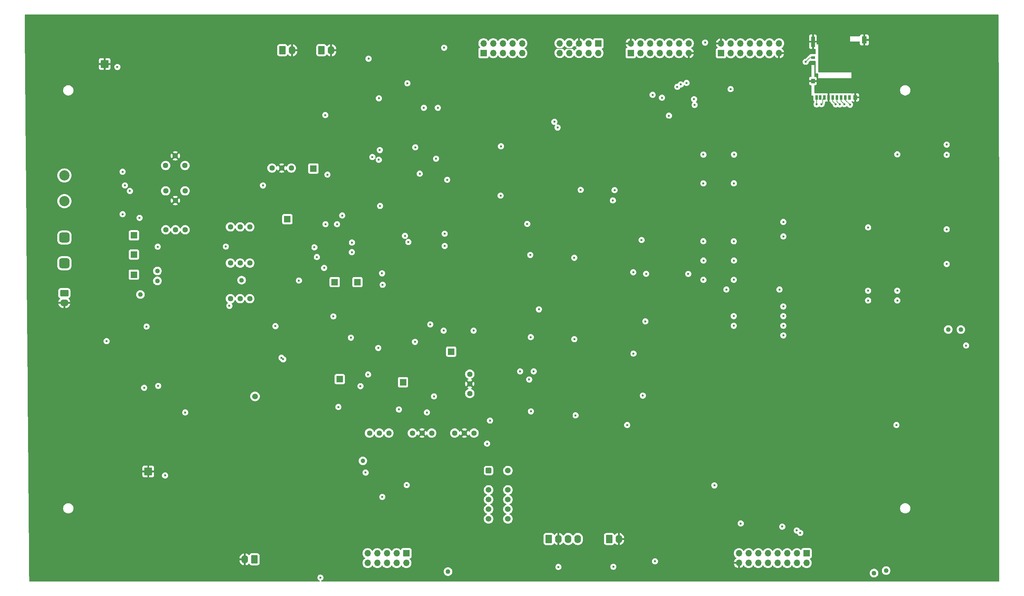
<source format=gbr>
%TF.GenerationSoftware,KiCad,Pcbnew,8.0.8*%
%TF.CreationDate,2025-03-13T09:52:43+00:00*%
%TF.ProjectId,Beehive_Monitor_main_PCB,42656568-6976-4655-9f4d-6f6e69746f72,rev?*%
%TF.SameCoordinates,Original*%
%TF.FileFunction,Copper,L4,Bot*%
%TF.FilePolarity,Positive*%
%FSLAX46Y46*%
G04 Gerber Fmt 4.6, Leading zero omitted, Abs format (unit mm)*
G04 Created by KiCad (PCBNEW 8.0.8) date 2025-03-13 09:52:43*
%MOMM*%
%LPD*%
G01*
G04 APERTURE LIST*
G04 Aperture macros list*
%AMRoundRect*
0 Rectangle with rounded corners*
0 $1 Rounding radius*
0 $2 $3 $4 $5 $6 $7 $8 $9 X,Y pos of 4 corners*
0 Add a 4 corners polygon primitive as box body*
4,1,4,$2,$3,$4,$5,$6,$7,$8,$9,$2,$3,0*
0 Add four circle primitives for the rounded corners*
1,1,$1+$1,$2,$3*
1,1,$1+$1,$4,$5*
1,1,$1+$1,$6,$7*
1,1,$1+$1,$8,$9*
0 Add four rect primitives between the rounded corners*
20,1,$1+$1,$2,$3,$4,$5,0*
20,1,$1+$1,$4,$5,$6,$7,0*
20,1,$1+$1,$6,$7,$8,$9,0*
20,1,$1+$1,$8,$9,$2,$3,0*%
G04 Aperture macros list end*
%TA.AperFunction,ComponentPad*%
%ADD10RoundRect,0.250000X-0.620000X-0.845000X0.620000X-0.845000X0.620000X0.845000X-0.620000X0.845000X0*%
%TD*%
%TA.AperFunction,ComponentPad*%
%ADD11O,1.740000X2.190000*%
%TD*%
%TA.AperFunction,ComponentPad*%
%ADD12C,1.440000*%
%TD*%
%TA.AperFunction,ComponentPad*%
%ADD13R,1.700000X1.700000*%
%TD*%
%TA.AperFunction,ComponentPad*%
%ADD14RoundRect,0.250500X-0.499500X-0.499500X0.499500X-0.499500X0.499500X0.499500X-0.499500X0.499500X0*%
%TD*%
%TA.AperFunction,ComponentPad*%
%ADD15C,1.500000*%
%TD*%
%TA.AperFunction,ComponentPad*%
%ADD16O,1.700000X1.700000*%
%TD*%
%TA.AperFunction,ComponentPad*%
%ADD17C,0.600000*%
%TD*%
%TA.AperFunction,SMDPad,CuDef*%
%ADD18R,2.050000X2.050000*%
%TD*%
%TA.AperFunction,ComponentPad*%
%ADD19RoundRect,0.675000X0.675000X-0.675000X0.675000X0.675000X-0.675000X0.675000X-0.675000X-0.675000X0*%
%TD*%
%TA.AperFunction,ComponentPad*%
%ADD20C,2.700000*%
%TD*%
%TA.AperFunction,ComponentPad*%
%ADD21RoundRect,0.250000X-0.845000X0.620000X-0.845000X-0.620000X0.845000X-0.620000X0.845000X0.620000X0*%
%TD*%
%TA.AperFunction,ComponentPad*%
%ADD22O,2.190000X1.740000*%
%TD*%
%TA.AperFunction,ComponentPad*%
%ADD23RoundRect,0.250000X0.620000X0.845000X-0.620000X0.845000X-0.620000X-0.845000X0.620000X-0.845000X0*%
%TD*%
%TA.AperFunction,SMDPad,CuDef*%
%ADD24R,0.700000X1.200000*%
%TD*%
%TA.AperFunction,SMDPad,CuDef*%
%ADD25R,1.000000X0.800000*%
%TD*%
%TA.AperFunction,SMDPad,CuDef*%
%ADD26R,1.000000X2.800000*%
%TD*%
%TA.AperFunction,SMDPad,CuDef*%
%ADD27R,1.000000X1.200000*%
%TD*%
%TA.AperFunction,SMDPad,CuDef*%
%ADD28R,1.300000X1.900000*%
%TD*%
%TA.AperFunction,ViaPad*%
%ADD29C,0.600000*%
%TD*%
%TA.AperFunction,ViaPad*%
%ADD30C,1.500000*%
%TD*%
%TA.AperFunction,ViaPad*%
%ADD31C,1.250000*%
%TD*%
%TA.AperFunction,ViaPad*%
%ADD32C,1.200000*%
%TD*%
%TA.AperFunction,Conductor*%
%ADD33C,0.200000*%
%TD*%
G04 APERTURE END LIST*
D10*
%TO.P,PI_PWR1,1,Pin_1*%
%TO.N,5_V*%
X118300000Y-59770000D03*
D11*
%TO.P,PI_PWR1,2,Pin_2*%
%TO.N,GND*%
X120840000Y-59770000D03*
%TD*%
D12*
%TO.P,RV7,1,1*%
%TO.N,unconnected-(RV7-Pad1)*%
X120665000Y-90760000D03*
%TO.P,RV7,2,2*%
%TO.N,GND*%
X118125000Y-90760000D03*
%TO.P,RV7,3,3*%
%TO.N,Cref*%
X115585000Y-90760000D03*
%TD*%
D13*
%TO.P,TP_4,1,Pin_1*%
%TO.N,LNA_MF_out*%
X119620000Y-104200000D03*
%TD*%
%TO.P,TP_2,1,Pin_1*%
%TO.N,Vt_bat_trig_MCU*%
X79300000Y-108480000D03*
%TD*%
D14*
%TO.P,K2,1,SET+*%
%TO.N,5_V*%
X172530000Y-170365000D03*
D15*
%TO.P,K2,3,NC_1*%
%TO.N,LDR_pin_1*%
X172530000Y-175445000D03*
%TO.P,K2,4,COM_1*%
%TO.N,3.3_V_out*%
X172530000Y-177985000D03*
%TO.P,K2,5,NO_1*%
%TO.N,unconnected-(K2-NO_1-Pad5)*%
X172530000Y-180525000D03*
%TO.P,K2,6,RESET+*%
%TO.N,5_V*%
X172530000Y-183065000D03*
%TO.P,K2,7,RESET-*%
%TO.N,Net-(D8-A)*%
X177610000Y-183065000D03*
%TO.P,K2,8,NO_2*%
%TO.N,unconnected-(K2-NO_2-Pad8)*%
X177610000Y-180525000D03*
%TO.P,K2,9,COM_2*%
%TO.N,unconnected-(K2-COM_2-Pad9)*%
X177610000Y-177985000D03*
%TO.P,K2,10,NC_2*%
%TO.N,unconnected-(K2-NC_2-Pad10)*%
X177610000Y-175445000D03*
%TO.P,K2,12,SET-*%
%TO.N,Net-(D7-A)*%
X177610000Y-170365000D03*
%TD*%
D12*
%TO.P,RV5,1,1*%
%TO.N,LNA_MR_out*%
X109730000Y-125130000D03*
%TO.P,RV5,2,2*%
%TO.N,Net-(R25-Pad1)*%
X107190000Y-125130000D03*
%TO.P,RV5,3,3*%
%TO.N,unconnected-(RV5-Pad3)*%
X104650000Y-125130000D03*
%TD*%
D13*
%TO.P,TC_1_2,1,Pin_1*%
%TO.N,MCU_TC_add_0*%
X209900000Y-60495000D03*
D16*
%TO.P,TC_1_2,2,Pin_2*%
%TO.N,GND*%
X209900000Y-57955000D03*
%TO.P,TC_1_2,3,Pin_3*%
%TO.N,TC_EN_1*%
X212440000Y-60495000D03*
%TO.P,TC_1_2,4,Pin_4*%
%TO.N,MCU_TC_add_1*%
X212440000Y-57955000D03*
%TO.P,TC_1_2,5,Pin_5*%
%TO.N,LDR_pin_1*%
X214980000Y-60495000D03*
%TO.P,TC_1_2,6,Pin_6*%
%TO.N,TC_Sig_1*%
X214980000Y-57955000D03*
%TO.P,TC_1_2,7,Pin_7*%
%TO.N,unconnected-(TC_1_2-Pin_7-Pad7)*%
X217520000Y-60495000D03*
%TO.P,TC_1_2,8,Pin_8*%
%TO.N,unconnected-(TC_1_2-Pin_8-Pad8)*%
X217520000Y-57955000D03*
%TO.P,TC_1_2,9,Pin_9*%
%TO.N,TC_Sig_1*%
X220060000Y-60495000D03*
%TO.P,TC_1_2,10,Pin_10*%
%TO.N,LDR_pin_1*%
X220060000Y-57955000D03*
%TO.P,TC_1_2,11,Pin_11*%
%TO.N,MCU_TC_add_1*%
X222600000Y-60495000D03*
%TO.P,TC_1_2,12,Pin_12*%
%TO.N,TC_EN_2*%
X222600000Y-57955000D03*
%TO.P,TC_1_2,13,Pin_13*%
%TO.N,GND*%
X225140000Y-60495000D03*
%TO.P,TC_1_2,14,Pin_14*%
%TO.N,MCU_TC_add_0*%
X225140000Y-57955000D03*
%TD*%
D17*
%TO.P,IC3,15,EP*%
%TO.N,GND*%
X71075000Y-62875000D03*
X71075000Y-63875000D03*
D18*
X71575000Y-63375000D03*
D17*
X72075000Y-62875000D03*
X72075000Y-63875000D03*
%TD*%
D12*
%TO.P,RV11,1,1*%
%TO.N,Net-(U5B--)*%
X168710000Y-160487500D03*
%TO.P,RV11,2,2*%
%TO.N,GND*%
X166170000Y-160487500D03*
%TO.P,RV11,3,3*%
%TO.N,unconnected-(RV11-Pad3)*%
X163630000Y-160487500D03*
%TD*%
D13*
%TO.P,LEDs1,1,Pin_1*%
%TO.N,Pwr_LED_Cathode*%
X150890000Y-192125000D03*
D16*
%TO.P,LEDs1,2,Pin_2*%
%TO.N,Pwr_LED_Anode*%
X150890000Y-194665000D03*
%TO.P,LEDs1,3,Pin_3*%
%TO.N,M_LED_1_cathode*%
X148350000Y-192125000D03*
%TO.P,LEDs1,4,Pin_4*%
%TO.N,5_V*%
X148350000Y-194665000D03*
%TO.P,LEDs1,5,Pin_5*%
%TO.N,M_LED_2_cathode*%
X145810000Y-192125000D03*
%TO.P,LEDs1,6,Pin_6*%
%TO.N,5_V*%
X145810000Y-194665000D03*
%TO.P,LEDs1,7,Pin_7*%
%TO.N,unconnected-(LEDs1-Pin_7-Pad7)*%
X143270000Y-192125000D03*
%TO.P,LEDs1,8,Pin_8*%
%TO.N,unconnected-(LEDs1-Pin_8-Pad8)*%
X143270000Y-194665000D03*
%TO.P,LEDs1,9,Pin_9*%
%TO.N,Maintainance _int*%
X140730000Y-192125000D03*
%TO.P,LEDs1,10,Pin_10*%
%TO.N,3.3_V_out*%
X140730000Y-194665000D03*
%TD*%
D10*
%TO.P,mic_1_LDR1,1,Pin_1*%
%TO.N,Front_mic_pin*%
X188360000Y-188360000D03*
D11*
%TO.P,mic_1_LDR1,2,Pin_2*%
%TO.N,GND*%
X190900000Y-188360000D03*
%TO.P,mic_1_LDR1,3,Pin_3*%
%TO.N,LDR_pin_1*%
X193440000Y-188360000D03*
%TO.P,mic_1_LDR1,4,Pin_4*%
%TO.N,LDR_pin_2*%
X195980000Y-188360000D03*
%TD*%
D10*
%TO.P,mic_2,1,Pin_1*%
%TO.N,Rear_mic_pin*%
X204230000Y-188360000D03*
D11*
%TO.P,mic_2,2,Pin_2*%
%TO.N,GND*%
X206770000Y-188360000D03*
%TD*%
D12*
%TO.P,RV6,1,1*%
%TO.N,LNA_Acc_out*%
X109730000Y-106250000D03*
%TO.P,RV6,2,2*%
%TO.N,Net-(R42-Pad1)*%
X107190000Y-106250000D03*
%TO.P,RV6,3,3*%
%TO.N,unconnected-(RV6-Pad3)*%
X104650000Y-106250000D03*
%TD*%
D19*
%TO.P,F1,1*%
%TO.N,12 V_in*%
X61000000Y-115825000D03*
X61000000Y-109065000D03*
D20*
%TO.P,F1,2*%
%TO.N,Net-(Q9-D)*%
X61000000Y-99475000D03*
X61000000Y-92715000D03*
%TD*%
D12*
%TO.P,RV8,1,1*%
%TO.N,unconnected-(RV8-Pad1)*%
X167585000Y-150077500D03*
%TO.P,RV8,2,2*%
%TO.N,GND*%
X167585000Y-147537500D03*
%TO.P,RV8,3,3*%
%TO.N,Cref2*%
X167585000Y-144997500D03*
%TD*%
D13*
%TO.P,PI_IN1,1,Pin_1*%
%TO.N,240_Hz_out_MCU*%
X171195000Y-60495000D03*
D16*
%TO.P,PI_IN1,2,Pin_2*%
%TO.N,PI_MOSI*%
X171195000Y-57955000D03*
%TO.P,PI_IN1,3,Pin_3*%
%TO.N,PI_LED_IN*%
X173735000Y-60495000D03*
%TO.P,PI_IN1,4,Pin_4*%
%TO.N,PI_SCLK*%
X173735000Y-57955000D03*
%TO.P,PI_IN1,5,Pin_5*%
%TO.N,Vt_bat_trig_MCU*%
X176275000Y-60495000D03*
%TO.P,PI_IN1,6,Pin_6*%
%TO.N,PI_MISO*%
X176275000Y-57955000D03*
%TO.P,PI_IN1,7,Pin_7*%
%TO.N,LDR_TRIG_out_MCU*%
X178815000Y-60495000D03*
%TO.P,PI_IN1,8,Pin_8*%
%TO.N,PI_CS*%
X178815000Y-57955000D03*
%TO.P,PI_IN1,9,Pin_9*%
%TO.N,6.11_kHz_out_MCU*%
X181355000Y-60495000D03*
%TO.P,PI_IN1,10,Pin_10*%
%TO.N,Maintainance _int*%
X181355000Y-57955000D03*
%TD*%
D21*
%TO.P,12_V_PWR2,1,Pin_1*%
%TO.N,12 V_in*%
X60975000Y-123680000D03*
D22*
%TO.P,12_V_PWR2,2,Pin_2*%
%TO.N,GND*%
X60975000Y-126220000D03*
%TD*%
D13*
%TO.P,TP_9,1,Pin_1*%
%TO.N,Cref2*%
X162700000Y-139060000D03*
%TD*%
%TO.P,TP_5,1,Pin_1*%
%TO.N,LNA_MR_out*%
X132070000Y-120770000D03*
%TD*%
%TO.P,TP_1,1,Pin_1*%
%TO.N,Ven*%
X79290000Y-113510000D03*
%TD*%
D12*
%TO.P,RV9,1,1*%
%TO.N,LDR_pin_2*%
X157575000Y-160487500D03*
%TO.P,RV9,2,2*%
%TO.N,GND*%
X155035000Y-160487500D03*
%TO.P,RV9,3,3*%
%TO.N,unconnected-(RV9-Pad3)*%
X152495000Y-160487500D03*
%TD*%
D23*
%TO.P,3.3_V_PWR1,1,Pin_1*%
%TO.N,3.3_V_out*%
X110970000Y-193710000D03*
D11*
%TO.P,3.3_V_PWR1,2,Pin_2*%
%TO.N,GND*%
X108430000Y-193710000D03*
%TD*%
D13*
%TO.P,TP_10,1,Pin_1*%
%TO.N,LDR_out_MCU*%
X133380000Y-146310000D03*
%TD*%
D12*
%TO.P,RV10,1,1*%
%TO.N,Net-(IC10-RG_1)*%
X141225000Y-160487500D03*
%TO.P,RV10,2,2*%
%TO.N,Net-(IC10-RG_2)*%
X143765000Y-160487500D03*
%TO.P,RV10,3,3*%
%TO.N,unconnected-(RV10-Pad3)*%
X146305000Y-160487500D03*
%TD*%
%TO.P,RV4,1,1*%
%TO.N,LNA_MF_out*%
X109730000Y-115770000D03*
%TO.P,RV4,2,2*%
%TO.N,Net-(R23-Pad1)*%
X107190000Y-115770000D03*
%TO.P,RV4,3,3*%
%TO.N,unconnected-(RV4-Pad3)*%
X104650000Y-115770000D03*
%TD*%
%TO.P,RV2,1,1*%
%TO.N,unconnected-(RV2-Pad1)*%
X92710000Y-96770000D03*
%TO.P,RV2,2,2*%
%TO.N,GND*%
X90170000Y-99310000D03*
%TO.P,RV2,3,3*%
%TO.N,Net-(IC1-+INB)*%
X87630000Y-96770000D03*
%TD*%
%TO.P,RV1,1,1*%
%TO.N,unconnected-(RV1-Pad1)*%
X87610000Y-90090000D03*
%TO.P,RV1,2,2*%
%TO.N,GND*%
X90150000Y-87550000D03*
%TO.P,RV1,3,3*%
%TO.N,Net-(IC1-+INA)*%
X92690000Y-90090000D03*
%TD*%
D13*
%TO.P,TP_6,1,Pin_1*%
%TO.N,LNA_Acc_out*%
X138040000Y-120770000D03*
%TD*%
D12*
%TO.P,RV3,1,1*%
%TO.N,Net-(IC2-RG_2)*%
X92740000Y-107000000D03*
%TO.P,RV3,2,2*%
%TO.N,Net-(IC2-RG_1)*%
X90200000Y-107000000D03*
%TO.P,RV3,3,3*%
%TO.N,unconnected-(RV3-Pad3)*%
X87660000Y-107000000D03*
%TD*%
D13*
%TO.P,TP_3,1,Pin_1*%
%TO.N,Vcharge_MCU*%
X79260000Y-118820000D03*
%TD*%
%TO.P,TP_8,1,Pin_1*%
%TO.N,Cref*%
X126475000Y-90900000D03*
%TD*%
D10*
%TO.P,5_V_PWR1,1,Pin_1*%
%TO.N,5_V*%
X128580000Y-59770000D03*
D11*
%TO.P,5_V_PWR1,2,Pin_2*%
%TO.N,GND*%
X131120000Y-59770000D03*
%TD*%
D13*
%TO.P,Accelerometer1,1,Pin_1*%
%TO.N,unconnected-(Accelerometer1-Pin_1-Pad1)*%
X201395000Y-57945000D03*
D16*
%TO.P,Accelerometer1,2,Pin_2*%
%TO.N,unconnected-(Accelerometer1-Pin_2-Pad2)*%
X201395000Y-60485000D03*
%TO.P,Accelerometer1,3,Pin_3*%
%TO.N,Acc_sig_in*%
X198855000Y-57945000D03*
%TO.P,Accelerometer1,4,Pin_4*%
%TO.N,LDR_pin_1*%
X198855000Y-60485000D03*
%TO.P,Accelerometer1,5,Pin_5*%
%TO.N,GND*%
X196315000Y-57945000D03*
%TO.P,Accelerometer1,6,Pin_6*%
%TO.N,Acc_tmp*%
X196315000Y-60485000D03*
%TO.P,Accelerometer1,7,Pin_7*%
%TO.N,unconnected-(Accelerometer1-Pin_7-Pad7)*%
X193775000Y-57945000D03*
%TO.P,Accelerometer1,8,Pin_8*%
%TO.N,unconnected-(Accelerometer1-Pin_8-Pad8)*%
X193775000Y-60485000D03*
%TO.P,Accelerometer1,9,Pin_9*%
%TO.N,unconnected-(Accelerometer1-Pin_9-Pad9)*%
X191235000Y-57945000D03*
%TO.P,Accelerometer1,10,Pin_10*%
%TO.N,unconnected-(Accelerometer1-Pin_10-Pad10)*%
X191235000Y-60485000D03*
%TD*%
D13*
%TO.P,TP_7,1,Pin_1*%
%TO.N,LDR_pin_2*%
X150025000Y-147117500D03*
%TD*%
%TO.P,TC_3_4,1,Pin_1*%
%TO.N,MCU_TC_add_0*%
X233660000Y-60510000D03*
D16*
%TO.P,TC_3_4,2,Pin_2*%
%TO.N,GND*%
X233660000Y-57970000D03*
%TO.P,TC_3_4,3,Pin_3*%
%TO.N,TC_EN_3*%
X236200000Y-60510000D03*
%TO.P,TC_3_4,4,Pin_4*%
%TO.N,MCU_TC_add_1*%
X236200000Y-57970000D03*
%TO.P,TC_3_4,5,Pin_5*%
%TO.N,LDR_pin_1*%
X238740000Y-60510000D03*
%TO.P,TC_3_4,6,Pin_6*%
%TO.N,TC_Sig_1*%
X238740000Y-57970000D03*
%TO.P,TC_3_4,7,Pin_7*%
%TO.N,unconnected-(TC_3_4-Pin_7-Pad7)*%
X241280000Y-60510000D03*
%TO.P,TC_3_4,8,Pin_8*%
%TO.N,unconnected-(TC_3_4-Pin_8-Pad8)*%
X241280000Y-57970000D03*
%TO.P,TC_3_4,9,Pin_9*%
%TO.N,TC_Sig_1*%
X243820000Y-60510000D03*
%TO.P,TC_3_4,10,Pin_10*%
%TO.N,LDR_pin_1*%
X243820000Y-57970000D03*
%TO.P,TC_3_4,11,Pin_11*%
%TO.N,MCU_TC_add_1*%
X246360000Y-60510000D03*
%TO.P,TC_3_4,12,Pin_12*%
%TO.N,TC_EN_4*%
X246360000Y-57970000D03*
%TO.P,TC_3_4,13,Pin_13*%
%TO.N,GND*%
X248900000Y-60510000D03*
%TO.P,TC_3_4,14,Pin_14*%
%TO.N,MCU_TC_add_0*%
X248900000Y-57970000D03*
%TD*%
D13*
%TO.P,LCD_BTNs1,1,Pin_1*%
%TO.N,BTN_3*%
X256120000Y-192130000D03*
D16*
%TO.P,LCD_BTNs1,2,Pin_2*%
%TO.N,LCD_B{slash}light*%
X256120000Y-194670000D03*
%TO.P,LCD_BTNs1,3,Pin_3*%
%TO.N,BTN_2*%
X253580000Y-192130000D03*
%TO.P,LCD_BTNs1,4,Pin_4*%
%TO.N,LDR_pin_1*%
X253580000Y-194670000D03*
%TO.P,LCD_BTNs1,5,Pin_5*%
%TO.N,BTN_1*%
X251040000Y-192130000D03*
%TO.P,LCD_BTNs1,6,Pin_6*%
%TO.N,LDR_pin_1*%
X251040000Y-194670000D03*
%TO.P,LCD_BTNs1,7,Pin_7*%
%TO.N,D_7*%
X248500000Y-192130000D03*
%TO.P,LCD_BTNs1,8,Pin_8*%
%TO.N,LDR_pin_1*%
X248500000Y-194670000D03*
%TO.P,LCD_BTNs1,9,Pin_9*%
%TO.N,D_6*%
X245960000Y-192130000D03*
%TO.P,LCD_BTNs1,10,Pin_10*%
%TO.N,LDR_pin_1*%
X245960000Y-194670000D03*
%TO.P,LCD_BTNs1,11,Pin_11*%
%TO.N,D_5*%
X243420000Y-192130000D03*
%TO.P,LCD_BTNs1,12,Pin_12*%
%TO.N,EN*%
X243420000Y-194670000D03*
%TO.P,LCD_BTNs1,13,Pin_13*%
%TO.N,D_4*%
X240880000Y-192130000D03*
%TO.P,LCD_BTNs1,14,Pin_14*%
%TO.N,RS*%
X240880000Y-194670000D03*
%TO.P,LCD_BTNs1,15,Pin_15*%
%TO.N,RW*%
X238340000Y-192130000D03*
%TO.P,LCD_BTNs1,16,Pin_16*%
%TO.N,GND*%
X238340000Y-194670000D03*
%TD*%
D17*
%TO.P,IC5,15,EP*%
%TO.N,GND*%
X82550000Y-170100000D03*
X82550000Y-171100000D03*
D18*
X83050000Y-170600000D03*
D17*
X83550000Y-170100000D03*
X83550000Y-171100000D03*
%TD*%
D24*
%TO.P,J5,1,DAT2*%
%TO.N,unconnected-(J5-DAT2-Pad1)*%
X267415000Y-72170000D03*
%TO.P,J5,2,DAT3/CD*%
%TO.N,SD_CS*%
X266315000Y-72170000D03*
%TO.P,J5,3,CMD*%
%TO.N,SD_MOSI*%
X265215000Y-72170000D03*
%TO.P,J5,4,VDD*%
%TO.N,LDR_pin_1*%
X264115000Y-72170000D03*
%TO.P,J5,5,CLK*%
%TO.N,SD_SCLK*%
X263015000Y-72170000D03*
%TO.P,J5,6,VSS*%
%TO.N,GND*%
X261915000Y-72170000D03*
%TO.P,J5,7,DAT0*%
%TO.N,SD_MISO*%
X260815000Y-72170000D03*
%TO.P,J5,8,DAT1*%
%TO.N,unconnected-(J5-DAT1-Pad8)*%
X259715000Y-72170000D03*
%TO.P,J5,9,DET_B*%
%TO.N,SD__detect*%
X258765000Y-72170000D03*
D25*
%TO.P,J5,10,DET_A*%
X257815000Y-61670000D03*
D26*
%TO.P,J5,11,SHIELD*%
%TO.N,GND*%
X257815000Y-57520000D03*
D27*
X257815000Y-67870000D03*
X268965000Y-72170000D03*
D28*
X271315000Y-57070000D03*
%TD*%
D29*
%TO.N,GND*%
X207765000Y-131140000D03*
X75300000Y-90275000D03*
X206850000Y-77745907D03*
X83564666Y-117980000D03*
X91500000Y-173175000D03*
X205815000Y-75005907D03*
X205505000Y-113722500D03*
X193255000Y-114352500D03*
X102775000Y-92525000D03*
X131290000Y-139640000D03*
X153985000Y-141667500D03*
X237020000Y-142400000D03*
X151185000Y-67282500D03*
X199555000Y-78570907D03*
X147790000Y-80550000D03*
X249010000Y-117650000D03*
X161685000Y-178365000D03*
X139630000Y-62030000D03*
X237010000Y-97330000D03*
X150470000Y-81230000D03*
X91350000Y-166600000D03*
X206472499Y-109732500D03*
X183492499Y-119822500D03*
X292980000Y-125600000D03*
X152445000Y-183310000D03*
X182707500Y-111212500D03*
X108025000Y-153335000D03*
X116910000Y-113910000D03*
X76709448Y-139520000D03*
X139132500Y-87870000D03*
X73690000Y-99390000D03*
X125730000Y-111610000D03*
X167126250Y-112572500D03*
X91445000Y-142570000D03*
X114040000Y-100120000D03*
X80650552Y-148564448D03*
X91275000Y-159925000D03*
X68425000Y-160075000D03*
X146766250Y-108617500D03*
X58375000Y-78900000D03*
X120533750Y-136736250D03*
X144815000Y-146932500D03*
X249000000Y-102410000D03*
X118653750Y-136306250D03*
X206840000Y-150640000D03*
X120300000Y-151735000D03*
X205905000Y-135162500D03*
X124650000Y-189825000D03*
X148120000Y-183310000D03*
X52875000Y-61925000D03*
X153790000Y-55032500D03*
X156930000Y-55032500D03*
X249020000Y-89710000D03*
X136610000Y-111705000D03*
X133840000Y-68690000D03*
X78875000Y-65925000D03*
X145630000Y-76640000D03*
X193385000Y-135782500D03*
X176602500Y-69373407D03*
X117525000Y-153210000D03*
X52750000Y-52975000D03*
X168021250Y-115152500D03*
X151470000Y-183310000D03*
X183670000Y-160830000D03*
X143520000Y-183310000D03*
X116583750Y-136276250D03*
X149395000Y-174085000D03*
X217830000Y-74330000D03*
X183257500Y-152680000D03*
X160986250Y-109640000D03*
X150305000Y-60217500D03*
X183655000Y-141240000D03*
X111000000Y-149135000D03*
X156770000Y-183310000D03*
X136735000Y-154847500D03*
X123440000Y-132870000D03*
X82027500Y-100222500D03*
X80425000Y-160075000D03*
X187980000Y-78625907D03*
X292980000Y-128100000D03*
X130060000Y-126830000D03*
X140855000Y-143807500D03*
X148970000Y-165635000D03*
X159762500Y-55032500D03*
X158125000Y-153917500D03*
X153260000Y-87870000D03*
X219950000Y-77960000D03*
X79325000Y-53175000D03*
X147341250Y-105882500D03*
X205960000Y-155210000D03*
X143750000Y-59360000D03*
X73680000Y-101690000D03*
X68450000Y-169600000D03*
X105125000Y-151960000D03*
X122020000Y-117290000D03*
X133740000Y-139640000D03*
X87010000Y-114580000D03*
X110000000Y-141060000D03*
X292990000Y-89700000D03*
X140150000Y-173650000D03*
X183515000Y-132730000D03*
X279990000Y-104910000D03*
X194430000Y-155840000D03*
X129980000Y-139640000D03*
X114650000Y-151610000D03*
%TO.N,Vref*%
X183207500Y-146400000D03*
D30*
X111115000Y-150850000D03*
D29*
X182697500Y-105472500D03*
X160986250Y-108040000D03*
X129590000Y-76830000D03*
X144681250Y-121482500D03*
X185755000Y-127940000D03*
X175680000Y-98015907D03*
X144521250Y-118462500D03*
X143990000Y-100740000D03*
X213755000Y-131100000D03*
X196740000Y-96505907D03*
X103430000Y-111420000D03*
X213090000Y-150640000D03*
X157191250Y-131902500D03*
X205652500Y-96575907D03*
X205205000Y-99295907D03*
X183625000Y-135260000D03*
X183492499Y-113632500D03*
X143655000Y-88592500D03*
X161660000Y-93870000D03*
X130160000Y-92490000D03*
X190670000Y-80105907D03*
X160986250Y-111270000D03*
X175780000Y-85045907D03*
X158710000Y-88300000D03*
X151426250Y-110220000D03*
X212762499Y-109702500D03*
X136610000Y-110360000D03*
X183670000Y-154790000D03*
D31*
%TO.N,3.3_V_out*%
X293380000Y-133240000D03*
X161850000Y-196950000D03*
X273880000Y-197320000D03*
D29*
%TO.N,LDR_pin_1*%
X141970000Y-87870000D03*
X189835000Y-78600907D03*
X113205000Y-95350000D03*
X140970000Y-62000000D03*
X264860000Y-74020000D03*
X118525000Y-141080000D03*
X116488750Y-132360000D03*
X195062499Y-114372500D03*
D31*
X107580000Y-120260000D03*
D29*
X153175000Y-136495000D03*
X219950000Y-77000000D03*
X195390000Y-155840000D03*
X80760000Y-103880000D03*
X136335000Y-135400000D03*
X138845000Y-148157500D03*
X160842500Y-59112500D03*
X118085000Y-140670000D03*
X195075000Y-135790000D03*
X150551250Y-108610000D03*
X131712500Y-129800000D03*
X140855000Y-145077500D03*
X158185000Y-150857500D03*
X172140000Y-163270000D03*
D31*
X85446290Y-117846471D03*
D29*
X126730000Y-111620000D03*
X151175000Y-68472500D03*
D31*
X85440000Y-120446471D03*
D29*
%TO.N,Rear_mic_pin*%
X143520000Y-138110000D03*
%TO.N,Front_mic_pin*%
X104380000Y-127010000D03*
X133031371Y-153627500D03*
%TO.N,IC7_outA*%
X136570000Y-112910000D03*
X134050000Y-103240000D03*
%TO.N,Net-(U1D--)*%
X153250000Y-85320000D03*
X154430000Y-92250000D03*
%TO.N,Acc_AA_out_to_MCU*%
X210635000Y-139592500D03*
X298075000Y-137455000D03*
D32*
%TO.N,5_V*%
X139457500Y-167797500D03*
D31*
X277060000Y-196670000D03*
X296710000Y-133270000D03*
X80990000Y-124040000D03*
D29*
%TO.N,Net-(L3-THRESHOLD)*%
X81975552Y-148579448D03*
X85650552Y-148079448D03*
%TO.N,Mic_F_AA_out_to_MCU*%
X210565000Y-118182500D03*
X225020000Y-118620000D03*
X213950000Y-118600000D03*
X292980000Y-116010000D03*
%TO.N,Mic_R_AA_out_to_MCU*%
X279770000Y-158370000D03*
X208970000Y-158380000D03*
%TO.N,Pwr_LED_Anode*%
X92760000Y-155070000D03*
%TO.N,Net-(IC1-+INB)*%
X78220000Y-96800000D03*
%TO.N,Ven*%
X87475000Y-171650000D03*
X76310000Y-102910000D03*
X74925000Y-64175000D03*
X76310000Y-91730000D03*
%TO.N,Vt_bat_trig_MCU*%
X237010000Y-132260000D03*
X82600552Y-132474448D03*
X128320000Y-198520000D03*
X216280000Y-194220000D03*
%TO.N,Vtest*%
X76910000Y-95340000D03*
X85540000Y-111460000D03*
%TO.N,Vcharge_MCU*%
X253540000Y-186120000D03*
X72090000Y-136300000D03*
%TO.N,LNA_MR_out*%
X168600000Y-133550000D03*
X129290000Y-117040000D03*
X160720000Y-133550000D03*
%TO.N,LNA_MF_out*%
X129650000Y-105560000D03*
X132690000Y-105560000D03*
X143925000Y-86032500D03*
%TO.N,Net-(IC8--IN_B)*%
X127380000Y-114180000D03*
X122660000Y-120370000D03*
%TO.N,Relay_close*%
X140195000Y-170885000D03*
X151001985Y-174153015D03*
%TO.N,LDR_out_MCU*%
X205340000Y-195660000D03*
X254470000Y-186760000D03*
X148955000Y-154287500D03*
X172900000Y-157210000D03*
%TO.N,TC_EN_1*%
X215660000Y-71500000D03*
%TO.N,MCU_TC_add_2*%
X292980000Y-87280000D03*
X218110000Y-72260000D03*
%TO.N,MCU_TC_add_3*%
X226560000Y-72651178D03*
X292980000Y-84610000D03*
%TO.N,TC_EN_3*%
X222150000Y-69400000D03*
%TO.N,TC_EN_4*%
X236170000Y-70000000D03*
X226700000Y-74160000D03*
%TO.N,TC_EN_2*%
X223060000Y-68780000D03*
%TO.N,SD__detect*%
X250020000Y-104950000D03*
X258770000Y-74010000D03*
X255900000Y-62810000D03*
%TO.N,MCU_TC_add_1*%
X279990000Y-123040000D03*
X272320000Y-123030000D03*
%TO.N,MCU_TC_add_0*%
X279990000Y-125600000D03*
X272320000Y-125600000D03*
%TO.N,SD_CS*%
X250030000Y-134800000D03*
X267570000Y-74100000D03*
%TO.N,SD_MISO*%
X260060000Y-73980000D03*
X250020000Y-127180000D03*
%TO.N,SD_SCLK*%
X250020000Y-129720000D03*
X263800000Y-74010000D03*
%TO.N,6.11_kHz_AA_out_MCU*%
X224580000Y-68380000D03*
X279990000Y-87160000D03*
%TO.N,LDR_TRIG_out_MCU*%
X156315000Y-155057500D03*
X231900000Y-174260000D03*
X236990000Y-129720000D03*
%TO.N,Acc_420_Hz_out_MCU*%
X180810000Y-144260000D03*
X184390000Y-144260000D03*
%TO.N,SD_MOSI*%
X266090000Y-73980000D03*
X250030000Y-132250000D03*
%TO.N,TC_Sig_1*%
X229460000Y-57760000D03*
X272320000Y-106390000D03*
X292980000Y-106890000D03*
%TO.N,MCU_LED_IN*%
X190890000Y-195710000D03*
X249740000Y-185110000D03*
%TO.N,Maintainance _int*%
X249010000Y-122730000D03*
X238820000Y-184270000D03*
X235060000Y-122730000D03*
%TO.N,PI_LED_IN*%
X144570000Y-177285000D03*
%TO.N,Cref*%
X143695000Y-72420000D03*
%TO.N,Net-(U2B-+)*%
X159190000Y-74920000D03*
X155510000Y-74920000D03*
%TO.N,Acc_tmp*%
X250040000Y-108750000D03*
%TO.N,Net-(J4-Pin_29)*%
X229010000Y-87230000D03*
X237070000Y-87220000D03*
%TO.N,Net-(J4-Pin_3)*%
X237010000Y-120170000D03*
X229010000Y-120170000D03*
%TO.N,Net-(J4-Pin_11)*%
X237010000Y-110050000D03*
X228980000Y-110030000D03*
%TO.N,Net-(J4-Pin_23)*%
X237020000Y-94790000D03*
X229010000Y-94800000D03*
%TO.N,Net-(J4-Pin_7)*%
X229020000Y-115100000D03*
X237040000Y-115100000D03*
%TD*%
D33*
%TO.N,GND*%
X189125000Y-59335000D02*
X189080000Y-59290000D01*
X194925000Y-59335000D02*
X189470000Y-59335000D01*
X196315000Y-57945000D02*
X194925000Y-59335000D01*
%TO.N,LDR_pin_1*%
X264115000Y-73275000D02*
X264860000Y-74020000D01*
X264115000Y-72170000D02*
X264115000Y-73275000D01*
%TO.N,SD__detect*%
X257815000Y-61670000D02*
X257040000Y-61670000D01*
X258765000Y-72170000D02*
X258765000Y-74045000D01*
X258765000Y-74045000D02*
X258770000Y-74050000D01*
X257040000Y-61670000D02*
X255900000Y-62810000D01*
%TO.N,SD_CS*%
X266315000Y-72845000D02*
X266315000Y-72170000D01*
X267570000Y-74100000D02*
X266315000Y-72845000D01*
%TO.N,SD_MISO*%
X260365000Y-72620000D02*
X260365000Y-73675000D01*
X260815000Y-72170000D02*
X260365000Y-72620000D01*
X260365000Y-73675000D02*
X260060000Y-73980000D01*
%TO.N,SD_SCLK*%
X263015000Y-72170000D02*
X263015000Y-73225000D01*
X263015000Y-73225000D02*
X263800000Y-74010000D01*
%TO.N,SD_MOSI*%
X266090000Y-73980000D02*
X265215000Y-73105000D01*
X265215000Y-73105000D02*
X265215000Y-72170000D01*
X266084265Y-73985735D02*
X266090000Y-73980000D01*
%TD*%
%TA.AperFunction,Conductor*%
%TO.N,GND*%
G36*
X192589855Y-58611546D02*
G01*
X192606575Y-58630842D01*
X192736501Y-58816396D01*
X192736506Y-58816402D01*
X192903597Y-58983493D01*
X192903603Y-58983498D01*
X193089158Y-59113425D01*
X193132783Y-59168002D01*
X193139977Y-59237500D01*
X193108454Y-59299855D01*
X193089158Y-59316575D01*
X192903597Y-59446505D01*
X192736505Y-59613597D01*
X192606575Y-59799158D01*
X192551998Y-59842783D01*
X192482500Y-59849977D01*
X192420145Y-59818454D01*
X192403425Y-59799158D01*
X192273494Y-59613597D01*
X192106402Y-59446506D01*
X192106396Y-59446501D01*
X191920842Y-59316575D01*
X191877217Y-59261998D01*
X191870023Y-59192500D01*
X191901546Y-59130145D01*
X191920842Y-59113425D01*
X191997623Y-59059662D01*
X192106401Y-58983495D01*
X192273495Y-58816401D01*
X192403425Y-58630842D01*
X192458002Y-58587217D01*
X192527500Y-58580023D01*
X192589855Y-58611546D01*
G37*
%TD.AperFunction*%
%TA.AperFunction,Conductor*%
G36*
X195130160Y-58611110D02*
G01*
X195146879Y-58630405D01*
X195276890Y-58816078D01*
X195443917Y-58983105D01*
X195629595Y-59113119D01*
X195673219Y-59167696D01*
X195680412Y-59237195D01*
X195648890Y-59299549D01*
X195629595Y-59316269D01*
X195443594Y-59446508D01*
X195276505Y-59613597D01*
X195146575Y-59799158D01*
X195091998Y-59842783D01*
X195022500Y-59849977D01*
X194960145Y-59818454D01*
X194943425Y-59799158D01*
X194813494Y-59613597D01*
X194646402Y-59446506D01*
X194646396Y-59446501D01*
X194460842Y-59316575D01*
X194417217Y-59261998D01*
X194410023Y-59192500D01*
X194441546Y-59130145D01*
X194460842Y-59113425D01*
X194537623Y-59059662D01*
X194646401Y-58983495D01*
X194813495Y-58816401D01*
X194943730Y-58630405D01*
X194998307Y-58586781D01*
X195067805Y-58579587D01*
X195130160Y-58611110D01*
G37*
%TD.AperFunction*%
%TA.AperFunction,Conductor*%
G36*
X306593853Y-50420185D02*
G01*
X306639608Y-50472989D01*
X306650813Y-50524165D01*
X306783418Y-100101472D01*
X306789500Y-102375562D01*
X306789500Y-199400500D01*
X306769815Y-199467539D01*
X306717011Y-199513294D01*
X306665500Y-199524500D01*
X128602825Y-199524500D01*
X128535786Y-199504815D01*
X128490031Y-199452011D01*
X128480087Y-199382853D01*
X128509112Y-199319297D01*
X128561870Y-199283458D01*
X128669522Y-199245789D01*
X128822262Y-199149816D01*
X128949816Y-199022262D01*
X129045789Y-198869522D01*
X129105368Y-198699255D01*
X129125565Y-198520000D01*
X129112852Y-198407171D01*
X129105369Y-198340750D01*
X129105368Y-198340745D01*
X129045788Y-198170476D01*
X129006582Y-198108080D01*
X128949816Y-198017738D01*
X128822262Y-197890184D01*
X128761515Y-197852014D01*
X128669523Y-197794211D01*
X128499254Y-197734631D01*
X128499249Y-197734630D01*
X128320004Y-197714435D01*
X128319996Y-197714435D01*
X128140750Y-197734630D01*
X128140745Y-197734631D01*
X127970476Y-197794211D01*
X127817737Y-197890184D01*
X127690184Y-198017737D01*
X127594211Y-198170476D01*
X127534631Y-198340745D01*
X127534630Y-198340750D01*
X127514435Y-198519996D01*
X127514435Y-198520003D01*
X127534630Y-198699249D01*
X127534631Y-198699254D01*
X127594211Y-198869523D01*
X127690184Y-199022262D01*
X127817738Y-199149816D01*
X127970478Y-199245789D01*
X128078130Y-199283458D01*
X128134906Y-199324180D01*
X128160653Y-199389133D01*
X128147197Y-199457694D01*
X128098810Y-199508097D01*
X128037175Y-199524500D01*
X51865385Y-199524500D01*
X51798346Y-199504815D01*
X51752591Y-199452011D01*
X51741389Y-199401493D01*
X51721803Y-196949999D01*
X160719678Y-196949999D01*
X160719678Y-196950000D01*
X160738923Y-197157691D01*
X160738923Y-197157693D01*
X160738924Y-197157696D01*
X160796006Y-197358319D01*
X160888981Y-197545038D01*
X161014682Y-197711493D01*
X161168829Y-197852016D01*
X161346172Y-197961823D01*
X161540673Y-198037173D01*
X161745707Y-198075500D01*
X161745710Y-198075500D01*
X161954290Y-198075500D01*
X161954293Y-198075500D01*
X162159327Y-198037173D01*
X162353828Y-197961823D01*
X162531171Y-197852016D01*
X162685318Y-197711493D01*
X162811019Y-197545038D01*
X162903994Y-197358319D01*
X162914897Y-197319999D01*
X272749678Y-197319999D01*
X272749678Y-197320000D01*
X272768923Y-197527691D01*
X272768923Y-197527693D01*
X272768924Y-197527696D01*
X272781534Y-197572014D01*
X272826007Y-197728322D01*
X272858816Y-197794211D01*
X272918981Y-197915038D01*
X273044682Y-198081493D01*
X273198829Y-198222016D01*
X273376172Y-198331823D01*
X273570673Y-198407173D01*
X273775707Y-198445500D01*
X273775710Y-198445500D01*
X273984290Y-198445500D01*
X273984293Y-198445500D01*
X274189327Y-198407173D01*
X274383828Y-198331823D01*
X274561171Y-198222016D01*
X274715318Y-198081493D01*
X274841019Y-197915038D01*
X274933994Y-197728319D01*
X274991076Y-197527696D01*
X275010322Y-197320000D01*
X274991076Y-197112304D01*
X274933994Y-196911681D01*
X274841019Y-196724962D01*
X274799513Y-196669999D01*
X275929678Y-196669999D01*
X275929678Y-196670000D01*
X275948923Y-196877691D01*
X275948923Y-196877693D01*
X275948924Y-196877696D01*
X276006006Y-197078319D01*
X276006007Y-197078322D01*
X276045531Y-197157696D01*
X276098981Y-197265038D01*
X276224682Y-197431493D01*
X276378829Y-197572016D01*
X276556172Y-197681823D01*
X276750673Y-197757173D01*
X276955707Y-197795500D01*
X276955710Y-197795500D01*
X277164290Y-197795500D01*
X277164293Y-197795500D01*
X277369327Y-197757173D01*
X277563828Y-197681823D01*
X277741171Y-197572016D01*
X277895318Y-197431493D01*
X278021019Y-197265038D01*
X278113994Y-197078319D01*
X278171076Y-196877696D01*
X278190322Y-196670000D01*
X278171076Y-196462304D01*
X278113994Y-196261681D01*
X278021019Y-196074962D01*
X277895318Y-195908507D01*
X277874199Y-195889255D01*
X277741172Y-195767985D01*
X277741171Y-195767984D01*
X277563828Y-195658177D01*
X277563827Y-195658176D01*
X277421609Y-195603081D01*
X277369327Y-195582827D01*
X277164293Y-195544500D01*
X276955707Y-195544500D01*
X276750673Y-195582827D01*
X276750670Y-195582827D01*
X276750670Y-195582828D01*
X276556172Y-195658176D01*
X276556171Y-195658177D01*
X276378827Y-195767985D01*
X276224683Y-195908505D01*
X276098981Y-196074961D01*
X276006007Y-196261677D01*
X276006006Y-196261681D01*
X275953743Y-196445369D01*
X275948923Y-196462308D01*
X275929678Y-196669999D01*
X274799513Y-196669999D01*
X274715318Y-196558507D01*
X274561171Y-196417984D01*
X274383828Y-196308177D01*
X274383827Y-196308176D01*
X274241609Y-196253081D01*
X274189327Y-196232827D01*
X273984293Y-196194500D01*
X273775707Y-196194500D01*
X273570673Y-196232827D01*
X273570670Y-196232827D01*
X273570670Y-196232828D01*
X273376172Y-196308176D01*
X273376171Y-196308177D01*
X273198827Y-196417985D01*
X273044683Y-196558505D01*
X272918981Y-196724961D01*
X272826007Y-196911677D01*
X272768923Y-197112308D01*
X272749678Y-197319999D01*
X162914897Y-197319999D01*
X162961076Y-197157696D01*
X162980322Y-196950000D01*
X162961076Y-196742304D01*
X162903994Y-196541681D01*
X162811019Y-196354962D01*
X162685318Y-196188507D01*
X162656528Y-196162262D01*
X162531172Y-196047985D01*
X162531171Y-196047984D01*
X162353828Y-195938177D01*
X162353827Y-195938176D01*
X162211609Y-195883081D01*
X162159327Y-195862827D01*
X161954293Y-195824500D01*
X161745707Y-195824500D01*
X161540673Y-195862827D01*
X161540670Y-195862827D01*
X161540670Y-195862828D01*
X161346172Y-195938176D01*
X161346171Y-195938177D01*
X161168827Y-196047985D01*
X161014683Y-196188505D01*
X160888981Y-196354961D01*
X160796007Y-196541677D01*
X160767465Y-196641992D01*
X160743859Y-196724961D01*
X160738923Y-196742308D01*
X160719678Y-196949999D01*
X51721803Y-196949999D01*
X51693259Y-193377179D01*
X107060000Y-193377179D01*
X107060000Y-193460000D01*
X107887291Y-193460000D01*
X107875548Y-193480339D01*
X107835000Y-193631667D01*
X107835000Y-193788333D01*
X107875548Y-193939661D01*
X107887291Y-193960000D01*
X107060000Y-193960000D01*
X107060000Y-194042820D01*
X107093734Y-194255809D01*
X107160372Y-194460901D01*
X107258271Y-194653036D01*
X107385025Y-194827496D01*
X107385025Y-194827497D01*
X107537502Y-194979974D01*
X107711963Y-195106728D01*
X107904098Y-195204627D01*
X108109190Y-195271266D01*
X108180000Y-195282481D01*
X108180000Y-194252709D01*
X108200339Y-194264452D01*
X108351667Y-194305000D01*
X108508333Y-194305000D01*
X108659661Y-194264452D01*
X108680000Y-194252709D01*
X108680000Y-195282480D01*
X108750809Y-195271266D01*
X108955901Y-195204627D01*
X109148036Y-195106728D01*
X109322493Y-194979977D01*
X109464578Y-194837892D01*
X109525901Y-194804407D01*
X109595593Y-194809391D01*
X109651527Y-194851262D01*
X109664640Y-194873165D01*
X109665181Y-194874325D01*
X109665185Y-194874331D01*
X109665186Y-194874334D01*
X109757288Y-195023656D01*
X109881344Y-195147712D01*
X110030666Y-195239814D01*
X110197203Y-195294999D01*
X110299991Y-195305500D01*
X111640008Y-195305499D01*
X111742797Y-195294999D01*
X111909334Y-195239814D01*
X112058656Y-195147712D01*
X112182712Y-195023656D01*
X112274814Y-194874334D01*
X112329999Y-194707797D01*
X112340500Y-194605009D01*
X112340499Y-192814992D01*
X112339767Y-192807830D01*
X112329999Y-192712203D01*
X112329998Y-192712200D01*
X112298923Y-192618422D01*
X112274814Y-192545666D01*
X112182712Y-192396344D01*
X112058656Y-192272288D01*
X111909334Y-192180186D01*
X111742797Y-192125001D01*
X111742795Y-192125000D01*
X111742785Y-192124999D01*
X139374341Y-192124999D01*
X139374341Y-192125000D01*
X139394936Y-192360403D01*
X139394938Y-192360413D01*
X139456094Y-192588655D01*
X139456096Y-192588659D01*
X139456097Y-192588663D01*
X139550703Y-192791546D01*
X139555965Y-192802830D01*
X139555967Y-192802834D01*
X139664281Y-192957521D01*
X139691501Y-192996396D01*
X139691506Y-192996402D01*
X139858597Y-193163493D01*
X139858603Y-193163498D01*
X140044158Y-193293425D01*
X140087783Y-193348002D01*
X140094977Y-193417500D01*
X140063454Y-193479855D01*
X140044158Y-193496575D01*
X139858597Y-193626505D01*
X139691505Y-193793597D01*
X139555965Y-193987169D01*
X139555964Y-193987171D01*
X139470710Y-194170000D01*
X139457669Y-194197967D01*
X139456098Y-194201335D01*
X139456094Y-194201344D01*
X139394938Y-194429586D01*
X139394936Y-194429596D01*
X139374341Y-194664999D01*
X139374341Y-194665000D01*
X139394936Y-194900403D01*
X139394938Y-194900413D01*
X139456094Y-195128655D01*
X139456096Y-195128659D01*
X139456097Y-195128663D01*
X139538335Y-195305023D01*
X139555965Y-195342830D01*
X139555967Y-195342834D01*
X139568322Y-195360478D01*
X139691505Y-195536401D01*
X139858599Y-195703495D01*
X139950699Y-195767984D01*
X140052165Y-195839032D01*
X140052167Y-195839033D01*
X140052170Y-195839035D01*
X140266337Y-195938903D01*
X140494592Y-196000063D01*
X140682918Y-196016539D01*
X140729999Y-196020659D01*
X140730000Y-196020659D01*
X140730001Y-196020659D01*
X140769234Y-196017226D01*
X140965408Y-196000063D01*
X141193663Y-195938903D01*
X141407830Y-195839035D01*
X141601401Y-195703495D01*
X141768495Y-195536401D01*
X141898425Y-195350842D01*
X141953002Y-195307217D01*
X142022500Y-195300023D01*
X142084855Y-195331546D01*
X142101575Y-195350842D01*
X142231500Y-195536395D01*
X142231505Y-195536401D01*
X142398599Y-195703495D01*
X142490699Y-195767984D01*
X142592165Y-195839032D01*
X142592167Y-195839033D01*
X142592170Y-195839035D01*
X142806337Y-195938903D01*
X143034592Y-196000063D01*
X143222918Y-196016539D01*
X143269999Y-196020659D01*
X143270000Y-196020659D01*
X143270001Y-196020659D01*
X143309234Y-196017226D01*
X143505408Y-196000063D01*
X143733663Y-195938903D01*
X143947830Y-195839035D01*
X144141401Y-195703495D01*
X144308495Y-195536401D01*
X144438425Y-195350842D01*
X144493002Y-195307217D01*
X144562500Y-195300023D01*
X144624855Y-195331546D01*
X144641575Y-195350842D01*
X144771500Y-195536395D01*
X144771505Y-195536401D01*
X144938599Y-195703495D01*
X145030699Y-195767984D01*
X145132165Y-195839032D01*
X145132167Y-195839033D01*
X145132170Y-195839035D01*
X145346337Y-195938903D01*
X145574592Y-196000063D01*
X145762918Y-196016539D01*
X145809999Y-196020659D01*
X145810000Y-196020659D01*
X145810001Y-196020659D01*
X145849234Y-196017226D01*
X146045408Y-196000063D01*
X146273663Y-195938903D01*
X146487830Y-195839035D01*
X146681401Y-195703495D01*
X146848495Y-195536401D01*
X146978425Y-195350842D01*
X147033002Y-195307217D01*
X147102500Y-195300023D01*
X147164855Y-195331546D01*
X147181575Y-195350842D01*
X147311500Y-195536395D01*
X147311505Y-195536401D01*
X147478599Y-195703495D01*
X147570699Y-195767984D01*
X147672165Y-195839032D01*
X147672167Y-195839033D01*
X147672170Y-195839035D01*
X147886337Y-195938903D01*
X148114592Y-196000063D01*
X148302918Y-196016539D01*
X148349999Y-196020659D01*
X148350000Y-196020659D01*
X148350001Y-196020659D01*
X148389234Y-196017226D01*
X148585408Y-196000063D01*
X148813663Y-195938903D01*
X149027830Y-195839035D01*
X149221401Y-195703495D01*
X149388495Y-195536401D01*
X149518425Y-195350842D01*
X149573002Y-195307217D01*
X149642500Y-195300023D01*
X149704855Y-195331546D01*
X149721575Y-195350842D01*
X149851500Y-195536395D01*
X149851505Y-195536401D01*
X150018599Y-195703495D01*
X150110699Y-195767984D01*
X150212165Y-195839032D01*
X150212167Y-195839033D01*
X150212170Y-195839035D01*
X150426337Y-195938903D01*
X150654592Y-196000063D01*
X150842918Y-196016539D01*
X150889999Y-196020659D01*
X150890000Y-196020659D01*
X150890001Y-196020659D01*
X150929234Y-196017226D01*
X151125408Y-196000063D01*
X151353663Y-195938903D01*
X151567830Y-195839035D01*
X151752117Y-195709996D01*
X190084435Y-195709996D01*
X190084435Y-195710003D01*
X190104630Y-195889249D01*
X190104631Y-195889254D01*
X190164211Y-196059523D01*
X190228767Y-196162262D01*
X190260184Y-196212262D01*
X190387738Y-196339816D01*
X190411843Y-196354962D01*
X190512141Y-196417984D01*
X190540478Y-196435789D01*
X190616254Y-196462304D01*
X190710745Y-196495368D01*
X190710750Y-196495369D01*
X190889996Y-196515565D01*
X190890000Y-196515565D01*
X190890004Y-196515565D01*
X191069249Y-196495369D01*
X191069252Y-196495368D01*
X191069255Y-196495368D01*
X191239522Y-196435789D01*
X191392262Y-196339816D01*
X191519816Y-196212262D01*
X191615789Y-196059522D01*
X191675368Y-195889255D01*
X191680463Y-195844034D01*
X191695565Y-195710003D01*
X191695565Y-195709996D01*
X191689931Y-195659996D01*
X204534435Y-195659996D01*
X204534435Y-195660003D01*
X204554630Y-195839249D01*
X204554631Y-195839254D01*
X204614211Y-196009523D01*
X204710184Y-196162262D01*
X204837738Y-196289816D01*
X204928080Y-196346582D01*
X204941415Y-196354961D01*
X204990478Y-196385789D01*
X205082486Y-196417984D01*
X205160745Y-196445368D01*
X205160750Y-196445369D01*
X205339996Y-196465565D01*
X205340000Y-196465565D01*
X205340004Y-196465565D01*
X205519249Y-196445369D01*
X205519252Y-196445368D01*
X205519255Y-196445368D01*
X205689522Y-196385789D01*
X205842262Y-196289816D01*
X205969816Y-196162262D01*
X206065789Y-196009522D01*
X206125368Y-195839255D01*
X206125393Y-195839032D01*
X206145565Y-195660003D01*
X206145565Y-195659996D01*
X206125369Y-195480750D01*
X206125368Y-195480745D01*
X206083284Y-195360476D01*
X206065789Y-195310478D01*
X206062660Y-195305499D01*
X205999278Y-195204627D01*
X205969816Y-195157738D01*
X205842262Y-195030184D01*
X205802768Y-195005368D01*
X205689523Y-194934211D01*
X205519254Y-194874631D01*
X205519249Y-194874630D01*
X205340004Y-194854435D01*
X205339996Y-194854435D01*
X205160750Y-194874630D01*
X205160745Y-194874631D01*
X204990476Y-194934211D01*
X204837737Y-195030184D01*
X204710184Y-195157737D01*
X204614211Y-195310476D01*
X204554631Y-195480745D01*
X204554630Y-195480750D01*
X204534435Y-195659996D01*
X191689931Y-195659996D01*
X191675369Y-195530750D01*
X191675368Y-195530745D01*
X191615788Y-195360476D01*
X191566780Y-195282481D01*
X191519816Y-195207738D01*
X191392262Y-195080184D01*
X191312688Y-195030184D01*
X191239523Y-194984211D01*
X191069254Y-194924631D01*
X191069249Y-194924630D01*
X190890004Y-194904435D01*
X190889996Y-194904435D01*
X190710750Y-194924630D01*
X190710745Y-194924631D01*
X190540476Y-194984211D01*
X190387737Y-195080184D01*
X190260184Y-195207737D01*
X190164211Y-195360476D01*
X190104631Y-195530745D01*
X190104630Y-195530750D01*
X190084435Y-195709996D01*
X151752117Y-195709996D01*
X151761401Y-195703495D01*
X151928495Y-195536401D01*
X152064035Y-195342830D01*
X152163903Y-195128663D01*
X152225063Y-194900408D01*
X152245659Y-194665000D01*
X152225063Y-194429592D01*
X152178499Y-194255809D01*
X152168903Y-194219996D01*
X215474435Y-194219996D01*
X215474435Y-194220003D01*
X215494630Y-194399249D01*
X215494631Y-194399254D01*
X215554211Y-194569523D01*
X215629714Y-194689685D01*
X215650184Y-194722262D01*
X215777738Y-194849816D01*
X215858247Y-194900403D01*
X215912051Y-194934211D01*
X215930478Y-194945789D01*
X216019694Y-194977007D01*
X216100745Y-195005368D01*
X216100750Y-195005369D01*
X216279996Y-195025565D01*
X216280000Y-195025565D01*
X216280004Y-195025565D01*
X216459249Y-195005369D01*
X216459252Y-195005368D01*
X216459255Y-195005368D01*
X216629522Y-194945789D01*
X216782262Y-194849816D01*
X216909816Y-194722262D01*
X217005789Y-194569522D01*
X217065368Y-194399255D01*
X217080557Y-194264452D01*
X217085565Y-194220003D01*
X217085565Y-194219996D01*
X217065369Y-194040750D01*
X217065368Y-194040745D01*
X217048371Y-193992171D01*
X217005789Y-193870478D01*
X216909816Y-193717738D01*
X216782262Y-193590184D01*
X216711401Y-193545659D01*
X216629523Y-193494211D01*
X216459254Y-193434631D01*
X216459249Y-193434630D01*
X216280004Y-193414435D01*
X216279996Y-193414435D01*
X216100750Y-193434630D01*
X216100745Y-193434631D01*
X215930476Y-193494211D01*
X215777737Y-193590184D01*
X215650184Y-193717737D01*
X215554211Y-193870476D01*
X215494631Y-194040745D01*
X215494630Y-194040750D01*
X215474435Y-194219996D01*
X152168903Y-194219996D01*
X152163905Y-194201344D01*
X152163904Y-194201343D01*
X152163903Y-194201337D01*
X152064035Y-193987171D01*
X152062231Y-193984595D01*
X151928496Y-193793600D01*
X151923229Y-193788333D01*
X151806567Y-193671671D01*
X151773084Y-193610351D01*
X151778068Y-193540659D01*
X151819939Y-193484725D01*
X151850915Y-193467810D01*
X151982331Y-193418796D01*
X152097546Y-193332546D01*
X152183796Y-193217331D01*
X152234091Y-193082483D01*
X152240500Y-193022873D01*
X152240500Y-192129999D01*
X236984341Y-192129999D01*
X236984341Y-192130000D01*
X237004936Y-192365403D01*
X237004938Y-192365413D01*
X237066094Y-192593655D01*
X237066096Y-192593659D01*
X237066097Y-192593663D01*
X237143672Y-192760023D01*
X237165965Y-192807830D01*
X237165967Y-192807834D01*
X237271884Y-192959098D01*
X237301505Y-193001401D01*
X237468599Y-193168495D01*
X237647017Y-193293425D01*
X237654594Y-193298730D01*
X237698219Y-193353307D01*
X237705413Y-193422805D01*
X237673890Y-193485160D01*
X237654595Y-193501880D01*
X237468922Y-193631890D01*
X237468920Y-193631891D01*
X237301891Y-193798920D01*
X237301886Y-193798926D01*
X237166400Y-193992420D01*
X237166399Y-193992422D01*
X237066570Y-194206507D01*
X237066567Y-194206513D01*
X237009364Y-194419999D01*
X237009364Y-194420000D01*
X237906988Y-194420000D01*
X237874075Y-194477007D01*
X237840000Y-194604174D01*
X237840000Y-194735826D01*
X237874075Y-194862993D01*
X237906988Y-194920000D01*
X237009364Y-194920000D01*
X237066567Y-195133486D01*
X237066570Y-195133492D01*
X237166399Y-195347578D01*
X237301894Y-195541082D01*
X237468917Y-195708105D01*
X237662421Y-195843600D01*
X237876507Y-195943429D01*
X237876516Y-195943433D01*
X238090000Y-196000634D01*
X238090000Y-195103012D01*
X238147007Y-195135925D01*
X238274174Y-195170000D01*
X238405826Y-195170000D01*
X238532993Y-195135925D01*
X238590000Y-195103012D01*
X238590000Y-196000633D01*
X238803483Y-195943433D01*
X238803492Y-195943429D01*
X239017578Y-195843600D01*
X239211082Y-195708105D01*
X239378105Y-195541082D01*
X239508119Y-195355405D01*
X239562696Y-195311781D01*
X239632195Y-195304588D01*
X239694549Y-195336110D01*
X239711269Y-195355405D01*
X239841505Y-195541401D01*
X240008599Y-195708495D01*
X240105384Y-195776265D01*
X240202165Y-195844032D01*
X240202167Y-195844033D01*
X240202170Y-195844035D01*
X240416337Y-195943903D01*
X240644592Y-196005063D01*
X240822851Y-196020659D01*
X240879999Y-196025659D01*
X240880000Y-196025659D01*
X240880001Y-196025659D01*
X240937149Y-196020659D01*
X241115408Y-196005063D01*
X241343663Y-195943903D01*
X241557830Y-195844035D01*
X241751401Y-195708495D01*
X241918495Y-195541401D01*
X242048425Y-195355842D01*
X242103002Y-195312217D01*
X242172500Y-195305023D01*
X242234855Y-195336546D01*
X242251575Y-195355842D01*
X242381500Y-195541395D01*
X242381505Y-195541401D01*
X242548599Y-195708495D01*
X242645384Y-195776265D01*
X242742165Y-195844032D01*
X242742167Y-195844033D01*
X242742170Y-195844035D01*
X242956337Y-195943903D01*
X243184592Y-196005063D01*
X243362851Y-196020659D01*
X243419999Y-196025659D01*
X243420000Y-196025659D01*
X243420001Y-196025659D01*
X243477149Y-196020659D01*
X243655408Y-196005063D01*
X243883663Y-195943903D01*
X244097830Y-195844035D01*
X244291401Y-195708495D01*
X244458495Y-195541401D01*
X244588425Y-195355842D01*
X244643002Y-195312217D01*
X244712500Y-195305023D01*
X244774855Y-195336546D01*
X244791575Y-195355842D01*
X244921500Y-195541395D01*
X244921505Y-195541401D01*
X245088599Y-195708495D01*
X245185384Y-195776265D01*
X245282165Y-195844032D01*
X245282167Y-195844033D01*
X245282170Y-195844035D01*
X245496337Y-195943903D01*
X245724592Y-196005063D01*
X245902851Y-196020659D01*
X245959999Y-196025659D01*
X245960000Y-196025659D01*
X245960001Y-196025659D01*
X246017149Y-196020659D01*
X246195408Y-196005063D01*
X246423663Y-195943903D01*
X246637830Y-195844035D01*
X246831401Y-195708495D01*
X246998495Y-195541401D01*
X247128425Y-195355842D01*
X247183002Y-195312217D01*
X247252500Y-195305023D01*
X247314855Y-195336546D01*
X247331575Y-195355842D01*
X247461500Y-195541395D01*
X247461505Y-195541401D01*
X247628599Y-195708495D01*
X247725384Y-195776265D01*
X247822165Y-195844032D01*
X247822167Y-195844033D01*
X247822170Y-195844035D01*
X248036337Y-195943903D01*
X248264592Y-196005063D01*
X248442851Y-196020659D01*
X248499999Y-196025659D01*
X248500000Y-196025659D01*
X248500001Y-196025659D01*
X248557149Y-196020659D01*
X248735408Y-196005063D01*
X248963663Y-195943903D01*
X249177830Y-195844035D01*
X249371401Y-195708495D01*
X249538495Y-195541401D01*
X249668425Y-195355842D01*
X249723002Y-195312217D01*
X249792500Y-195305023D01*
X249854855Y-195336546D01*
X249871575Y-195355842D01*
X250001500Y-195541395D01*
X250001505Y-195541401D01*
X250168599Y-195708495D01*
X250265384Y-195776265D01*
X250362165Y-195844032D01*
X250362167Y-195844033D01*
X250362170Y-195844035D01*
X250576337Y-195943903D01*
X250804592Y-196005063D01*
X250982851Y-196020659D01*
X251039999Y-196025659D01*
X251040000Y-196025659D01*
X251040001Y-196025659D01*
X251097149Y-196020659D01*
X251275408Y-196005063D01*
X251503663Y-195943903D01*
X251717830Y-195844035D01*
X251911401Y-195708495D01*
X252078495Y-195541401D01*
X252208425Y-195355842D01*
X252263002Y-195312217D01*
X252332500Y-195305023D01*
X252394855Y-195336546D01*
X252411575Y-195355842D01*
X252541500Y-195541395D01*
X252541505Y-195541401D01*
X252708599Y-195708495D01*
X252805384Y-195776265D01*
X252902165Y-195844032D01*
X252902167Y-195844033D01*
X252902170Y-195844035D01*
X253116337Y-195943903D01*
X253344592Y-196005063D01*
X253522851Y-196020659D01*
X253579999Y-196025659D01*
X253580000Y-196025659D01*
X253580001Y-196025659D01*
X253637149Y-196020659D01*
X253815408Y-196005063D01*
X254043663Y-195943903D01*
X254257830Y-195844035D01*
X254451401Y-195708495D01*
X254618495Y-195541401D01*
X254748425Y-195355842D01*
X254803002Y-195312217D01*
X254872500Y-195305023D01*
X254934855Y-195336546D01*
X254951575Y-195355842D01*
X255081500Y-195541395D01*
X255081505Y-195541401D01*
X255248599Y-195708495D01*
X255345384Y-195776265D01*
X255442165Y-195844032D01*
X255442167Y-195844033D01*
X255442170Y-195844035D01*
X255656337Y-195943903D01*
X255884592Y-196005063D01*
X256062851Y-196020659D01*
X256119999Y-196025659D01*
X256120000Y-196025659D01*
X256120001Y-196025659D01*
X256177149Y-196020659D01*
X256355408Y-196005063D01*
X256583663Y-195943903D01*
X256797830Y-195844035D01*
X256991401Y-195708495D01*
X257158495Y-195541401D01*
X257294035Y-195347830D01*
X257393903Y-195133663D01*
X257455063Y-194905408D01*
X257475659Y-194670000D01*
X257475221Y-194664999D01*
X257471539Y-194622918D01*
X257455063Y-194434592D01*
X257393903Y-194206337D01*
X257294035Y-193992171D01*
X257288730Y-193984595D01*
X257158496Y-193798600D01*
X257148229Y-193788333D01*
X257036567Y-193676671D01*
X257003084Y-193615351D01*
X257008068Y-193545659D01*
X257049939Y-193489725D01*
X257080915Y-193472810D01*
X257212331Y-193423796D01*
X257327546Y-193337546D01*
X257413796Y-193222331D01*
X257464091Y-193087483D01*
X257470500Y-193027873D01*
X257470499Y-191232128D01*
X257464091Y-191172517D01*
X257462810Y-191169083D01*
X257413797Y-191037671D01*
X257413793Y-191037664D01*
X257327547Y-190922455D01*
X257327544Y-190922452D01*
X257212335Y-190836206D01*
X257212328Y-190836202D01*
X257077482Y-190785908D01*
X257077483Y-190785908D01*
X257017883Y-190779501D01*
X257017881Y-190779500D01*
X257017873Y-190779500D01*
X257017864Y-190779500D01*
X255222129Y-190779500D01*
X255222123Y-190779501D01*
X255162516Y-190785908D01*
X255027671Y-190836202D01*
X255027664Y-190836206D01*
X254912455Y-190922452D01*
X254912452Y-190922455D01*
X254826206Y-191037664D01*
X254826203Y-191037669D01*
X254777189Y-191169083D01*
X254735317Y-191225016D01*
X254669853Y-191249433D01*
X254601580Y-191234581D01*
X254573326Y-191213430D01*
X254451402Y-191091506D01*
X254451395Y-191091501D01*
X254444261Y-191086506D01*
X254374518Y-191037671D01*
X254257834Y-190955967D01*
X254257830Y-190955965D01*
X254247105Y-190950964D01*
X254043663Y-190856097D01*
X254043659Y-190856096D01*
X254043655Y-190856094D01*
X253815413Y-190794938D01*
X253815403Y-190794936D01*
X253580001Y-190774341D01*
X253579999Y-190774341D01*
X253344596Y-190794936D01*
X253344586Y-190794938D01*
X253116344Y-190856094D01*
X253116335Y-190856098D01*
X252902171Y-190955964D01*
X252902169Y-190955965D01*
X252708597Y-191091505D01*
X252541505Y-191258597D01*
X252411575Y-191444158D01*
X252356998Y-191487783D01*
X252287500Y-191494977D01*
X252225145Y-191463454D01*
X252208425Y-191444158D01*
X252078494Y-191258597D01*
X251911402Y-191091506D01*
X251911395Y-191091501D01*
X251904261Y-191086506D01*
X251834518Y-191037671D01*
X251717834Y-190955967D01*
X251717830Y-190955965D01*
X251707105Y-190950964D01*
X251503663Y-190856097D01*
X251503659Y-190856096D01*
X251503655Y-190856094D01*
X251275413Y-190794938D01*
X251275403Y-190794936D01*
X251040001Y-190774341D01*
X251039999Y-190774341D01*
X250804596Y-190794936D01*
X250804586Y-190794938D01*
X250576344Y-190856094D01*
X250576335Y-190856098D01*
X250362171Y-190955964D01*
X250362169Y-190955965D01*
X250168597Y-191091505D01*
X250001505Y-191258597D01*
X249871575Y-191444158D01*
X249816998Y-191487783D01*
X249747500Y-191494977D01*
X249685145Y-191463454D01*
X249668425Y-191444158D01*
X249538494Y-191258597D01*
X249371402Y-191091506D01*
X249371395Y-191091501D01*
X249364261Y-191086506D01*
X249294518Y-191037671D01*
X249177834Y-190955967D01*
X249177830Y-190955965D01*
X249167105Y-190950964D01*
X248963663Y-190856097D01*
X248963659Y-190856096D01*
X248963655Y-190856094D01*
X248735413Y-190794938D01*
X248735403Y-190794936D01*
X248500001Y-190774341D01*
X248499999Y-190774341D01*
X248264596Y-190794936D01*
X248264586Y-190794938D01*
X248036344Y-190856094D01*
X248036335Y-190856098D01*
X247822171Y-190955964D01*
X247822169Y-190955965D01*
X247628597Y-191091505D01*
X247461505Y-191258597D01*
X247331575Y-191444158D01*
X247276998Y-191487783D01*
X247207500Y-191494977D01*
X247145145Y-191463454D01*
X247128425Y-191444158D01*
X246998494Y-191258597D01*
X246831402Y-191091506D01*
X246831395Y-191091501D01*
X246824261Y-191086506D01*
X246754518Y-191037671D01*
X246637834Y-190955967D01*
X246637830Y-190955965D01*
X246627105Y-190950964D01*
X246423663Y-190856097D01*
X246423659Y-190856096D01*
X246423655Y-190856094D01*
X246195413Y-190794938D01*
X246195403Y-190794936D01*
X245960001Y-190774341D01*
X245959999Y-190774341D01*
X245724596Y-190794936D01*
X245724586Y-190794938D01*
X245496344Y-190856094D01*
X245496335Y-190856098D01*
X245282171Y-190955964D01*
X245282169Y-190955965D01*
X245088597Y-191091505D01*
X244921505Y-191258597D01*
X244791575Y-191444158D01*
X244736998Y-191487783D01*
X244667500Y-191494977D01*
X244605145Y-191463454D01*
X244588425Y-191444158D01*
X244458494Y-191258597D01*
X244291402Y-191091506D01*
X244291395Y-191091501D01*
X244284261Y-191086506D01*
X244214518Y-191037671D01*
X244097834Y-190955967D01*
X244097830Y-190955965D01*
X244087105Y-190950964D01*
X243883663Y-190856097D01*
X243883659Y-190856096D01*
X243883655Y-190856094D01*
X243655413Y-190794938D01*
X243655403Y-190794936D01*
X243420001Y-190774341D01*
X243419999Y-190774341D01*
X243184596Y-190794936D01*
X243184586Y-190794938D01*
X242956344Y-190856094D01*
X242956335Y-190856098D01*
X242742171Y-190955964D01*
X242742169Y-190955965D01*
X242548597Y-191091505D01*
X242381505Y-191258597D01*
X242251575Y-191444158D01*
X242196998Y-191487783D01*
X242127500Y-191494977D01*
X242065145Y-191463454D01*
X242048425Y-191444158D01*
X241918494Y-191258597D01*
X241751402Y-191091506D01*
X241751395Y-191091501D01*
X241744261Y-191086506D01*
X241674518Y-191037671D01*
X241557834Y-190955967D01*
X241557830Y-190955965D01*
X241547105Y-190950964D01*
X241343663Y-190856097D01*
X241343659Y-190856096D01*
X241343655Y-190856094D01*
X241115413Y-190794938D01*
X241115403Y-190794936D01*
X240880001Y-190774341D01*
X240879999Y-190774341D01*
X240644596Y-190794936D01*
X240644586Y-190794938D01*
X240416344Y-190856094D01*
X240416335Y-190856098D01*
X240202171Y-190955964D01*
X240202169Y-190955965D01*
X240008597Y-191091505D01*
X239841505Y-191258597D01*
X239711575Y-191444158D01*
X239656998Y-191487783D01*
X239587500Y-191494977D01*
X239525145Y-191463454D01*
X239508425Y-191444158D01*
X239378494Y-191258597D01*
X239211402Y-191091506D01*
X239211395Y-191091501D01*
X239204261Y-191086506D01*
X239134518Y-191037671D01*
X239017834Y-190955967D01*
X239017830Y-190955965D01*
X239007105Y-190950964D01*
X238803663Y-190856097D01*
X238803659Y-190856096D01*
X238803655Y-190856094D01*
X238575413Y-190794938D01*
X238575403Y-190794936D01*
X238340001Y-190774341D01*
X238339999Y-190774341D01*
X238104596Y-190794936D01*
X238104586Y-190794938D01*
X237876344Y-190856094D01*
X237876335Y-190856098D01*
X237662171Y-190955964D01*
X237662169Y-190955965D01*
X237468597Y-191091505D01*
X237301505Y-191258597D01*
X237165965Y-191452169D01*
X237165964Y-191452171D01*
X237072401Y-191652816D01*
X237068430Y-191661335D01*
X237066098Y-191666335D01*
X237066094Y-191666344D01*
X237004938Y-191894586D01*
X237004936Y-191894596D01*
X236984341Y-192129999D01*
X152240500Y-192129999D01*
X152240499Y-191227128D01*
X152235299Y-191178757D01*
X152234091Y-191167516D01*
X152183797Y-191032671D01*
X152183793Y-191032664D01*
X152097547Y-190917455D01*
X152097544Y-190917452D01*
X151982335Y-190831206D01*
X151982328Y-190831202D01*
X151847482Y-190780908D01*
X151847483Y-190780908D01*
X151787883Y-190774501D01*
X151787881Y-190774500D01*
X151787873Y-190774500D01*
X151787864Y-190774500D01*
X149992129Y-190774500D01*
X149992123Y-190774501D01*
X149932516Y-190780908D01*
X149797671Y-190831202D01*
X149797664Y-190831206D01*
X149682455Y-190917452D01*
X149682452Y-190917455D01*
X149596206Y-191032664D01*
X149596203Y-191032669D01*
X149547189Y-191164083D01*
X149505317Y-191220016D01*
X149439853Y-191244433D01*
X149371580Y-191229581D01*
X149343326Y-191208430D01*
X149221402Y-191086506D01*
X149221395Y-191086501D01*
X149027834Y-190950967D01*
X149027830Y-190950965D01*
X148966684Y-190922452D01*
X148813663Y-190851097D01*
X148813659Y-190851096D01*
X148813655Y-190851094D01*
X148585413Y-190789938D01*
X148585403Y-190789936D01*
X148350001Y-190769341D01*
X148349999Y-190769341D01*
X148114596Y-190789936D01*
X148114586Y-190789938D01*
X147886344Y-190851094D01*
X147886335Y-190851098D01*
X147672171Y-190950964D01*
X147672169Y-190950965D01*
X147478597Y-191086505D01*
X147311505Y-191253597D01*
X147181575Y-191439158D01*
X147126998Y-191482783D01*
X147057500Y-191489977D01*
X146995145Y-191458454D01*
X146978425Y-191439158D01*
X146848494Y-191253597D01*
X146681402Y-191086506D01*
X146681395Y-191086501D01*
X146487834Y-190950967D01*
X146487830Y-190950965D01*
X146426684Y-190922452D01*
X146273663Y-190851097D01*
X146273659Y-190851096D01*
X146273655Y-190851094D01*
X146045413Y-190789938D01*
X146045403Y-190789936D01*
X145810001Y-190769341D01*
X145809999Y-190769341D01*
X145574596Y-190789936D01*
X145574586Y-190789938D01*
X145346344Y-190851094D01*
X145346335Y-190851098D01*
X145132171Y-190950964D01*
X145132169Y-190950965D01*
X144938597Y-191086505D01*
X144771505Y-191253597D01*
X144641575Y-191439158D01*
X144586998Y-191482783D01*
X144517500Y-191489977D01*
X144455145Y-191458454D01*
X144438425Y-191439158D01*
X144308494Y-191253597D01*
X144141402Y-191086506D01*
X144141395Y-191086501D01*
X143947834Y-190950967D01*
X143947830Y-190950965D01*
X143886684Y-190922452D01*
X143733663Y-190851097D01*
X143733659Y-190851096D01*
X143733655Y-190851094D01*
X143505413Y-190789938D01*
X143505403Y-190789936D01*
X143270001Y-190769341D01*
X143269999Y-190769341D01*
X143034596Y-190789936D01*
X143034586Y-190789938D01*
X142806344Y-190851094D01*
X142806335Y-190851098D01*
X142592171Y-190950964D01*
X142592169Y-190950965D01*
X142398597Y-191086505D01*
X142231505Y-191253597D01*
X142101575Y-191439158D01*
X142046998Y-191482783D01*
X141977500Y-191489977D01*
X141915145Y-191458454D01*
X141898425Y-191439158D01*
X141768494Y-191253597D01*
X141601402Y-191086506D01*
X141601395Y-191086501D01*
X141407834Y-190950967D01*
X141407830Y-190950965D01*
X141346684Y-190922452D01*
X141193663Y-190851097D01*
X141193659Y-190851096D01*
X141193655Y-190851094D01*
X140965413Y-190789938D01*
X140965403Y-190789936D01*
X140730001Y-190769341D01*
X140729999Y-190769341D01*
X140494596Y-190789936D01*
X140494586Y-190789938D01*
X140266344Y-190851094D01*
X140266335Y-190851098D01*
X140052171Y-190950964D01*
X140052169Y-190950965D01*
X139858597Y-191086505D01*
X139691505Y-191253597D01*
X139555965Y-191447169D01*
X139555964Y-191447171D01*
X139462401Y-191647816D01*
X139457669Y-191657967D01*
X139456098Y-191661335D01*
X139456094Y-191661344D01*
X139394938Y-191889586D01*
X139394936Y-191889596D01*
X139374341Y-192124999D01*
X111742785Y-192124999D01*
X111640010Y-192114500D01*
X110299998Y-192114500D01*
X110299981Y-192114501D01*
X110197203Y-192125000D01*
X110197200Y-192125001D01*
X110030668Y-192180185D01*
X110030663Y-192180187D01*
X109881342Y-192272289D01*
X109757289Y-192396342D01*
X109665182Y-192545672D01*
X109664638Y-192546840D01*
X109664051Y-192547505D01*
X109661395Y-192551813D01*
X109660658Y-192551358D01*
X109618461Y-192599275D01*
X109551266Y-192618422D01*
X109484387Y-192598201D01*
X109464579Y-192582107D01*
X109322497Y-192440025D01*
X109148036Y-192313271D01*
X108955899Y-192215372D01*
X108750805Y-192148733D01*
X108680000Y-192137518D01*
X108680000Y-193167290D01*
X108659661Y-193155548D01*
X108508333Y-193115000D01*
X108351667Y-193115000D01*
X108200339Y-193155548D01*
X108180000Y-193167290D01*
X108180000Y-192137518D01*
X108179999Y-192137518D01*
X108109194Y-192148733D01*
X107904100Y-192215372D01*
X107711963Y-192313271D01*
X107537503Y-192440025D01*
X107537502Y-192440025D01*
X107385025Y-192592502D01*
X107385025Y-192592503D01*
X107258271Y-192766963D01*
X107160372Y-192959098D01*
X107093734Y-193164190D01*
X107060000Y-193377179D01*
X51693259Y-193377179D01*
X51646024Y-187464983D01*
X186989500Y-187464983D01*
X186989500Y-189255001D01*
X186989501Y-189255018D01*
X187000000Y-189357796D01*
X187000001Y-189357799D01*
X187037774Y-189471788D01*
X187055186Y-189524334D01*
X187147288Y-189673656D01*
X187271344Y-189797712D01*
X187420666Y-189889814D01*
X187587203Y-189944999D01*
X187689991Y-189955500D01*
X189030008Y-189955499D01*
X189132797Y-189944999D01*
X189299334Y-189889814D01*
X189448656Y-189797712D01*
X189572712Y-189673656D01*
X189664814Y-189524334D01*
X189664817Y-189524323D01*
X189665353Y-189523177D01*
X189665934Y-189522516D01*
X189668605Y-189518187D01*
X189669344Y-189518643D01*
X189711521Y-189470734D01*
X189778713Y-189451577D01*
X189845596Y-189471788D01*
X189865420Y-189487892D01*
X190007502Y-189629974D01*
X190181963Y-189756728D01*
X190374098Y-189854627D01*
X190579190Y-189921266D01*
X190650000Y-189932481D01*
X190650000Y-188902709D01*
X190670339Y-188914452D01*
X190821667Y-188955000D01*
X190978333Y-188955000D01*
X191129661Y-188914452D01*
X191150000Y-188902709D01*
X191150000Y-189932480D01*
X191220809Y-189921266D01*
X191425901Y-189854627D01*
X191618036Y-189756728D01*
X191792496Y-189629974D01*
X191792497Y-189629974D01*
X191944974Y-189477497D01*
X191944979Y-189477491D01*
X192069372Y-189306280D01*
X192124702Y-189263614D01*
X192194315Y-189257635D01*
X192256110Y-189290241D01*
X192270008Y-189306279D01*
X192394641Y-189477821D01*
X192547179Y-189630359D01*
X192721701Y-189757157D01*
X192913911Y-189855092D01*
X193119074Y-189921754D01*
X193186796Y-189932480D01*
X193332134Y-189955500D01*
X193332139Y-189955500D01*
X193547866Y-189955500D01*
X193666230Y-189936752D01*
X193760926Y-189921754D01*
X193966089Y-189855092D01*
X194158299Y-189757157D01*
X194332821Y-189630359D01*
X194485359Y-189477821D01*
X194609682Y-189306704D01*
X194665012Y-189264040D01*
X194734626Y-189258061D01*
X194796420Y-189290667D01*
X194810315Y-189306702D01*
X194934641Y-189477821D01*
X195087179Y-189630359D01*
X195261701Y-189757157D01*
X195453911Y-189855092D01*
X195659074Y-189921754D01*
X195726796Y-189932480D01*
X195872134Y-189955500D01*
X195872139Y-189955500D01*
X196087866Y-189955500D01*
X196206230Y-189936752D01*
X196300926Y-189921754D01*
X196506089Y-189855092D01*
X196698299Y-189757157D01*
X196872821Y-189630359D01*
X197025359Y-189477821D01*
X197152157Y-189303299D01*
X197250092Y-189111089D01*
X197316754Y-188905926D01*
X197331752Y-188811230D01*
X197350500Y-188692866D01*
X197350500Y-188027133D01*
X197316754Y-187814077D01*
X197316754Y-187814074D01*
X197250092Y-187608911D01*
X197176758Y-187464983D01*
X202859500Y-187464983D01*
X202859500Y-189255001D01*
X202859501Y-189255018D01*
X202870000Y-189357796D01*
X202870001Y-189357799D01*
X202907774Y-189471788D01*
X202925186Y-189524334D01*
X203017288Y-189673656D01*
X203141344Y-189797712D01*
X203290666Y-189889814D01*
X203457203Y-189944999D01*
X203559991Y-189955500D01*
X204900008Y-189955499D01*
X205002797Y-189944999D01*
X205169334Y-189889814D01*
X205318656Y-189797712D01*
X205442712Y-189673656D01*
X205534814Y-189524334D01*
X205534817Y-189524323D01*
X205535353Y-189523177D01*
X205535934Y-189522516D01*
X205538605Y-189518187D01*
X205539344Y-189518643D01*
X205581521Y-189470734D01*
X205648713Y-189451577D01*
X205715596Y-189471788D01*
X205735420Y-189487892D01*
X205877502Y-189629974D01*
X206051963Y-189756728D01*
X206244098Y-189854627D01*
X206449190Y-189921266D01*
X206520000Y-189932481D01*
X206520000Y-188902709D01*
X206540339Y-188914452D01*
X206691667Y-188955000D01*
X206848333Y-188955000D01*
X206999661Y-188914452D01*
X207020000Y-188902709D01*
X207020000Y-189932480D01*
X207090809Y-189921266D01*
X207295901Y-189854627D01*
X207488036Y-189756728D01*
X207662496Y-189629974D01*
X207662497Y-189629974D01*
X207814974Y-189477497D01*
X207814974Y-189477496D01*
X207941728Y-189303036D01*
X208039627Y-189110901D01*
X208106265Y-188905809D01*
X208140000Y-188692820D01*
X208140000Y-188610000D01*
X207312709Y-188610000D01*
X207324452Y-188589661D01*
X207365000Y-188438333D01*
X207365000Y-188281667D01*
X207324452Y-188130339D01*
X207312709Y-188110000D01*
X208140000Y-188110000D01*
X208140000Y-188027179D01*
X208106265Y-187814190D01*
X208039627Y-187609098D01*
X207941728Y-187416963D01*
X207814974Y-187242503D01*
X207814974Y-187242502D01*
X207662497Y-187090025D01*
X207488036Y-186963271D01*
X207295899Y-186865372D01*
X207090805Y-186798733D01*
X207020000Y-186787518D01*
X207020000Y-187817290D01*
X206999661Y-187805548D01*
X206848333Y-187765000D01*
X206691667Y-187765000D01*
X206540339Y-187805548D01*
X206520000Y-187817290D01*
X206520000Y-186787518D01*
X206519999Y-186787518D01*
X206449194Y-186798733D01*
X206244100Y-186865372D01*
X206051963Y-186963271D01*
X205877506Y-187090022D01*
X205735420Y-187232108D01*
X205674097Y-187265592D01*
X205604405Y-187260608D01*
X205548472Y-187218736D01*
X205535356Y-187196828D01*
X205534816Y-187195670D01*
X205534812Y-187195663D01*
X205442712Y-187046344D01*
X205318656Y-186922288D01*
X205169334Y-186830186D01*
X205002797Y-186775001D01*
X205002795Y-186775000D01*
X204900010Y-186764500D01*
X203559998Y-186764500D01*
X203559981Y-186764501D01*
X203457203Y-186775000D01*
X203457200Y-186775001D01*
X203290668Y-186830185D01*
X203290663Y-186830187D01*
X203141342Y-186922289D01*
X203017289Y-187046342D01*
X202925187Y-187195663D01*
X202925185Y-187195668D01*
X202924801Y-187196828D01*
X202870001Y-187362203D01*
X202870001Y-187362204D01*
X202870000Y-187362204D01*
X202859500Y-187464983D01*
X197176758Y-187464983D01*
X197152157Y-187416701D01*
X197025359Y-187242179D01*
X196872821Y-187089641D01*
X196698299Y-186962843D01*
X196506089Y-186864908D01*
X196300926Y-186798246D01*
X196300924Y-186798245D01*
X196300922Y-186798245D01*
X196087866Y-186764500D01*
X196087861Y-186764500D01*
X195872139Y-186764500D01*
X195872134Y-186764500D01*
X195659077Y-186798245D01*
X195453908Y-186864909D01*
X195261700Y-186962843D01*
X195236875Y-186980880D01*
X195087179Y-187089641D01*
X195087177Y-187089643D01*
X195087176Y-187089643D01*
X194934643Y-187242176D01*
X194934643Y-187242177D01*
X194934641Y-187242179D01*
X194857729Y-187348038D01*
X194810318Y-187413294D01*
X194754988Y-187455959D01*
X194685374Y-187461938D01*
X194623579Y-187429332D01*
X194609682Y-187413294D01*
X194587435Y-187382674D01*
X194485359Y-187242179D01*
X194332821Y-187089641D01*
X194158299Y-186962843D01*
X193966089Y-186864908D01*
X193760926Y-186798246D01*
X193760924Y-186798245D01*
X193760922Y-186798245D01*
X193547866Y-186764500D01*
X193547861Y-186764500D01*
X193332139Y-186764500D01*
X193332134Y-186764500D01*
X193119077Y-186798245D01*
X192913908Y-186864909D01*
X192721700Y-186962843D01*
X192696875Y-186980880D01*
X192547179Y-187089641D01*
X192547177Y-187089643D01*
X192547176Y-187089643D01*
X192394642Y-187242177D01*
X192270008Y-187413720D01*
X192214677Y-187456385D01*
X192145064Y-187462364D01*
X192083269Y-187429758D01*
X192069372Y-187413720D01*
X191944974Y-187242503D01*
X191944974Y-187242502D01*
X191792497Y-187090025D01*
X191618036Y-186963271D01*
X191425899Y-186865372D01*
X191220805Y-186798733D01*
X191150000Y-186787518D01*
X191150000Y-187817290D01*
X191129661Y-187805548D01*
X190978333Y-187765000D01*
X190821667Y-187765000D01*
X190670339Y-187805548D01*
X190650000Y-187817290D01*
X190650000Y-186787518D01*
X190649999Y-186787518D01*
X190579194Y-186798733D01*
X190374100Y-186865372D01*
X190181963Y-186963271D01*
X190007506Y-187090022D01*
X189865420Y-187232108D01*
X189804097Y-187265592D01*
X189734405Y-187260608D01*
X189678472Y-187218736D01*
X189665356Y-187196828D01*
X189664816Y-187195670D01*
X189664812Y-187195663D01*
X189572712Y-187046344D01*
X189448656Y-186922288D01*
X189299334Y-186830186D01*
X189132797Y-186775001D01*
X189132795Y-186775000D01*
X189030010Y-186764500D01*
X187689998Y-186764500D01*
X187689981Y-186764501D01*
X187587203Y-186775000D01*
X187587200Y-186775001D01*
X187420668Y-186830185D01*
X187420663Y-186830187D01*
X187271342Y-186922289D01*
X187147289Y-187046342D01*
X187055187Y-187195663D01*
X187055185Y-187195668D01*
X187054801Y-187196828D01*
X187000001Y-187362203D01*
X187000001Y-187362204D01*
X187000000Y-187362204D01*
X186989500Y-187464983D01*
X51646024Y-187464983D01*
X51635278Y-186119996D01*
X252734435Y-186119996D01*
X252734435Y-186120003D01*
X252754630Y-186299249D01*
X252754631Y-186299254D01*
X252814211Y-186469523D01*
X252884097Y-186580745D01*
X252910184Y-186622262D01*
X253037738Y-186749816D01*
X253114812Y-186798245D01*
X253165647Y-186830187D01*
X253190478Y-186845789D01*
X253360745Y-186905368D01*
X253360750Y-186905369D01*
X253539997Y-186925565D01*
X253540000Y-186925565D01*
X253540001Y-186925565D01*
X253557026Y-186923646D01*
X253576270Y-186921478D01*
X253645092Y-186933532D01*
X253696472Y-186980880D01*
X253707196Y-187003743D01*
X253744209Y-187109519D01*
X253744211Y-187109522D01*
X253840184Y-187262262D01*
X253967738Y-187389816D01*
X254120478Y-187485789D01*
X254290745Y-187545368D01*
X254290750Y-187545369D01*
X254469996Y-187565565D01*
X254470000Y-187565565D01*
X254470004Y-187565565D01*
X254649249Y-187545369D01*
X254649252Y-187545368D01*
X254649255Y-187545368D01*
X254819522Y-187485789D01*
X254972262Y-187389816D01*
X255099816Y-187262262D01*
X255195789Y-187109522D01*
X255255368Y-186939255D01*
X255256013Y-186933532D01*
X255275565Y-186760003D01*
X255275565Y-186759996D01*
X255255369Y-186580750D01*
X255255368Y-186580745D01*
X255195788Y-186410476D01*
X255099815Y-186257737D01*
X254972262Y-186130184D01*
X254819523Y-186034211D01*
X254649254Y-185974631D01*
X254649249Y-185974630D01*
X254470004Y-185954435D01*
X254469994Y-185954435D01*
X254433726Y-185958521D01*
X254364904Y-185946466D01*
X254313525Y-185899116D01*
X254302802Y-185876255D01*
X254265789Y-185770478D01*
X254169815Y-185617737D01*
X254042262Y-185490184D01*
X253889523Y-185394211D01*
X253719254Y-185334631D01*
X253719249Y-185334630D01*
X253540004Y-185314435D01*
X253539996Y-185314435D01*
X253360750Y-185334630D01*
X253360745Y-185334631D01*
X253190476Y-185394211D01*
X253037737Y-185490184D01*
X252910184Y-185617737D01*
X252814211Y-185770476D01*
X252754631Y-185940745D01*
X252754630Y-185940750D01*
X252734435Y-186119996D01*
X51635278Y-186119996D01*
X51627209Y-185109996D01*
X248934435Y-185109996D01*
X248934435Y-185110003D01*
X248954630Y-185289249D01*
X248954631Y-185289254D01*
X249014211Y-185459523D01*
X249033477Y-185490184D01*
X249110184Y-185612262D01*
X249237738Y-185739816D01*
X249390478Y-185835789D01*
X249506123Y-185876255D01*
X249560745Y-185895368D01*
X249560750Y-185895369D01*
X249739996Y-185915565D01*
X249740000Y-185915565D01*
X249740004Y-185915565D01*
X249919249Y-185895369D01*
X249919252Y-185895368D01*
X249919255Y-185895368D01*
X250089522Y-185835789D01*
X250242262Y-185739816D01*
X250369816Y-185612262D01*
X250465789Y-185459522D01*
X250525368Y-185289255D01*
X250545565Y-185110000D01*
X250541685Y-185075565D01*
X250525369Y-184930750D01*
X250525368Y-184930745D01*
X250465788Y-184760476D01*
X250369815Y-184607737D01*
X250242262Y-184480184D01*
X250089523Y-184384211D01*
X249919254Y-184324631D01*
X249919249Y-184324630D01*
X249740004Y-184304435D01*
X249739996Y-184304435D01*
X249560750Y-184324630D01*
X249560745Y-184324631D01*
X249390476Y-184384211D01*
X249237737Y-184480184D01*
X249110184Y-184607737D01*
X249014211Y-184760476D01*
X248954631Y-184930745D01*
X248954630Y-184930750D01*
X248934435Y-185109996D01*
X51627209Y-185109996D01*
X51587851Y-180183713D01*
X60669500Y-180183713D01*
X60669500Y-180396286D01*
X60701169Y-180596239D01*
X60702754Y-180606243D01*
X60765194Y-180798414D01*
X60768444Y-180808414D01*
X60864951Y-180997820D01*
X60989890Y-181169786D01*
X61140213Y-181320109D01*
X61312179Y-181445048D01*
X61312181Y-181445049D01*
X61312184Y-181445051D01*
X61501588Y-181541557D01*
X61703757Y-181607246D01*
X61913713Y-181640500D01*
X61913714Y-181640500D01*
X62126286Y-181640500D01*
X62126287Y-181640500D01*
X62336243Y-181607246D01*
X62538412Y-181541557D01*
X62727816Y-181445051D01*
X62749789Y-181429086D01*
X62899786Y-181320109D01*
X62899788Y-181320106D01*
X62899792Y-181320104D01*
X63050104Y-181169792D01*
X63050106Y-181169788D01*
X63050109Y-181169786D01*
X63175048Y-180997820D01*
X63175047Y-180997820D01*
X63175051Y-180997816D01*
X63271557Y-180808412D01*
X63337246Y-180606243D01*
X63370500Y-180396287D01*
X63370500Y-180183713D01*
X63337246Y-179973757D01*
X63271557Y-179771588D01*
X63175051Y-179582184D01*
X63175049Y-179582181D01*
X63175048Y-179582179D01*
X63050109Y-179410213D01*
X62899786Y-179259890D01*
X62727820Y-179134951D01*
X62538414Y-179038444D01*
X62538413Y-179038443D01*
X62538412Y-179038443D01*
X62336243Y-178972754D01*
X62336241Y-178972753D01*
X62336240Y-178972753D01*
X62171070Y-178946593D01*
X62126287Y-178939500D01*
X61913713Y-178939500D01*
X61868930Y-178946593D01*
X61703760Y-178972753D01*
X61501585Y-179038444D01*
X61312179Y-179134951D01*
X61140213Y-179259890D01*
X60989890Y-179410213D01*
X60864951Y-179582179D01*
X60768444Y-179771585D01*
X60702753Y-179973760D01*
X60669500Y-180183713D01*
X51587851Y-180183713D01*
X51564692Y-177284996D01*
X143764435Y-177284996D01*
X143764435Y-177285003D01*
X143784630Y-177464249D01*
X143784631Y-177464254D01*
X143844211Y-177634523D01*
X143927465Y-177767020D01*
X143940184Y-177787262D01*
X144067738Y-177914816D01*
X144220478Y-178010789D01*
X144390745Y-178070368D01*
X144390750Y-178070369D01*
X144569996Y-178090565D01*
X144570000Y-178090565D01*
X144570004Y-178090565D01*
X144749249Y-178070369D01*
X144749252Y-178070368D01*
X144749255Y-178070368D01*
X144919522Y-178010789D01*
X145072262Y-177914816D01*
X145199816Y-177787262D01*
X145295789Y-177634522D01*
X145355368Y-177464255D01*
X145367412Y-177357361D01*
X145375565Y-177285003D01*
X145375565Y-177284996D01*
X145355369Y-177105750D01*
X145355368Y-177105745D01*
X145295788Y-176935476D01*
X145214071Y-176805425D01*
X145199816Y-176782738D01*
X145072262Y-176655184D01*
X144988604Y-176602618D01*
X144919523Y-176559211D01*
X144749254Y-176499631D01*
X144749249Y-176499630D01*
X144570004Y-176479435D01*
X144569996Y-176479435D01*
X144390750Y-176499630D01*
X144390745Y-176499631D01*
X144220476Y-176559211D01*
X144067737Y-176655184D01*
X143940184Y-176782737D01*
X143844211Y-176935476D01*
X143784631Y-177105745D01*
X143784630Y-177105750D01*
X143764435Y-177284996D01*
X51564692Y-177284996D01*
X51549992Y-175444997D01*
X171274723Y-175444997D01*
X171274723Y-175445002D01*
X171293793Y-175662975D01*
X171293793Y-175662979D01*
X171350422Y-175874322D01*
X171350424Y-175874326D01*
X171350425Y-175874330D01*
X171396661Y-175973484D01*
X171442897Y-176072638D01*
X171442898Y-176072639D01*
X171568402Y-176251877D01*
X171723123Y-176406598D01*
X171902360Y-176532101D01*
X171902361Y-176532102D01*
X172053583Y-176602618D01*
X172106022Y-176648790D01*
X172125174Y-176715984D01*
X172104958Y-176782865D01*
X172053583Y-176827382D01*
X171902361Y-176897898D01*
X171902357Y-176897900D01*
X171723121Y-177023402D01*
X171568402Y-177178121D01*
X171442900Y-177357357D01*
X171442898Y-177357361D01*
X171350426Y-177555668D01*
X171350422Y-177555677D01*
X171293793Y-177767020D01*
X171293793Y-177767024D01*
X171274723Y-177984997D01*
X171274723Y-177985002D01*
X171293793Y-178202975D01*
X171293793Y-178202979D01*
X171350422Y-178414322D01*
X171350424Y-178414326D01*
X171350425Y-178414330D01*
X171396661Y-178513484D01*
X171442897Y-178612638D01*
X171442898Y-178612639D01*
X171568402Y-178791877D01*
X171723123Y-178946598D01*
X171902360Y-179072101D01*
X171902361Y-179072102D01*
X172053583Y-179142618D01*
X172106022Y-179188790D01*
X172125174Y-179255984D01*
X172104958Y-179322865D01*
X172053583Y-179367382D01*
X171902361Y-179437898D01*
X171902357Y-179437900D01*
X171723121Y-179563402D01*
X171568402Y-179718121D01*
X171442900Y-179897357D01*
X171442898Y-179897361D01*
X171350426Y-180095668D01*
X171350422Y-180095677D01*
X171293793Y-180307020D01*
X171293793Y-180307024D01*
X171274723Y-180524997D01*
X171274723Y-180525002D01*
X171293793Y-180742975D01*
X171293793Y-180742979D01*
X171350422Y-180954322D01*
X171350424Y-180954326D01*
X171350425Y-180954330D01*
X171366040Y-180987816D01*
X171442897Y-181152638D01*
X171454904Y-181169786D01*
X171568402Y-181331877D01*
X171723123Y-181486598D01*
X171895426Y-181607246D01*
X171902361Y-181612102D01*
X172053583Y-181682618D01*
X172106022Y-181728790D01*
X172125174Y-181795984D01*
X172104958Y-181862865D01*
X172053583Y-181907382D01*
X171902361Y-181977898D01*
X171902357Y-181977900D01*
X171723121Y-182103402D01*
X171568402Y-182258121D01*
X171442900Y-182437357D01*
X171442898Y-182437361D01*
X171350426Y-182635668D01*
X171350422Y-182635677D01*
X171293793Y-182847020D01*
X171293793Y-182847024D01*
X171274723Y-183064997D01*
X171274723Y-183065002D01*
X171293793Y-183282975D01*
X171293793Y-183282979D01*
X171350422Y-183494322D01*
X171350424Y-183494326D01*
X171350425Y-183494330D01*
X171373685Y-183544211D01*
X171442897Y-183692638D01*
X171442898Y-183692639D01*
X171568402Y-183871877D01*
X171723123Y-184026598D01*
X171902361Y-184152102D01*
X172100670Y-184244575D01*
X172312023Y-184301207D01*
X172494926Y-184317208D01*
X172529998Y-184320277D01*
X172530000Y-184320277D01*
X172530002Y-184320277D01*
X172558254Y-184317805D01*
X172747977Y-184301207D01*
X172959330Y-184244575D01*
X173157639Y-184152102D01*
X173336877Y-184026598D01*
X173491598Y-183871877D01*
X173617102Y-183692639D01*
X173709575Y-183494330D01*
X173766207Y-183282977D01*
X173785277Y-183065000D01*
X173766207Y-182847023D01*
X173709575Y-182635670D01*
X173617102Y-182437362D01*
X173617100Y-182437359D01*
X173617099Y-182437357D01*
X173491599Y-182258124D01*
X173491596Y-182258121D01*
X173336877Y-182103402D01*
X173157639Y-181977898D01*
X173006414Y-181907381D01*
X172953977Y-181861210D01*
X172934825Y-181794016D01*
X172955041Y-181727135D01*
X173006414Y-181682618D01*
X173157639Y-181612102D01*
X173336877Y-181486598D01*
X173491598Y-181331877D01*
X173617102Y-181152639D01*
X173709575Y-180954330D01*
X173766207Y-180742977D01*
X173785277Y-180525000D01*
X173766207Y-180307023D01*
X173709575Y-180095670D01*
X173617102Y-179897362D01*
X173617100Y-179897359D01*
X173617099Y-179897357D01*
X173491599Y-179718124D01*
X173491596Y-179718121D01*
X173336877Y-179563402D01*
X173157639Y-179437898D01*
X173006414Y-179367381D01*
X172953977Y-179321210D01*
X172934825Y-179254016D01*
X172955041Y-179187135D01*
X173006414Y-179142618D01*
X173157639Y-179072102D01*
X173336877Y-178946598D01*
X173491598Y-178791877D01*
X173617102Y-178612639D01*
X173709575Y-178414330D01*
X173766207Y-178202977D01*
X173785277Y-177985000D01*
X173766207Y-177767023D01*
X173709575Y-177555670D01*
X173617102Y-177357362D01*
X173617100Y-177357359D01*
X173617099Y-177357357D01*
X173491599Y-177178124D01*
X173419220Y-177105745D01*
X173336877Y-177023402D01*
X173157639Y-176897898D01*
X173006414Y-176827381D01*
X172953977Y-176781210D01*
X172934825Y-176714016D01*
X172955041Y-176647135D01*
X173006414Y-176602618D01*
X173157639Y-176532102D01*
X173336877Y-176406598D01*
X173491598Y-176251877D01*
X173617102Y-176072639D01*
X173709575Y-175874330D01*
X173766207Y-175662977D01*
X173785277Y-175445000D01*
X173785277Y-175444997D01*
X176354723Y-175444997D01*
X176354723Y-175445002D01*
X176373793Y-175662975D01*
X176373793Y-175662979D01*
X176430422Y-175874322D01*
X176430424Y-175874326D01*
X176430425Y-175874330D01*
X176476661Y-175973484D01*
X176522897Y-176072638D01*
X176522898Y-176072639D01*
X176648402Y-176251877D01*
X176803123Y-176406598D01*
X176982360Y-176532101D01*
X176982361Y-176532102D01*
X177133583Y-176602618D01*
X177186022Y-176648790D01*
X177205174Y-176715984D01*
X177184958Y-176782865D01*
X177133583Y-176827382D01*
X176982361Y-176897898D01*
X176982357Y-176897900D01*
X176803121Y-177023402D01*
X176648402Y-177178121D01*
X176522900Y-177357357D01*
X176522898Y-177357361D01*
X176430426Y-177555668D01*
X176430422Y-177555677D01*
X176373793Y-177767020D01*
X176373793Y-177767024D01*
X176354723Y-177984997D01*
X176354723Y-177985002D01*
X176373793Y-178202975D01*
X176373793Y-178202979D01*
X176430422Y-178414322D01*
X176430424Y-178414326D01*
X176430425Y-178414330D01*
X176476661Y-178513484D01*
X176522897Y-178612638D01*
X176522898Y-178612639D01*
X176648402Y-178791877D01*
X176803123Y-178946598D01*
X176982360Y-179072101D01*
X176982361Y-179072102D01*
X177133583Y-179142618D01*
X177186022Y-179188790D01*
X177205174Y-179255984D01*
X177184958Y-179322865D01*
X177133583Y-179367382D01*
X176982361Y-179437898D01*
X176982357Y-179437900D01*
X176803121Y-179563402D01*
X176648402Y-179718121D01*
X176522900Y-179897357D01*
X176522898Y-179897361D01*
X176430426Y-180095668D01*
X176430422Y-180095677D01*
X176373793Y-180307020D01*
X176373793Y-180307024D01*
X176354723Y-180524997D01*
X176354723Y-180525002D01*
X176373793Y-180742975D01*
X176373793Y-180742979D01*
X176430422Y-180954322D01*
X176430424Y-180954326D01*
X176430425Y-180954330D01*
X176446040Y-180987816D01*
X176522897Y-181152638D01*
X176534904Y-181169786D01*
X176648402Y-181331877D01*
X176803123Y-181486598D01*
X176975426Y-181607246D01*
X176982361Y-181612102D01*
X177133583Y-181682618D01*
X177186022Y-181728790D01*
X177205174Y-181795984D01*
X177184958Y-181862865D01*
X177133583Y-181907382D01*
X176982361Y-181977898D01*
X176982357Y-181977900D01*
X176803121Y-182103402D01*
X176648402Y-182258121D01*
X176522900Y-182437357D01*
X176522898Y-182437361D01*
X176430426Y-182635668D01*
X176430422Y-182635677D01*
X176373793Y-182847020D01*
X176373793Y-182847024D01*
X176354723Y-183064997D01*
X176354723Y-183065002D01*
X176373793Y-183282975D01*
X176373793Y-183282979D01*
X176430422Y-183494322D01*
X176430424Y-183494326D01*
X176430425Y-183494330D01*
X176453685Y-183544211D01*
X176522897Y-183692638D01*
X176522898Y-183692639D01*
X176648402Y-183871877D01*
X176803123Y-184026598D01*
X176982361Y-184152102D01*
X177180670Y-184244575D01*
X177392023Y-184301207D01*
X177574926Y-184317208D01*
X177609998Y-184320277D01*
X177610000Y-184320277D01*
X177610002Y-184320277D01*
X177638254Y-184317805D01*
X177827977Y-184301207D01*
X177944458Y-184269996D01*
X238014435Y-184269996D01*
X238014435Y-184270003D01*
X238034630Y-184449249D01*
X238034631Y-184449254D01*
X238094211Y-184619523D01*
X238182778Y-184760476D01*
X238190184Y-184772262D01*
X238317738Y-184899816D01*
X238470478Y-184995789D01*
X238640745Y-185055368D01*
X238640750Y-185055369D01*
X238819996Y-185075565D01*
X238820000Y-185075565D01*
X238820004Y-185075565D01*
X238999249Y-185055369D01*
X238999252Y-185055368D01*
X238999255Y-185055368D01*
X239169522Y-184995789D01*
X239322262Y-184899816D01*
X239449816Y-184772262D01*
X239545789Y-184619522D01*
X239605368Y-184449255D01*
X239619410Y-184324630D01*
X239625565Y-184270003D01*
X239625565Y-184269996D01*
X239605369Y-184090750D01*
X239605368Y-184090745D01*
X239545788Y-183920476D01*
X239449815Y-183767737D01*
X239322262Y-183640184D01*
X239169523Y-183544211D01*
X238999254Y-183484631D01*
X238999249Y-183484630D01*
X238820004Y-183464435D01*
X238819996Y-183464435D01*
X238640750Y-183484630D01*
X238640745Y-183484631D01*
X238470476Y-183544211D01*
X238317737Y-183640184D01*
X238190184Y-183767737D01*
X238094211Y-183920476D01*
X238034631Y-184090745D01*
X238034630Y-184090750D01*
X238014435Y-184269996D01*
X177944458Y-184269996D01*
X178039330Y-184244575D01*
X178237639Y-184152102D01*
X178416877Y-184026598D01*
X178571598Y-183871877D01*
X178697102Y-183692639D01*
X178789575Y-183494330D01*
X178846207Y-183282977D01*
X178865277Y-183065000D01*
X178846207Y-182847023D01*
X178789575Y-182635670D01*
X178697102Y-182437362D01*
X178697100Y-182437359D01*
X178697099Y-182437357D01*
X178571599Y-182258124D01*
X178571596Y-182258121D01*
X178416877Y-182103402D01*
X178237639Y-181977898D01*
X178086414Y-181907381D01*
X178033977Y-181861210D01*
X178014825Y-181794016D01*
X178035041Y-181727135D01*
X178086414Y-181682618D01*
X178237639Y-181612102D01*
X178416877Y-181486598D01*
X178571598Y-181331877D01*
X178697102Y-181152639D01*
X178789575Y-180954330D01*
X178846207Y-180742977D01*
X178865277Y-180525000D01*
X178846207Y-180307023D01*
X178810487Y-180173713D01*
X280719500Y-180173713D01*
X280719500Y-180386286D01*
X280741469Y-180524997D01*
X280752754Y-180596243D01*
X280800430Y-180742975D01*
X280818444Y-180798414D01*
X280914951Y-180987820D01*
X281039890Y-181159786D01*
X281190213Y-181310109D01*
X281362179Y-181435048D01*
X281362181Y-181435049D01*
X281362184Y-181435051D01*
X281551588Y-181531557D01*
X281753757Y-181597246D01*
X281963713Y-181630500D01*
X281963714Y-181630500D01*
X282176286Y-181630500D01*
X282176287Y-181630500D01*
X282386243Y-181597246D01*
X282588412Y-181531557D01*
X282777816Y-181435051D01*
X282799789Y-181419086D01*
X282949786Y-181310109D01*
X282949788Y-181310106D01*
X282949792Y-181310104D01*
X283100104Y-181159792D01*
X283100106Y-181159788D01*
X283100109Y-181159786D01*
X283225048Y-180987820D01*
X283225047Y-180987820D01*
X283225051Y-180987816D01*
X283321557Y-180798412D01*
X283387246Y-180596243D01*
X283420500Y-180386287D01*
X283420500Y-180173713D01*
X283387246Y-179963757D01*
X283321557Y-179761588D01*
X283225051Y-179572184D01*
X283225049Y-179572181D01*
X283225048Y-179572179D01*
X283100109Y-179400213D01*
X282949786Y-179249890D01*
X282777820Y-179124951D01*
X282588414Y-179028444D01*
X282588413Y-179028443D01*
X282588412Y-179028443D01*
X282386243Y-178962754D01*
X282386241Y-178962753D01*
X282386240Y-178962753D01*
X282224957Y-178937208D01*
X282176287Y-178929500D01*
X281963713Y-178929500D01*
X281915042Y-178937208D01*
X281753760Y-178962753D01*
X281551585Y-179028444D01*
X281362179Y-179124951D01*
X281190213Y-179249890D01*
X281039890Y-179400213D01*
X280914951Y-179572179D01*
X280818444Y-179761585D01*
X280752753Y-179963760D01*
X280719500Y-180173713D01*
X178810487Y-180173713D01*
X178789575Y-180095670D01*
X178697102Y-179897362D01*
X178697100Y-179897359D01*
X178697099Y-179897357D01*
X178571599Y-179718124D01*
X178571596Y-179718121D01*
X178416877Y-179563402D01*
X178237639Y-179437898D01*
X178086414Y-179367381D01*
X178033977Y-179321210D01*
X178014825Y-179254016D01*
X178035041Y-179187135D01*
X178086414Y-179142618D01*
X178237639Y-179072102D01*
X178416877Y-178946598D01*
X178571598Y-178791877D01*
X178697102Y-178612639D01*
X178789575Y-178414330D01*
X178846207Y-178202977D01*
X178865277Y-177985000D01*
X178846207Y-177767023D01*
X178789575Y-177555670D01*
X178697102Y-177357362D01*
X178697100Y-177357359D01*
X178697099Y-177357357D01*
X178571599Y-177178124D01*
X178499220Y-177105745D01*
X178416877Y-177023402D01*
X178237639Y-176897898D01*
X178086414Y-176827381D01*
X178033977Y-176781210D01*
X178014825Y-176714016D01*
X178035041Y-176647135D01*
X178086414Y-176602618D01*
X178237639Y-176532102D01*
X178416877Y-176406598D01*
X178571598Y-176251877D01*
X178697102Y-176072639D01*
X178789575Y-175874330D01*
X178846207Y-175662977D01*
X178865277Y-175445000D01*
X178846207Y-175227023D01*
X178789575Y-175015670D01*
X178697102Y-174817362D01*
X178697100Y-174817359D01*
X178697099Y-174817357D01*
X178571599Y-174638124D01*
X178542997Y-174609522D01*
X178416877Y-174483402D01*
X178237639Y-174357898D01*
X178237640Y-174357898D01*
X178237638Y-174357897D01*
X178138484Y-174311661D01*
X178039330Y-174265425D01*
X178039326Y-174265424D01*
X178039322Y-174265422D01*
X178019072Y-174259996D01*
X231094435Y-174259996D01*
X231094435Y-174260003D01*
X231114630Y-174439249D01*
X231114631Y-174439254D01*
X231174211Y-174609523D01*
X231270184Y-174762262D01*
X231397738Y-174889816D01*
X231550478Y-174985789D01*
X231635873Y-175015670D01*
X231720745Y-175045368D01*
X231720750Y-175045369D01*
X231899996Y-175065565D01*
X231900000Y-175065565D01*
X231900004Y-175065565D01*
X232079249Y-175045369D01*
X232079252Y-175045368D01*
X232079255Y-175045368D01*
X232249522Y-174985789D01*
X232402262Y-174889816D01*
X232529816Y-174762262D01*
X232625789Y-174609522D01*
X232685368Y-174439255D01*
X232685369Y-174439249D01*
X232705565Y-174260003D01*
X232705565Y-174259996D01*
X232685369Y-174080750D01*
X232685368Y-174080745D01*
X232625788Y-173910476D01*
X232558566Y-173803493D01*
X232529816Y-173757738D01*
X232402262Y-173630184D01*
X232249523Y-173534211D01*
X232079254Y-173474631D01*
X232079249Y-173474630D01*
X231900004Y-173454435D01*
X231899996Y-173454435D01*
X231720750Y-173474630D01*
X231720745Y-173474631D01*
X231550476Y-173534211D01*
X231397737Y-173630184D01*
X231270184Y-173757737D01*
X231174211Y-173910476D01*
X231114631Y-174080745D01*
X231114630Y-174080750D01*
X231094435Y-174259996D01*
X178019072Y-174259996D01*
X177827977Y-174208793D01*
X177610002Y-174189723D01*
X177609998Y-174189723D01*
X177464682Y-174202436D01*
X177392023Y-174208793D01*
X177392020Y-174208793D01*
X177180677Y-174265422D01*
X177180668Y-174265426D01*
X176982361Y-174357898D01*
X176982357Y-174357900D01*
X176803121Y-174483402D01*
X176648402Y-174638121D01*
X176522900Y-174817357D01*
X176522898Y-174817361D01*
X176430426Y-175015668D01*
X176430422Y-175015677D01*
X176373793Y-175227020D01*
X176373793Y-175227024D01*
X176354723Y-175444997D01*
X173785277Y-175444997D01*
X173766207Y-175227023D01*
X173709575Y-175015670D01*
X173617102Y-174817362D01*
X173617100Y-174817359D01*
X173617099Y-174817357D01*
X173491599Y-174638124D01*
X173462997Y-174609522D01*
X173336877Y-174483402D01*
X173157639Y-174357898D01*
X173157640Y-174357898D01*
X173157638Y-174357897D01*
X173058484Y-174311661D01*
X172959330Y-174265425D01*
X172959326Y-174265424D01*
X172959322Y-174265422D01*
X172747977Y-174208793D01*
X172530002Y-174189723D01*
X172529998Y-174189723D01*
X172384682Y-174202436D01*
X172312023Y-174208793D01*
X172312020Y-174208793D01*
X172100677Y-174265422D01*
X172100668Y-174265426D01*
X171902361Y-174357898D01*
X171902357Y-174357900D01*
X171723121Y-174483402D01*
X171568402Y-174638121D01*
X171442900Y-174817357D01*
X171442898Y-174817361D01*
X171350426Y-175015668D01*
X171350422Y-175015677D01*
X171293793Y-175227020D01*
X171293793Y-175227024D01*
X171274723Y-175444997D01*
X51549992Y-175444997D01*
X51539670Y-174153011D01*
X150196420Y-174153011D01*
X150196420Y-174153018D01*
X150216615Y-174332264D01*
X150216616Y-174332269D01*
X150276196Y-174502538D01*
X150343419Y-174609522D01*
X150372169Y-174655277D01*
X150499723Y-174782831D01*
X150652463Y-174878804D01*
X150822730Y-174938383D01*
X150822735Y-174938384D01*
X151001981Y-174958580D01*
X151001985Y-174958580D01*
X151001989Y-174958580D01*
X151181234Y-174938384D01*
X151181237Y-174938383D01*
X151181240Y-174938383D01*
X151351507Y-174878804D01*
X151504247Y-174782831D01*
X151631801Y-174655277D01*
X151727774Y-174502537D01*
X151787353Y-174332270D01*
X151787354Y-174332264D01*
X151807550Y-174153018D01*
X151807550Y-174153011D01*
X151787354Y-173973765D01*
X151787353Y-173973760D01*
X151727773Y-173803491D01*
X151631800Y-173650752D01*
X151504247Y-173523199D01*
X151351508Y-173427226D01*
X151181239Y-173367646D01*
X151181234Y-173367645D01*
X151001989Y-173347450D01*
X151001981Y-173347450D01*
X150822735Y-173367645D01*
X150822730Y-173367646D01*
X150652461Y-173427226D01*
X150499722Y-173523199D01*
X150372169Y-173650752D01*
X150276196Y-173803491D01*
X150216616Y-173973760D01*
X150216615Y-173973765D01*
X150196420Y-174153011D01*
X51539670Y-174153011D01*
X51519855Y-171672844D01*
X81525000Y-171672844D01*
X81531401Y-171732372D01*
X81531403Y-171732379D01*
X81581645Y-171867086D01*
X81581649Y-171867093D01*
X81667809Y-171982187D01*
X81667812Y-171982190D01*
X81782906Y-172068350D01*
X81782913Y-172068354D01*
X81917620Y-172118596D01*
X81917627Y-172118598D01*
X81977155Y-172124999D01*
X81977172Y-172125000D01*
X82800000Y-172125000D01*
X82800000Y-171703553D01*
X82799999Y-171703552D01*
X83300000Y-171703552D01*
X83300000Y-172125000D01*
X84122828Y-172125000D01*
X84122844Y-172124999D01*
X84182372Y-172118598D01*
X84182379Y-172118596D01*
X84317086Y-172068354D01*
X84317093Y-172068350D01*
X84432187Y-171982190D01*
X84432190Y-171982187D01*
X84518350Y-171867093D01*
X84518354Y-171867086D01*
X84568596Y-171732379D01*
X84568598Y-171732372D01*
X84574999Y-171672844D01*
X84575000Y-171672827D01*
X84575000Y-171649996D01*
X86669435Y-171649996D01*
X86669435Y-171650003D01*
X86689630Y-171829249D01*
X86689631Y-171829254D01*
X86749211Y-171999523D01*
X86828054Y-172125000D01*
X86845184Y-172152262D01*
X86972738Y-172279816D01*
X87125478Y-172375789D01*
X87295745Y-172435368D01*
X87295750Y-172435369D01*
X87474996Y-172455565D01*
X87475000Y-172455565D01*
X87475004Y-172455565D01*
X87654249Y-172435369D01*
X87654252Y-172435368D01*
X87654255Y-172435368D01*
X87824522Y-172375789D01*
X87977262Y-172279816D01*
X88104816Y-172152262D01*
X88200789Y-171999522D01*
X88260368Y-171829255D01*
X88260369Y-171829249D01*
X88280565Y-171650003D01*
X88280565Y-171649996D01*
X88260369Y-171470750D01*
X88260368Y-171470745D01*
X88255770Y-171457605D01*
X88200789Y-171300478D01*
X88104816Y-171147738D01*
X87977262Y-171020184D01*
X87969063Y-171015032D01*
X87824523Y-170924211D01*
X87712454Y-170884996D01*
X139389435Y-170884996D01*
X139389435Y-170885003D01*
X139409630Y-171064249D01*
X139409631Y-171064254D01*
X139469211Y-171234523D01*
X139565184Y-171387262D01*
X139692738Y-171514816D01*
X139748369Y-171549771D01*
X139836250Y-171604991D01*
X139845478Y-171610789D01*
X139957525Y-171649996D01*
X140015745Y-171670368D01*
X140015750Y-171670369D01*
X140194996Y-171690565D01*
X140195000Y-171690565D01*
X140195004Y-171690565D01*
X140374249Y-171670369D01*
X140374252Y-171670368D01*
X140374255Y-171670368D01*
X140544522Y-171610789D01*
X140697262Y-171514816D01*
X140824816Y-171387262D01*
X140920789Y-171234522D01*
X140980368Y-171064255D01*
X140985334Y-171020184D01*
X141000565Y-170885003D01*
X141000565Y-170884996D01*
X140980369Y-170705750D01*
X140980368Y-170705745D01*
X140937410Y-170582979D01*
X140920789Y-170535478D01*
X140824816Y-170382738D01*
X140697262Y-170255184D01*
X140689012Y-170250000D01*
X140544523Y-170159211D01*
X140374254Y-170099631D01*
X140374249Y-170099630D01*
X140195004Y-170079435D01*
X140194996Y-170079435D01*
X140015750Y-170099630D01*
X140015745Y-170099631D01*
X139845476Y-170159211D01*
X139692737Y-170255184D01*
X139565184Y-170382737D01*
X139469211Y-170535476D01*
X139409631Y-170705745D01*
X139409630Y-170705750D01*
X139389435Y-170884996D01*
X87712454Y-170884996D01*
X87654254Y-170864631D01*
X87654249Y-170864630D01*
X87475004Y-170844435D01*
X87474996Y-170844435D01*
X87295750Y-170864630D01*
X87295745Y-170864631D01*
X87125476Y-170924211D01*
X86972737Y-171020184D01*
X86845184Y-171147737D01*
X86749211Y-171300476D01*
X86689631Y-171470745D01*
X86689630Y-171470750D01*
X86669435Y-171649996D01*
X84575000Y-171649996D01*
X84575000Y-170850000D01*
X84153552Y-170850000D01*
X83726777Y-171276777D01*
X83300000Y-171703552D01*
X82799999Y-171703552D01*
X82373223Y-171276777D01*
X82166609Y-171070163D01*
X82400000Y-171070163D01*
X82400000Y-171129837D01*
X82422836Y-171184968D01*
X82465032Y-171227164D01*
X82520163Y-171250000D01*
X82579837Y-171250000D01*
X82634968Y-171227164D01*
X82677164Y-171184968D01*
X82700000Y-171129837D01*
X82700000Y-171070163D01*
X83400000Y-171070163D01*
X83400000Y-171129837D01*
X83422836Y-171184968D01*
X83465032Y-171227164D01*
X83520163Y-171250000D01*
X83579837Y-171250000D01*
X83634968Y-171227164D01*
X83677164Y-171184968D01*
X83700000Y-171129837D01*
X83700000Y-171070163D01*
X83677164Y-171015032D01*
X83634968Y-170972836D01*
X83579837Y-170950000D01*
X83520163Y-170950000D01*
X83465032Y-170972836D01*
X83422836Y-171015032D01*
X83400000Y-171070163D01*
X82700000Y-171070163D01*
X82677164Y-171015032D01*
X82634968Y-170972836D01*
X82579837Y-170950000D01*
X82520163Y-170950000D01*
X82465032Y-170972836D01*
X82422836Y-171015032D01*
X82400000Y-171070163D01*
X82166609Y-171070163D01*
X81946447Y-170850000D01*
X81525000Y-170850000D01*
X81525000Y-171672844D01*
X51519855Y-171672844D01*
X51502712Y-169527155D01*
X81525000Y-169527155D01*
X81525000Y-170350000D01*
X81946447Y-170350000D01*
X81946447Y-170349999D01*
X82226283Y-170070163D01*
X82400000Y-170070163D01*
X82400000Y-170129837D01*
X82422836Y-170184968D01*
X82465032Y-170227164D01*
X82520163Y-170250000D01*
X82579837Y-170250000D01*
X82634968Y-170227164D01*
X82677164Y-170184968D01*
X82700000Y-170129837D01*
X82700000Y-170070163D01*
X83400000Y-170070163D01*
X83400000Y-170129837D01*
X83422836Y-170184968D01*
X83465032Y-170227164D01*
X83520163Y-170250000D01*
X83579837Y-170250000D01*
X83634968Y-170227164D01*
X83677164Y-170184968D01*
X83700000Y-170129837D01*
X83700000Y-170070163D01*
X83677164Y-170015032D01*
X83634968Y-169972836D01*
X83579837Y-169950000D01*
X83520163Y-169950000D01*
X83465032Y-169972836D01*
X83422836Y-170015032D01*
X83400000Y-170070163D01*
X82700000Y-170070163D01*
X82677164Y-170015032D01*
X82634968Y-169972836D01*
X82579837Y-169950000D01*
X82520163Y-169950000D01*
X82465032Y-169972836D01*
X82422836Y-170015032D01*
X82400000Y-170070163D01*
X82226283Y-170070163D01*
X82373223Y-169923223D01*
X82799999Y-169496446D01*
X83300000Y-169496446D01*
X83726777Y-169923223D01*
X84153552Y-170349999D01*
X84153553Y-170350000D01*
X84575000Y-170350000D01*
X84575000Y-169815446D01*
X171279500Y-169815446D01*
X171279500Y-170914553D01*
X171280487Y-170924211D01*
X171290008Y-171017399D01*
X171345229Y-171184047D01*
X171437393Y-171333468D01*
X171561532Y-171457607D01*
X171710953Y-171549771D01*
X171877601Y-171604992D01*
X171980454Y-171615500D01*
X171980459Y-171615500D01*
X173079541Y-171615500D01*
X173079546Y-171615500D01*
X173182399Y-171604992D01*
X173349047Y-171549771D01*
X173498468Y-171457607D01*
X173622607Y-171333468D01*
X173714771Y-171184047D01*
X173769992Y-171017399D01*
X173780500Y-170914546D01*
X173780500Y-170365000D01*
X176354723Y-170365000D01*
X176369637Y-170535478D01*
X176373793Y-170582975D01*
X176373793Y-170582979D01*
X176430422Y-170794322D01*
X176430424Y-170794326D01*
X176430425Y-170794330D01*
X176472703Y-170884996D01*
X176522897Y-170992638D01*
X176522898Y-170992639D01*
X176648402Y-171171877D01*
X176803123Y-171326598D01*
X176982361Y-171452102D01*
X177180670Y-171544575D01*
X177392023Y-171601207D01*
X177574926Y-171617208D01*
X177609998Y-171620277D01*
X177610000Y-171620277D01*
X177610002Y-171620277D01*
X177638254Y-171617805D01*
X177827977Y-171601207D01*
X178039330Y-171544575D01*
X178237639Y-171452102D01*
X178416877Y-171326598D01*
X178571598Y-171171877D01*
X178697102Y-170992639D01*
X178789575Y-170794330D01*
X178846207Y-170582977D01*
X178865277Y-170365000D01*
X178846207Y-170147023D01*
X178789575Y-169935670D01*
X178697102Y-169737362D01*
X178697100Y-169737359D01*
X178697099Y-169737357D01*
X178571599Y-169558124D01*
X178509920Y-169496445D01*
X178416877Y-169403402D01*
X178237639Y-169277898D01*
X178237640Y-169277898D01*
X178237638Y-169277897D01*
X178108784Y-169217812D01*
X178039330Y-169185425D01*
X178039326Y-169185424D01*
X178039322Y-169185422D01*
X177827977Y-169128793D01*
X177610002Y-169109723D01*
X177609998Y-169109723D01*
X177464682Y-169122436D01*
X177392023Y-169128793D01*
X177392020Y-169128793D01*
X177180677Y-169185422D01*
X177180668Y-169185426D01*
X176982361Y-169277898D01*
X176982357Y-169277900D01*
X176803121Y-169403402D01*
X176648402Y-169558121D01*
X176522900Y-169737357D01*
X176522898Y-169737361D01*
X176430426Y-169935668D01*
X176430422Y-169935677D01*
X176373793Y-170147020D01*
X176373793Y-170147023D01*
X176354723Y-170365000D01*
X173780500Y-170365000D01*
X173780500Y-169815454D01*
X173769992Y-169712601D01*
X173714771Y-169545953D01*
X173622607Y-169396532D01*
X173498468Y-169272393D01*
X173349047Y-169180229D01*
X173182399Y-169125008D01*
X173079553Y-169114500D01*
X173079546Y-169114500D01*
X171980454Y-169114500D01*
X171980446Y-169114500D01*
X171877600Y-169125008D01*
X171710955Y-169180228D01*
X171710950Y-169180230D01*
X171561530Y-169272394D01*
X171437394Y-169396530D01*
X171345230Y-169545950D01*
X171345228Y-169545955D01*
X171290008Y-169712600D01*
X171279500Y-169815446D01*
X84575000Y-169815446D01*
X84575000Y-169527172D01*
X84574999Y-169527155D01*
X84568598Y-169467627D01*
X84568596Y-169467620D01*
X84518354Y-169332913D01*
X84518350Y-169332906D01*
X84432190Y-169217812D01*
X84432187Y-169217809D01*
X84317093Y-169131649D01*
X84317086Y-169131645D01*
X84182379Y-169081403D01*
X84182372Y-169081401D01*
X84122844Y-169075000D01*
X83300000Y-169075000D01*
X83300000Y-169496446D01*
X82799999Y-169496446D01*
X82800000Y-169496445D01*
X82800000Y-169075000D01*
X81977155Y-169075000D01*
X81917627Y-169081401D01*
X81917620Y-169081403D01*
X81782913Y-169131645D01*
X81782906Y-169131649D01*
X81667812Y-169217809D01*
X81667809Y-169217812D01*
X81581649Y-169332906D01*
X81581645Y-169332913D01*
X81531403Y-169467620D01*
X81531401Y-169467627D01*
X81525000Y-169527155D01*
X51502712Y-169527155D01*
X51488893Y-167797499D01*
X138352285Y-167797499D01*
X138352285Y-167797500D01*
X138371102Y-168000582D01*
X138426917Y-168196747D01*
X138426922Y-168196760D01*
X138517827Y-168379321D01*
X138640737Y-168542081D01*
X138791458Y-168679480D01*
X138791460Y-168679482D01*
X138890641Y-168740892D01*
X138964863Y-168786848D01*
X139155044Y-168860524D01*
X139355524Y-168898000D01*
X139355526Y-168898000D01*
X139559474Y-168898000D01*
X139559476Y-168898000D01*
X139759956Y-168860524D01*
X139950137Y-168786848D01*
X140123541Y-168679481D01*
X140274264Y-168542079D01*
X140397173Y-168379321D01*
X140488082Y-168196750D01*
X140543897Y-168000583D01*
X140562715Y-167797500D01*
X140543897Y-167594417D01*
X140488082Y-167398250D01*
X140397173Y-167215679D01*
X140274264Y-167052921D01*
X140274262Y-167052918D01*
X140123541Y-166915519D01*
X140123539Y-166915517D01*
X139950142Y-166808155D01*
X139950135Y-166808151D01*
X139855046Y-166771314D01*
X139759956Y-166734476D01*
X139559476Y-166697000D01*
X139355524Y-166697000D01*
X139155044Y-166734476D01*
X139155041Y-166734476D01*
X139155041Y-166734477D01*
X138964864Y-166808151D01*
X138964857Y-166808155D01*
X138791460Y-166915517D01*
X138791458Y-166915519D01*
X138640737Y-167052918D01*
X138517827Y-167215678D01*
X138426922Y-167398239D01*
X138426917Y-167398252D01*
X138371102Y-167594417D01*
X138352285Y-167797499D01*
X51488893Y-167797499D01*
X51452721Y-163269996D01*
X171334435Y-163269996D01*
X171334435Y-163270003D01*
X171354630Y-163449249D01*
X171354631Y-163449254D01*
X171414211Y-163619523D01*
X171510184Y-163772262D01*
X171637738Y-163899816D01*
X171790478Y-163995789D01*
X171960745Y-164055368D01*
X171960750Y-164055369D01*
X172139996Y-164075565D01*
X172140000Y-164075565D01*
X172140004Y-164075565D01*
X172319249Y-164055369D01*
X172319252Y-164055368D01*
X172319255Y-164055368D01*
X172489522Y-163995789D01*
X172642262Y-163899816D01*
X172769816Y-163772262D01*
X172865789Y-163619522D01*
X172925368Y-163449255D01*
X172945565Y-163270000D01*
X172925368Y-163090745D01*
X172865789Y-162920478D01*
X172769816Y-162767738D01*
X172642262Y-162640184D01*
X172489523Y-162544211D01*
X172319254Y-162484631D01*
X172319249Y-162484630D01*
X172140004Y-162464435D01*
X172139996Y-162464435D01*
X171960750Y-162484630D01*
X171960745Y-162484631D01*
X171790476Y-162544211D01*
X171637737Y-162640184D01*
X171510184Y-162767737D01*
X171414211Y-162920476D01*
X171354631Y-163090745D01*
X171354630Y-163090750D01*
X171334435Y-163269996D01*
X51452721Y-163269996D01*
X51430491Y-160487498D01*
X139999838Y-160487498D01*
X139999838Y-160487501D01*
X140018450Y-160700241D01*
X140018452Y-160700252D01*
X140073721Y-160906522D01*
X140073723Y-160906526D01*
X140073724Y-160906530D01*
X140116171Y-160997558D01*
X140163977Y-161100078D01*
X140286472Y-161275021D01*
X140437478Y-161426027D01*
X140437481Y-161426029D01*
X140612419Y-161548521D01*
X140612421Y-161548522D01*
X140612420Y-161548522D01*
X140676936Y-161578606D01*
X140805970Y-161638776D01*
X141012253Y-161694049D01*
X141164215Y-161707344D01*
X141224998Y-161712662D01*
X141225000Y-161712662D01*
X141225002Y-161712662D01*
X141278186Y-161708008D01*
X141437747Y-161694049D01*
X141644030Y-161638776D01*
X141837581Y-161548521D01*
X142012519Y-161426029D01*
X142163529Y-161275019D01*
X142286021Y-161100081D01*
X142376276Y-160906530D01*
X142376280Y-160906513D01*
X142378130Y-160901436D01*
X142380253Y-160902209D01*
X142411576Y-160850805D01*
X142474419Y-160820266D01*
X142543796Y-160828550D01*
X142597680Y-160873028D01*
X142610827Y-160901815D01*
X142611870Y-160901436D01*
X142613722Y-160906522D01*
X142613724Y-160906530D01*
X142656171Y-160997558D01*
X142703977Y-161100078D01*
X142826472Y-161275021D01*
X142977478Y-161426027D01*
X142977481Y-161426029D01*
X143152419Y-161548521D01*
X143152421Y-161548522D01*
X143152420Y-161548522D01*
X143216936Y-161578606D01*
X143345970Y-161638776D01*
X143552253Y-161694049D01*
X143704215Y-161707344D01*
X143764998Y-161712662D01*
X143765000Y-161712662D01*
X143765002Y-161712662D01*
X143818186Y-161708008D01*
X143977747Y-161694049D01*
X144184030Y-161638776D01*
X144377581Y-161548521D01*
X144552519Y-161426029D01*
X144703529Y-161275019D01*
X144826021Y-161100081D01*
X144916276Y-160906530D01*
X144916280Y-160906513D01*
X144918130Y-160901436D01*
X144920253Y-160902209D01*
X144951576Y-160850805D01*
X145014419Y-160820266D01*
X145083796Y-160828550D01*
X145137680Y-160873028D01*
X145150827Y-160901815D01*
X145151870Y-160901436D01*
X145153722Y-160906522D01*
X145153724Y-160906530D01*
X145196171Y-160997558D01*
X145243977Y-161100078D01*
X145366472Y-161275021D01*
X145517478Y-161426027D01*
X145517481Y-161426029D01*
X145692419Y-161548521D01*
X145692421Y-161548522D01*
X145692420Y-161548522D01*
X145756936Y-161578606D01*
X145885970Y-161638776D01*
X146092253Y-161694049D01*
X146244215Y-161707344D01*
X146304998Y-161712662D01*
X146305000Y-161712662D01*
X146305002Y-161712662D01*
X146358186Y-161708008D01*
X146517747Y-161694049D01*
X146724030Y-161638776D01*
X146917581Y-161548521D01*
X147092519Y-161426029D01*
X147243529Y-161275019D01*
X147366021Y-161100081D01*
X147456276Y-160906530D01*
X147511549Y-160700247D01*
X147530162Y-160487500D01*
X147530162Y-160487498D01*
X151269838Y-160487498D01*
X151269838Y-160487501D01*
X151288450Y-160700241D01*
X151288452Y-160700252D01*
X151343721Y-160906522D01*
X151343723Y-160906526D01*
X151343724Y-160906530D01*
X151386171Y-160997558D01*
X151433977Y-161100078D01*
X151556472Y-161275021D01*
X151707478Y-161426027D01*
X151707481Y-161426029D01*
X151882419Y-161548521D01*
X151882421Y-161548522D01*
X151882420Y-161548522D01*
X151946936Y-161578606D01*
X152075970Y-161638776D01*
X152282253Y-161694049D01*
X152434215Y-161707344D01*
X152494998Y-161712662D01*
X152495000Y-161712662D01*
X152495002Y-161712662D01*
X152548186Y-161708008D01*
X152707747Y-161694049D01*
X152914030Y-161638776D01*
X153107581Y-161548521D01*
X153282519Y-161426029D01*
X153433529Y-161275019D01*
X153556021Y-161100081D01*
X153646276Y-160906530D01*
X153646280Y-160906513D01*
X153648130Y-160901436D01*
X153649981Y-160902109D01*
X153681847Y-160849828D01*
X153744694Y-160819297D01*
X153814069Y-160827591D01*
X153867948Y-160872075D01*
X153881430Y-160901595D01*
X153882342Y-160901264D01*
X153884197Y-160906359D01*
X153974413Y-161099829D01*
X154013415Y-161155530D01*
X154635000Y-160533945D01*
X154635000Y-160540161D01*
X154662259Y-160641894D01*
X154714920Y-160733106D01*
X154789394Y-160807580D01*
X154880606Y-160860241D01*
X154982339Y-160887500D01*
X154988554Y-160887500D01*
X154366968Y-161509084D01*
X154422663Y-161548082D01*
X154422669Y-161548086D01*
X154616140Y-161638302D01*
X154616146Y-161638305D01*
X154822337Y-161693554D01*
X154822345Y-161693555D01*
X155034998Y-161712160D01*
X155035002Y-161712160D01*
X155247654Y-161693555D01*
X155247662Y-161693554D01*
X155453853Y-161638305D01*
X155453864Y-161638301D01*
X155647325Y-161548089D01*
X155703030Y-161509083D01*
X155081447Y-160887500D01*
X155087661Y-160887500D01*
X155189394Y-160860241D01*
X155280606Y-160807580D01*
X155355080Y-160733106D01*
X155407741Y-160641894D01*
X155435000Y-160540161D01*
X155435000Y-160533946D01*
X156056583Y-161155529D01*
X156095589Y-161099825D01*
X156185801Y-160906364D01*
X156187658Y-160901264D01*
X156189567Y-160901958D01*
X156221291Y-160849862D01*
X156284125Y-160819306D01*
X156353504Y-160827571D01*
X156407401Y-160872033D01*
X156420989Y-160901756D01*
X156421870Y-160901436D01*
X156423722Y-160906522D01*
X156423724Y-160906530D01*
X156466171Y-160997558D01*
X156513977Y-161100078D01*
X156636472Y-161275021D01*
X156787478Y-161426027D01*
X156787481Y-161426029D01*
X156962419Y-161548521D01*
X156962421Y-161548522D01*
X156962420Y-161548522D01*
X157026936Y-161578606D01*
X157155970Y-161638776D01*
X157362253Y-161694049D01*
X157514215Y-161707344D01*
X157574998Y-161712662D01*
X157575000Y-161712662D01*
X157575002Y-161712662D01*
X157628186Y-161708008D01*
X157787747Y-161694049D01*
X157994030Y-161638776D01*
X158187581Y-161548521D01*
X158362519Y-161426029D01*
X158513529Y-161275019D01*
X158636021Y-161100081D01*
X158726276Y-160906530D01*
X158781549Y-160700247D01*
X158800162Y-160487500D01*
X158800162Y-160487498D01*
X162404838Y-160487498D01*
X162404838Y-160487501D01*
X162423450Y-160700241D01*
X162423452Y-160700252D01*
X162478721Y-160906522D01*
X162478723Y-160906526D01*
X162478724Y-160906530D01*
X162521171Y-160997558D01*
X162568977Y-161100078D01*
X162691472Y-161275021D01*
X162842478Y-161426027D01*
X162842481Y-161426029D01*
X163017419Y-161548521D01*
X163017421Y-161548522D01*
X163017420Y-161548522D01*
X163081936Y-161578606D01*
X163210970Y-161638776D01*
X163417253Y-161694049D01*
X163569215Y-161707344D01*
X163629998Y-161712662D01*
X163630000Y-161712662D01*
X163630002Y-161712662D01*
X163683186Y-161708008D01*
X163842747Y-161694049D01*
X164049030Y-161638776D01*
X164242581Y-161548521D01*
X164417519Y-161426029D01*
X164568529Y-161275019D01*
X164691021Y-161100081D01*
X164781276Y-160906530D01*
X164781280Y-160906513D01*
X164783130Y-160901436D01*
X164784981Y-160902109D01*
X164816847Y-160849828D01*
X164879694Y-160819297D01*
X164949069Y-160827591D01*
X165002948Y-160872075D01*
X165016430Y-160901595D01*
X165017342Y-160901264D01*
X165019197Y-160906359D01*
X165109413Y-161099829D01*
X165148415Y-161155530D01*
X165770000Y-160533945D01*
X165770000Y-160540161D01*
X165797259Y-160641894D01*
X165849920Y-160733106D01*
X165924394Y-160807580D01*
X166015606Y-160860241D01*
X166117339Y-160887500D01*
X166123554Y-160887500D01*
X165501968Y-161509084D01*
X165557663Y-161548082D01*
X165557669Y-161548086D01*
X165751140Y-161638302D01*
X165751146Y-161638305D01*
X165957337Y-161693554D01*
X165957345Y-161693555D01*
X166169998Y-161712160D01*
X166170002Y-161712160D01*
X166382654Y-161693555D01*
X166382662Y-161693554D01*
X166588853Y-161638305D01*
X166588864Y-161638301D01*
X166782325Y-161548089D01*
X166838030Y-161509083D01*
X166216447Y-160887500D01*
X166222661Y-160887500D01*
X166324394Y-160860241D01*
X166415606Y-160807580D01*
X166490080Y-160733106D01*
X166542741Y-160641894D01*
X166570000Y-160540161D01*
X166570000Y-160533946D01*
X167191583Y-161155529D01*
X167230589Y-161099825D01*
X167320801Y-160906364D01*
X167322658Y-160901264D01*
X167324567Y-160901958D01*
X167356291Y-160849862D01*
X167419125Y-160819306D01*
X167488504Y-160827571D01*
X167542401Y-160872033D01*
X167555989Y-160901756D01*
X167556870Y-160901436D01*
X167558722Y-160906522D01*
X167558724Y-160906530D01*
X167601171Y-160997558D01*
X167648977Y-161100078D01*
X167771472Y-161275021D01*
X167922478Y-161426027D01*
X167922481Y-161426029D01*
X168097419Y-161548521D01*
X168097421Y-161548522D01*
X168097420Y-161548522D01*
X168161936Y-161578606D01*
X168290970Y-161638776D01*
X168497253Y-161694049D01*
X168649215Y-161707344D01*
X168709998Y-161712662D01*
X168710000Y-161712662D01*
X168710002Y-161712662D01*
X168763186Y-161708008D01*
X168922747Y-161694049D01*
X169129030Y-161638776D01*
X169322581Y-161548521D01*
X169497519Y-161426029D01*
X169648529Y-161275019D01*
X169771021Y-161100081D01*
X169861276Y-160906530D01*
X169916549Y-160700247D01*
X169935162Y-160487500D01*
X169916549Y-160274753D01*
X169862502Y-160073045D01*
X169861278Y-160068477D01*
X169861277Y-160068476D01*
X169861276Y-160068470D01*
X169771021Y-159874919D01*
X169648529Y-159699981D01*
X169648527Y-159699978D01*
X169497521Y-159548972D01*
X169322578Y-159426477D01*
X169322579Y-159426477D01*
X169193547Y-159366309D01*
X169129030Y-159336224D01*
X169129026Y-159336223D01*
X169129022Y-159336221D01*
X168922752Y-159280952D01*
X168922748Y-159280951D01*
X168922747Y-159280951D01*
X168922746Y-159280950D01*
X168922741Y-159280950D01*
X168710002Y-159262338D01*
X168709998Y-159262338D01*
X168497258Y-159280950D01*
X168497247Y-159280952D01*
X168290977Y-159336221D01*
X168290968Y-159336225D01*
X168097421Y-159426477D01*
X167922478Y-159548972D01*
X167771472Y-159699978D01*
X167648977Y-159874921D01*
X167558725Y-160068468D01*
X167556870Y-160073564D01*
X167555031Y-160072894D01*
X167523104Y-160125215D01*
X167460242Y-160155712D01*
X167390870Y-160147383D01*
X167337015Y-160102871D01*
X167323571Y-160073403D01*
X167322658Y-160073736D01*
X167320802Y-160068640D01*
X167230586Y-159875169D01*
X167230582Y-159875163D01*
X167191584Y-159819468D01*
X166570000Y-160441052D01*
X166570000Y-160434839D01*
X166542741Y-160333106D01*
X166490080Y-160241894D01*
X166415606Y-160167420D01*
X166324394Y-160114759D01*
X166222661Y-160087500D01*
X166216447Y-160087500D01*
X166838030Y-159465915D01*
X166782329Y-159426913D01*
X166588859Y-159336697D01*
X166588853Y-159336694D01*
X166382662Y-159281445D01*
X166382654Y-159281444D01*
X166170002Y-159262840D01*
X166169998Y-159262840D01*
X165957345Y-159281444D01*
X165957337Y-159281445D01*
X165751146Y-159336694D01*
X165751140Y-159336697D01*
X165557671Y-159426912D01*
X165557669Y-159426913D01*
X165501969Y-159465915D01*
X165501968Y-159465915D01*
X166123554Y-160087500D01*
X166117339Y-160087500D01*
X166015606Y-160114759D01*
X165924394Y-160167420D01*
X165849920Y-160241894D01*
X165797259Y-160333106D01*
X165770000Y-160434839D01*
X165770000Y-160441053D01*
X165148415Y-159819468D01*
X165148415Y-159819469D01*
X165109413Y-159875169D01*
X165109412Y-159875171D01*
X165019197Y-160068640D01*
X165017342Y-160073736D01*
X165015445Y-160073045D01*
X164983656Y-160125184D01*
X164920805Y-160155705D01*
X164851431Y-160147401D01*
X164797559Y-160102908D01*
X164784012Y-160073242D01*
X164783130Y-160073564D01*
X164781279Y-160068483D01*
X164781276Y-160068470D01*
X164691021Y-159874919D01*
X164568529Y-159699981D01*
X164568527Y-159699978D01*
X164417521Y-159548972D01*
X164242578Y-159426477D01*
X164242579Y-159426477D01*
X164113547Y-159366309D01*
X164049030Y-159336224D01*
X164049026Y-159336223D01*
X164049022Y-159336221D01*
X163842752Y-159280952D01*
X163842748Y-159280951D01*
X163842747Y-159280951D01*
X163842746Y-159280950D01*
X163842741Y-159280950D01*
X163630002Y-159262338D01*
X163629998Y-159262338D01*
X163417258Y-159280950D01*
X163417247Y-159280952D01*
X163210977Y-159336221D01*
X163210968Y-159336225D01*
X163017421Y-159426477D01*
X162842478Y-159548972D01*
X162691472Y-159699978D01*
X162568977Y-159874921D01*
X162478725Y-160068468D01*
X162478721Y-160068477D01*
X162423452Y-160274747D01*
X162423450Y-160274758D01*
X162404838Y-160487498D01*
X158800162Y-160487498D01*
X158781549Y-160274753D01*
X158727502Y-160073045D01*
X158726278Y-160068477D01*
X158726277Y-160068476D01*
X158726276Y-160068470D01*
X158636021Y-159874919D01*
X158513529Y-159699981D01*
X158513527Y-159699978D01*
X158362521Y-159548972D01*
X158187578Y-159426477D01*
X158187579Y-159426477D01*
X158058547Y-159366309D01*
X157994030Y-159336224D01*
X157994026Y-159336223D01*
X157994022Y-159336221D01*
X157787752Y-159280952D01*
X157787748Y-159280951D01*
X157787747Y-159280951D01*
X157787746Y-159280950D01*
X157787741Y-159280950D01*
X157575002Y-159262338D01*
X157574998Y-159262338D01*
X157362258Y-159280950D01*
X157362247Y-159280952D01*
X157155977Y-159336221D01*
X157155968Y-159336225D01*
X156962421Y-159426477D01*
X156787478Y-159548972D01*
X156636472Y-159699978D01*
X156513977Y-159874921D01*
X156423725Y-160068468D01*
X156421870Y-160073564D01*
X156420031Y-160072894D01*
X156388104Y-160125215D01*
X156325242Y-160155712D01*
X156255870Y-160147383D01*
X156202015Y-160102871D01*
X156188571Y-160073403D01*
X156187658Y-160073736D01*
X156185802Y-160068640D01*
X156095586Y-159875169D01*
X156095582Y-159875163D01*
X156056584Y-159819468D01*
X155435000Y-160441052D01*
X155435000Y-160434839D01*
X155407741Y-160333106D01*
X155355080Y-160241894D01*
X155280606Y-160167420D01*
X155189394Y-160114759D01*
X155087661Y-160087500D01*
X155081447Y-160087500D01*
X155703030Y-159465915D01*
X155647329Y-159426913D01*
X155453859Y-159336697D01*
X155453853Y-159336694D01*
X155247662Y-159281445D01*
X155247654Y-159281444D01*
X155035002Y-159262840D01*
X155034998Y-159262840D01*
X154822345Y-159281444D01*
X154822337Y-159281445D01*
X154616146Y-159336694D01*
X154616140Y-159336697D01*
X154422671Y-159426912D01*
X154422669Y-159426913D01*
X154366969Y-159465915D01*
X154366968Y-159465915D01*
X154988554Y-160087500D01*
X154982339Y-160087500D01*
X154880606Y-160114759D01*
X154789394Y-160167420D01*
X154714920Y-160241894D01*
X154662259Y-160333106D01*
X154635000Y-160434839D01*
X154635000Y-160441053D01*
X154013415Y-159819468D01*
X154013415Y-159819469D01*
X153974413Y-159875169D01*
X153974412Y-159875171D01*
X153884197Y-160068640D01*
X153882342Y-160073736D01*
X153880445Y-160073045D01*
X153848656Y-160125184D01*
X153785805Y-160155705D01*
X153716431Y-160147401D01*
X153662559Y-160102908D01*
X153649012Y-160073242D01*
X153648130Y-160073564D01*
X153646279Y-160068483D01*
X153646276Y-160068470D01*
X153556021Y-159874919D01*
X153433529Y-159699981D01*
X153433527Y-159699978D01*
X153282521Y-159548972D01*
X153107578Y-159426477D01*
X153107579Y-159426477D01*
X152978547Y-159366309D01*
X152914030Y-159336224D01*
X152914026Y-159336223D01*
X152914022Y-159336221D01*
X152707752Y-159280952D01*
X152707748Y-159280951D01*
X152707747Y-159280951D01*
X152707746Y-159280950D01*
X152707741Y-159280950D01*
X152495002Y-159262338D01*
X152494998Y-159262338D01*
X152282258Y-159280950D01*
X152282247Y-159280952D01*
X152075977Y-159336221D01*
X152075968Y-159336225D01*
X151882421Y-159426477D01*
X151707478Y-159548972D01*
X151556472Y-159699978D01*
X151433977Y-159874921D01*
X151343725Y-160068468D01*
X151343721Y-160068477D01*
X151288452Y-160274747D01*
X151288450Y-160274758D01*
X151269838Y-160487498D01*
X147530162Y-160487498D01*
X147511549Y-160274753D01*
X147457502Y-160073045D01*
X147456278Y-160068477D01*
X147456277Y-160068476D01*
X147456276Y-160068470D01*
X147366021Y-159874919D01*
X147243529Y-159699981D01*
X147243527Y-159699978D01*
X147092521Y-159548972D01*
X146917578Y-159426477D01*
X146917579Y-159426477D01*
X146788547Y-159366309D01*
X146724030Y-159336224D01*
X146724026Y-159336223D01*
X146724022Y-159336221D01*
X146517752Y-159280952D01*
X146517748Y-159280951D01*
X146517747Y-159280951D01*
X146517746Y-159280950D01*
X146517741Y-159280950D01*
X146305002Y-159262338D01*
X146304998Y-159262338D01*
X146092258Y-159280950D01*
X146092247Y-159280952D01*
X145885977Y-159336221D01*
X145885968Y-159336225D01*
X145692421Y-159426477D01*
X145517478Y-159548972D01*
X145366472Y-159699978D01*
X145243977Y-159874921D01*
X145153725Y-160068468D01*
X145151870Y-160073564D01*
X145149749Y-160072792D01*
X145118406Y-160124210D01*
X145055558Y-160154737D01*
X144986183Y-160146439D01*
X144932307Y-160101952D01*
X144919169Y-160073185D01*
X144918130Y-160073564D01*
X144916279Y-160068483D01*
X144916276Y-160068470D01*
X144826021Y-159874919D01*
X144703529Y-159699981D01*
X144703527Y-159699978D01*
X144552521Y-159548972D01*
X144377578Y-159426477D01*
X144377579Y-159426477D01*
X144248547Y-159366309D01*
X144184030Y-159336224D01*
X144184026Y-159336223D01*
X144184022Y-159336221D01*
X143977752Y-159280952D01*
X143977748Y-159280951D01*
X143977747Y-159280951D01*
X143977746Y-159280950D01*
X143977741Y-159280950D01*
X143765002Y-159262338D01*
X143764998Y-159262338D01*
X143552258Y-159280950D01*
X143552247Y-159280952D01*
X143345977Y-159336221D01*
X143345968Y-159336225D01*
X143152421Y-159426477D01*
X142977478Y-159548972D01*
X142826472Y-159699978D01*
X142703977Y-159874921D01*
X142613725Y-160068468D01*
X142611870Y-160073564D01*
X142609749Y-160072792D01*
X142578406Y-160124210D01*
X142515558Y-160154737D01*
X142446183Y-160146439D01*
X142392307Y-160101952D01*
X142379169Y-160073185D01*
X142378130Y-160073564D01*
X142376279Y-160068483D01*
X142376276Y-160068470D01*
X142286021Y-159874919D01*
X142163529Y-159699981D01*
X142163527Y-159699978D01*
X142012521Y-159548972D01*
X141837578Y-159426477D01*
X141837579Y-159426477D01*
X141708547Y-159366309D01*
X141644030Y-159336224D01*
X141644026Y-159336223D01*
X141644022Y-159336221D01*
X141437752Y-159280952D01*
X141437748Y-159280951D01*
X141437747Y-159280951D01*
X141437746Y-159280950D01*
X141437741Y-159280950D01*
X141225002Y-159262338D01*
X141224998Y-159262338D01*
X141012258Y-159280950D01*
X141012247Y-159280952D01*
X140805977Y-159336221D01*
X140805968Y-159336225D01*
X140612421Y-159426477D01*
X140437478Y-159548972D01*
X140286472Y-159699978D01*
X140163977Y-159874921D01*
X140073725Y-160068468D01*
X140073721Y-160068477D01*
X140018452Y-160274747D01*
X140018450Y-160274758D01*
X139999838Y-160487498D01*
X51430491Y-160487498D01*
X51413653Y-158379996D01*
X208164435Y-158379996D01*
X208164435Y-158380003D01*
X208184630Y-158559249D01*
X208184631Y-158559254D01*
X208244211Y-158729523D01*
X208333901Y-158872262D01*
X208340184Y-158882262D01*
X208467738Y-159009816D01*
X208558080Y-159066582D01*
X208604561Y-159095788D01*
X208620478Y-159105789D01*
X208790745Y-159165368D01*
X208790750Y-159165369D01*
X208969996Y-159185565D01*
X208970000Y-159185565D01*
X208970004Y-159185565D01*
X209149249Y-159165369D01*
X209149252Y-159165368D01*
X209149255Y-159165368D01*
X209319522Y-159105789D01*
X209472262Y-159009816D01*
X209599816Y-158882262D01*
X209695789Y-158729522D01*
X209755368Y-158559255D01*
X209756495Y-158549254D01*
X209775565Y-158380003D01*
X209775565Y-158379996D01*
X209774438Y-158369996D01*
X278964435Y-158369996D01*
X278964435Y-158370003D01*
X278984630Y-158549249D01*
X278984631Y-158549254D01*
X279044211Y-158719523D01*
X279140184Y-158872262D01*
X279267738Y-158999816D01*
X279420478Y-159095789D01*
X279590745Y-159155368D01*
X279590750Y-159155369D01*
X279769996Y-159175565D01*
X279770000Y-159175565D01*
X279770004Y-159175565D01*
X279949249Y-159155369D01*
X279949252Y-159155368D01*
X279949255Y-159155368D01*
X280119522Y-159095789D01*
X280272262Y-158999816D01*
X280399816Y-158872262D01*
X280495789Y-158719522D01*
X280555368Y-158549255D01*
X280574438Y-158380003D01*
X280575565Y-158370003D01*
X280575565Y-158369996D01*
X280555369Y-158190750D01*
X280555368Y-158190745D01*
X280495788Y-158020476D01*
X280406099Y-157877738D01*
X280399816Y-157867738D01*
X280272262Y-157740184D01*
X280119523Y-157644211D01*
X279949254Y-157584631D01*
X279949249Y-157584630D01*
X279770004Y-157564435D01*
X279769996Y-157564435D01*
X279590750Y-157584630D01*
X279590745Y-157584631D01*
X279420476Y-157644211D01*
X279267737Y-157740184D01*
X279140184Y-157867737D01*
X279044211Y-158020476D01*
X278984631Y-158190745D01*
X278984630Y-158190750D01*
X278964435Y-158369996D01*
X209774438Y-158369996D01*
X209755369Y-158200750D01*
X209755368Y-158200745D01*
X209695788Y-158030476D01*
X209599815Y-157877737D01*
X209472262Y-157750184D01*
X209319523Y-157654211D01*
X209149254Y-157594631D01*
X209149249Y-157594630D01*
X208970004Y-157574435D01*
X208969996Y-157574435D01*
X208790750Y-157594630D01*
X208790745Y-157594631D01*
X208620476Y-157654211D01*
X208467737Y-157750184D01*
X208340184Y-157877737D01*
X208244211Y-158030476D01*
X208184631Y-158200745D01*
X208184630Y-158200750D01*
X208164435Y-158379996D01*
X51413653Y-158379996D01*
X51404305Y-157209996D01*
X172094435Y-157209996D01*
X172094435Y-157210003D01*
X172114630Y-157389249D01*
X172114631Y-157389254D01*
X172174211Y-157559523D01*
X172233708Y-157654211D01*
X172270184Y-157712262D01*
X172397738Y-157839816D01*
X172550478Y-157935789D01*
X172720745Y-157995368D01*
X172720750Y-157995369D01*
X172899996Y-158015565D01*
X172900000Y-158015565D01*
X172900004Y-158015565D01*
X173079249Y-157995369D01*
X173079252Y-157995368D01*
X173079255Y-157995368D01*
X173249522Y-157935789D01*
X173402262Y-157839816D01*
X173529816Y-157712262D01*
X173625789Y-157559522D01*
X173685368Y-157389255D01*
X173705565Y-157210000D01*
X173685368Y-157030745D01*
X173625789Y-156860478D01*
X173529816Y-156707738D01*
X173402262Y-156580184D01*
X173379351Y-156565788D01*
X173249523Y-156484211D01*
X173079254Y-156424631D01*
X173079249Y-156424630D01*
X172900004Y-156404435D01*
X172899996Y-156404435D01*
X172720750Y-156424630D01*
X172720745Y-156424631D01*
X172550476Y-156484211D01*
X172397737Y-156580184D01*
X172270184Y-156707737D01*
X172174211Y-156860476D01*
X172114631Y-157030745D01*
X172114630Y-157030750D01*
X172094435Y-157209996D01*
X51404305Y-157209996D01*
X51387208Y-155069996D01*
X91954435Y-155069996D01*
X91954435Y-155070003D01*
X91974630Y-155249249D01*
X91974631Y-155249254D01*
X92034211Y-155419523D01*
X92122330Y-155559762D01*
X92130184Y-155572262D01*
X92257738Y-155699816D01*
X92410478Y-155795789D01*
X92545022Y-155842868D01*
X92580745Y-155855368D01*
X92580750Y-155855369D01*
X92759996Y-155875565D01*
X92760000Y-155875565D01*
X92760004Y-155875565D01*
X92939249Y-155855369D01*
X92939252Y-155855368D01*
X92939255Y-155855368D01*
X93109522Y-155795789D01*
X93262262Y-155699816D01*
X93389816Y-155572262D01*
X93485789Y-155419522D01*
X93545368Y-155249255D01*
X93545369Y-155249249D01*
X93565565Y-155070003D01*
X93565565Y-155069996D01*
X93545369Y-154890750D01*
X93545368Y-154890745D01*
X93510114Y-154789996D01*
X93485789Y-154720478D01*
X93477933Y-154707976D01*
X93389815Y-154567737D01*
X93262262Y-154440184D01*
X93109523Y-154344211D01*
X92939254Y-154284631D01*
X92939249Y-154284630D01*
X92760004Y-154264435D01*
X92759996Y-154264435D01*
X92580750Y-154284630D01*
X92580745Y-154284631D01*
X92410476Y-154344211D01*
X92257737Y-154440184D01*
X92130184Y-154567737D01*
X92034211Y-154720476D01*
X91974631Y-154890745D01*
X91974630Y-154890750D01*
X91954435Y-155069996D01*
X51387208Y-155069996D01*
X51375683Y-153627496D01*
X132225806Y-153627496D01*
X132225806Y-153627503D01*
X132246001Y-153806749D01*
X132246002Y-153806754D01*
X132305582Y-153977023D01*
X132388035Y-154108245D01*
X132401555Y-154129762D01*
X132529109Y-154257316D01*
X132681849Y-154353289D01*
X132852116Y-154412868D01*
X132852121Y-154412869D01*
X133031367Y-154433065D01*
X133031371Y-154433065D01*
X133031375Y-154433065D01*
X133210620Y-154412869D01*
X133210623Y-154412868D01*
X133210626Y-154412868D01*
X133380893Y-154353289D01*
X133485602Y-154287496D01*
X148149435Y-154287496D01*
X148149435Y-154287503D01*
X148169630Y-154466749D01*
X148169631Y-154466754D01*
X148229211Y-154637023D01*
X148281650Y-154720478D01*
X148325184Y-154789762D01*
X148452738Y-154917316D01*
X148605478Y-155013289D01*
X148767537Y-155069996D01*
X148775745Y-155072868D01*
X148775750Y-155072869D01*
X148954996Y-155093065D01*
X148955000Y-155093065D01*
X148955004Y-155093065D01*
X149134249Y-155072869D01*
X149134252Y-155072868D01*
X149134255Y-155072868D01*
X149178186Y-155057496D01*
X155509435Y-155057496D01*
X155509435Y-155057503D01*
X155529630Y-155236749D01*
X155529631Y-155236754D01*
X155589211Y-155407023D01*
X155641650Y-155490478D01*
X155685184Y-155559762D01*
X155812738Y-155687316D01*
X155965478Y-155783289D01*
X156127537Y-155839996D01*
X156135745Y-155842868D01*
X156135750Y-155842869D01*
X156314996Y-155863065D01*
X156315000Y-155863065D01*
X156315004Y-155863065D01*
X156494249Y-155842869D01*
X156494252Y-155842868D01*
X156494255Y-155842868D01*
X156502463Y-155839996D01*
X194584435Y-155839996D01*
X194584435Y-155840003D01*
X194604630Y-156019249D01*
X194604631Y-156019254D01*
X194664211Y-156189523D01*
X194760184Y-156342262D01*
X194887738Y-156469816D01*
X195040478Y-156565789D01*
X195081617Y-156580184D01*
X195210745Y-156625368D01*
X195210750Y-156625369D01*
X195389996Y-156645565D01*
X195390000Y-156645565D01*
X195390004Y-156645565D01*
X195569249Y-156625369D01*
X195569252Y-156625368D01*
X195569255Y-156625368D01*
X195739522Y-156565789D01*
X195892262Y-156469816D01*
X196019816Y-156342262D01*
X196115789Y-156189522D01*
X196175368Y-156019255D01*
X196191558Y-155875565D01*
X196195565Y-155840003D01*
X196195565Y-155839996D01*
X196175369Y-155660750D01*
X196175368Y-155660745D01*
X196115789Y-155490478D01*
X196019816Y-155337738D01*
X195892262Y-155210184D01*
X195739523Y-155114211D01*
X195569254Y-155054631D01*
X195569249Y-155054630D01*
X195390004Y-155034435D01*
X195389996Y-155034435D01*
X195210750Y-155054630D01*
X195210745Y-155054631D01*
X195040476Y-155114211D01*
X194887737Y-155210184D01*
X194760184Y-155337737D01*
X194664211Y-155490476D01*
X194604631Y-155660745D01*
X194604630Y-155660750D01*
X194584435Y-155839996D01*
X156502463Y-155839996D01*
X156664522Y-155783289D01*
X156817262Y-155687316D01*
X156944816Y-155559762D01*
X157040789Y-155407022D01*
X157100368Y-155236755D01*
X157103362Y-155210184D01*
X157120565Y-155057503D01*
X157120565Y-155057496D01*
X157100369Y-154878250D01*
X157100368Y-154878245D01*
X157069488Y-154789996D01*
X182864435Y-154789996D01*
X182864435Y-154790003D01*
X182884630Y-154969249D01*
X182884631Y-154969254D01*
X182944211Y-155139523D01*
X183013157Y-155249249D01*
X183040184Y-155292262D01*
X183167738Y-155419816D01*
X183258080Y-155476582D01*
X183280192Y-155490476D01*
X183320478Y-155515789D01*
X183446146Y-155559762D01*
X183490745Y-155575368D01*
X183490750Y-155575369D01*
X183669996Y-155595565D01*
X183670000Y-155595565D01*
X183670004Y-155595565D01*
X183849249Y-155575369D01*
X183849252Y-155575368D01*
X183849255Y-155575368D01*
X184019522Y-155515789D01*
X184172262Y-155419816D01*
X184299816Y-155292262D01*
X184395789Y-155139522D01*
X184455368Y-154969255D01*
X184461220Y-154917316D01*
X184475565Y-154790003D01*
X184475565Y-154789996D01*
X184455369Y-154610750D01*
X184455368Y-154610745D01*
X184435945Y-154555237D01*
X184395789Y-154440478D01*
X184395604Y-154440184D01*
X184299815Y-154287737D01*
X184172262Y-154160184D01*
X184019523Y-154064211D01*
X183849254Y-154004631D01*
X183849249Y-154004630D01*
X183670004Y-153984435D01*
X183669996Y-153984435D01*
X183490750Y-154004630D01*
X183490745Y-154004631D01*
X183320476Y-154064211D01*
X183167737Y-154160184D01*
X183040184Y-154287737D01*
X182944211Y-154440476D01*
X182884631Y-154610745D01*
X182884630Y-154610750D01*
X182864435Y-154789996D01*
X157069488Y-154789996D01*
X157040788Y-154707976D01*
X156996204Y-154637022D01*
X156944816Y-154555238D01*
X156817262Y-154427684D01*
X156793684Y-154412869D01*
X156664523Y-154331711D01*
X156494254Y-154272131D01*
X156494249Y-154272130D01*
X156315004Y-154251935D01*
X156314996Y-154251935D01*
X156135750Y-154272130D01*
X156135745Y-154272131D01*
X155965476Y-154331711D01*
X155812737Y-154427684D01*
X155685184Y-154555237D01*
X155589211Y-154707976D01*
X155529631Y-154878245D01*
X155529630Y-154878250D01*
X155509435Y-155057496D01*
X149178186Y-155057496D01*
X149304522Y-155013289D01*
X149457262Y-154917316D01*
X149584816Y-154789762D01*
X149680789Y-154637022D01*
X149740368Y-154466755D01*
X149744164Y-154433065D01*
X149760565Y-154287503D01*
X149760565Y-154287496D01*
X149740369Y-154108250D01*
X149740368Y-154108245D01*
X149704112Y-154004631D01*
X149680789Y-153937978D01*
X149584816Y-153785238D01*
X149457262Y-153657684D01*
X149304523Y-153561711D01*
X149134254Y-153502131D01*
X149134249Y-153502130D01*
X148955004Y-153481935D01*
X148954996Y-153481935D01*
X148775750Y-153502130D01*
X148775745Y-153502131D01*
X148605476Y-153561711D01*
X148452737Y-153657684D01*
X148325184Y-153785237D01*
X148229211Y-153937976D01*
X148169631Y-154108245D01*
X148169630Y-154108250D01*
X148149435Y-154287496D01*
X133485602Y-154287496D01*
X133533633Y-154257316D01*
X133661187Y-154129762D01*
X133757160Y-153977022D01*
X133816739Y-153806755D01*
X133816740Y-153806749D01*
X133836936Y-153627503D01*
X133836936Y-153627496D01*
X133816740Y-153448250D01*
X133816739Y-153448245D01*
X133757159Y-153277976D01*
X133661186Y-153125237D01*
X133533633Y-152997684D01*
X133380894Y-152901711D01*
X133210625Y-152842131D01*
X133210620Y-152842130D01*
X133031375Y-152821935D01*
X133031367Y-152821935D01*
X132852121Y-152842130D01*
X132852116Y-152842131D01*
X132681847Y-152901711D01*
X132529108Y-152997684D01*
X132401555Y-153125237D01*
X132305582Y-153277976D01*
X132246002Y-153448245D01*
X132246001Y-153448250D01*
X132225806Y-153627496D01*
X51375683Y-153627496D01*
X51353493Y-150850000D01*
X109859723Y-150850000D01*
X109876061Y-151036754D01*
X109878793Y-151067975D01*
X109878793Y-151067979D01*
X109935422Y-151279322D01*
X109935424Y-151279326D01*
X109935425Y-151279330D01*
X109981661Y-151378484D01*
X110027897Y-151477638D01*
X110027898Y-151477639D01*
X110153402Y-151656877D01*
X110308123Y-151811598D01*
X110487361Y-151937102D01*
X110685670Y-152029575D01*
X110897023Y-152086207D01*
X111079926Y-152102208D01*
X111114998Y-152105277D01*
X111115000Y-152105277D01*
X111115002Y-152105277D01*
X111143254Y-152102805D01*
X111332977Y-152086207D01*
X111544330Y-152029575D01*
X111742639Y-151937102D01*
X111921877Y-151811598D01*
X112076598Y-151656877D01*
X112202102Y-151477639D01*
X112294575Y-151279330D01*
X112351207Y-151067977D01*
X112369621Y-150857496D01*
X157379435Y-150857496D01*
X157379435Y-150857503D01*
X157399630Y-151036749D01*
X157399631Y-151036754D01*
X157459211Y-151207023D01*
X157555184Y-151359762D01*
X157682738Y-151487316D01*
X157835478Y-151583289D01*
X158005745Y-151642868D01*
X158005750Y-151642869D01*
X158184996Y-151663065D01*
X158185000Y-151663065D01*
X158185004Y-151663065D01*
X158364249Y-151642869D01*
X158364252Y-151642868D01*
X158364255Y-151642868D01*
X158534522Y-151583289D01*
X158687262Y-151487316D01*
X158814816Y-151359762D01*
X158910789Y-151207022D01*
X158970368Y-151036755D01*
X158970369Y-151036749D01*
X158990565Y-150857503D01*
X158990565Y-150857496D01*
X158970369Y-150678250D01*
X158970368Y-150678245D01*
X158910789Y-150507978D01*
X158903596Y-150496531D01*
X158814815Y-150355237D01*
X158687262Y-150227684D01*
X158534523Y-150131711D01*
X158364254Y-150072131D01*
X158364249Y-150072130D01*
X158185004Y-150051935D01*
X158184996Y-150051935D01*
X158005750Y-150072130D01*
X158005745Y-150072131D01*
X157835476Y-150131711D01*
X157682737Y-150227684D01*
X157555184Y-150355237D01*
X157459211Y-150507976D01*
X157399631Y-150678245D01*
X157399630Y-150678250D01*
X157379435Y-150857496D01*
X112369621Y-150857496D01*
X112370277Y-150850000D01*
X112351207Y-150632023D01*
X112294575Y-150420670D01*
X112202102Y-150222362D01*
X112202100Y-150222359D01*
X112202099Y-150222357D01*
X112076599Y-150043124D01*
X112043659Y-150010184D01*
X111921877Y-149888402D01*
X111742639Y-149762898D01*
X111742640Y-149762898D01*
X111742638Y-149762897D01*
X111643484Y-149716661D01*
X111544330Y-149670425D01*
X111544326Y-149670424D01*
X111544322Y-149670422D01*
X111332977Y-149613793D01*
X111115002Y-149594723D01*
X111114998Y-149594723D01*
X110969682Y-149607436D01*
X110897023Y-149613793D01*
X110897020Y-149613793D01*
X110685677Y-149670422D01*
X110685668Y-149670426D01*
X110487361Y-149762898D01*
X110487357Y-149762900D01*
X110308121Y-149888402D01*
X110153402Y-150043121D01*
X110027900Y-150222357D01*
X110027898Y-150222361D01*
X109935426Y-150420668D01*
X109935422Y-150420677D01*
X109878793Y-150632020D01*
X109878793Y-150632023D01*
X109859723Y-150850000D01*
X51353493Y-150850000D01*
X51335352Y-148579444D01*
X81169987Y-148579444D01*
X81169987Y-148579451D01*
X81190182Y-148758697D01*
X81190183Y-148758702D01*
X81249763Y-148928971D01*
X81345736Y-149081710D01*
X81473290Y-149209264D01*
X81626030Y-149305237D01*
X81796297Y-149364816D01*
X81796302Y-149364817D01*
X81975548Y-149385013D01*
X81975552Y-149385013D01*
X81975556Y-149385013D01*
X82154801Y-149364817D01*
X82154804Y-149364816D01*
X82154807Y-149364816D01*
X82325074Y-149305237D01*
X82477814Y-149209264D01*
X82605368Y-149081710D01*
X82701341Y-148928970D01*
X82760920Y-148758703D01*
X82760956Y-148758383D01*
X82781117Y-148579451D01*
X82781117Y-148579444D01*
X82760921Y-148400198D01*
X82760920Y-148400193D01*
X82734624Y-148325044D01*
X82701341Y-148229926D01*
X82688714Y-148209831D01*
X82606789Y-148079448D01*
X82606786Y-148079444D01*
X84844987Y-148079444D01*
X84844987Y-148079451D01*
X84865182Y-148258697D01*
X84865183Y-148258702D01*
X84924763Y-148428971D01*
X84949287Y-148468000D01*
X85020736Y-148581710D01*
X85148290Y-148709264D01*
X85301030Y-148805237D01*
X85365383Y-148827755D01*
X85471297Y-148864816D01*
X85471302Y-148864817D01*
X85650548Y-148885013D01*
X85650552Y-148885013D01*
X85650556Y-148885013D01*
X85829801Y-148864817D01*
X85829804Y-148864816D01*
X85829807Y-148864816D01*
X86000074Y-148805237D01*
X86152814Y-148709264D01*
X86280368Y-148581710D01*
X86376341Y-148428970D01*
X86435920Y-148258703D01*
X86435921Y-148258697D01*
X86447324Y-148157496D01*
X138039435Y-148157496D01*
X138039435Y-148157503D01*
X138059630Y-148336749D01*
X138059631Y-148336754D01*
X138119211Y-148507023D01*
X138176428Y-148598082D01*
X138215184Y-148659762D01*
X138342738Y-148787316D01*
X138495478Y-148883289D01*
X138516412Y-148890614D01*
X138665745Y-148942868D01*
X138665750Y-148942869D01*
X138844996Y-148963065D01*
X138845000Y-148963065D01*
X138845004Y-148963065D01*
X139024249Y-148942869D01*
X139024252Y-148942868D01*
X139024255Y-148942868D01*
X139194522Y-148883289D01*
X139347262Y-148787316D01*
X139474816Y-148659762D01*
X139570789Y-148507022D01*
X139630368Y-148336755D01*
X139631687Y-148325047D01*
X139650565Y-148157503D01*
X139650565Y-148157496D01*
X139630369Y-147978250D01*
X139630368Y-147978245D01*
X139570789Y-147807978D01*
X139474816Y-147655238D01*
X139347262Y-147527684D01*
X139331129Y-147517547D01*
X139194523Y-147431711D01*
X139024254Y-147372131D01*
X139024249Y-147372130D01*
X138845004Y-147351935D01*
X138844996Y-147351935D01*
X138665750Y-147372130D01*
X138665745Y-147372131D01*
X138495476Y-147431711D01*
X138342737Y-147527684D01*
X138215184Y-147655237D01*
X138119211Y-147807976D01*
X138059631Y-147978245D01*
X138059630Y-147978250D01*
X138039435Y-148157496D01*
X86447324Y-148157496D01*
X86456117Y-148079451D01*
X86456117Y-148079444D01*
X86435921Y-147900198D01*
X86435920Y-147900193D01*
X86419637Y-147853659D01*
X86376341Y-147729926D01*
X86280368Y-147577186D01*
X86152814Y-147449632D01*
X86124293Y-147431711D01*
X86000075Y-147353659D01*
X85829806Y-147294079D01*
X85829801Y-147294078D01*
X85650556Y-147273883D01*
X85650548Y-147273883D01*
X85471302Y-147294078D01*
X85471297Y-147294079D01*
X85301028Y-147353659D01*
X85148289Y-147449632D01*
X85020736Y-147577185D01*
X84924763Y-147729924D01*
X84865183Y-147900193D01*
X84865182Y-147900198D01*
X84844987Y-148079444D01*
X82606786Y-148079444D01*
X82605368Y-148077186D01*
X82477814Y-147949632D01*
X82415124Y-147910241D01*
X82325075Y-147853659D01*
X82154806Y-147794079D01*
X82154801Y-147794078D01*
X81975556Y-147773883D01*
X81975548Y-147773883D01*
X81796302Y-147794078D01*
X81796297Y-147794079D01*
X81626028Y-147853659D01*
X81473289Y-147949632D01*
X81345736Y-148077185D01*
X81249763Y-148229924D01*
X81190183Y-148400193D01*
X81190182Y-148400198D01*
X81169987Y-148579444D01*
X51335352Y-148579444D01*
X51310047Y-145412135D01*
X132029500Y-145412135D01*
X132029500Y-147207870D01*
X132029501Y-147207876D01*
X132035908Y-147267483D01*
X132086202Y-147402328D01*
X132086206Y-147402335D01*
X132172452Y-147517544D01*
X132172455Y-147517547D01*
X132287664Y-147603793D01*
X132287671Y-147603797D01*
X132422517Y-147654091D01*
X132422516Y-147654091D01*
X132429444Y-147654835D01*
X132482127Y-147660500D01*
X134277872Y-147660499D01*
X134337483Y-147654091D01*
X134472331Y-147603796D01*
X134587546Y-147517546D01*
X134673796Y-147402331D01*
X134724091Y-147267483D01*
X134730500Y-147207873D01*
X134730499Y-146219635D01*
X148674500Y-146219635D01*
X148674500Y-148015370D01*
X148674501Y-148015376D01*
X148680908Y-148074983D01*
X148731202Y-148209828D01*
X148731206Y-148209835D01*
X148817452Y-148325044D01*
X148817455Y-148325047D01*
X148932664Y-148411293D01*
X148932671Y-148411297D01*
X149067517Y-148461591D01*
X149067516Y-148461591D01*
X149074444Y-148462335D01*
X149127127Y-148468000D01*
X150922872Y-148467999D01*
X150982483Y-148461591D01*
X151117331Y-148411296D01*
X151232546Y-148325046D01*
X151318796Y-148209831D01*
X151369091Y-148074983D01*
X151375500Y-148015373D01*
X151375499Y-146219628D01*
X151369091Y-146160017D01*
X151366279Y-146152478D01*
X151318797Y-146025171D01*
X151318793Y-146025164D01*
X151232547Y-145909955D01*
X151232544Y-145909952D01*
X151117335Y-145823706D01*
X151117328Y-145823702D01*
X150982482Y-145773408D01*
X150982483Y-145773408D01*
X150922883Y-145767001D01*
X150922881Y-145767000D01*
X150922873Y-145767000D01*
X150922864Y-145767000D01*
X149127129Y-145767000D01*
X149127123Y-145767001D01*
X149067516Y-145773408D01*
X148932671Y-145823702D01*
X148932664Y-145823706D01*
X148817455Y-145909952D01*
X148817452Y-145909955D01*
X148731206Y-146025164D01*
X148731202Y-146025171D01*
X148680908Y-146160017D01*
X148674573Y-146218944D01*
X148674501Y-146219623D01*
X148674500Y-146219635D01*
X134730499Y-146219635D01*
X134730499Y-145412128D01*
X134724091Y-145352517D01*
X134673796Y-145217669D01*
X134673795Y-145217668D01*
X134673793Y-145217664D01*
X134587547Y-145102455D01*
X134587544Y-145102452D01*
X134554207Y-145077496D01*
X140049435Y-145077496D01*
X140049435Y-145077503D01*
X140069630Y-145256749D01*
X140069631Y-145256754D01*
X140129211Y-145427023D01*
X140225184Y-145579762D01*
X140352738Y-145707316D01*
X140443080Y-145764082D01*
X140476404Y-145785021D01*
X140505478Y-145803289D01*
X140675745Y-145862868D01*
X140675750Y-145862869D01*
X140854996Y-145883065D01*
X140855000Y-145883065D01*
X140855004Y-145883065D01*
X141034249Y-145862869D01*
X141034252Y-145862868D01*
X141034255Y-145862868D01*
X141204522Y-145803289D01*
X141357262Y-145707316D01*
X141484816Y-145579762D01*
X141580789Y-145427022D01*
X141640368Y-145256755D01*
X141644772Y-145217669D01*
X141660565Y-145077503D01*
X141660565Y-145077496D01*
X141651551Y-144997498D01*
X166359838Y-144997498D01*
X166359838Y-144997501D01*
X166378450Y-145210241D01*
X166378452Y-145210252D01*
X166433721Y-145416522D01*
X166433723Y-145416526D01*
X166433724Y-145416530D01*
X166438617Y-145427022D01*
X166523977Y-145610078D01*
X166646472Y-145785021D01*
X166797478Y-145936027D01*
X166797481Y-145936029D01*
X166972419Y-146058521D01*
X166972421Y-146058522D01*
X166972420Y-146058522D01*
X167036936Y-146088606D01*
X167165970Y-146148776D01*
X167165983Y-146148779D01*
X167171064Y-146150630D01*
X167170390Y-146152478D01*
X167222680Y-146184357D01*
X167253204Y-146247207D01*
X167244903Y-146316582D01*
X167200413Y-146370456D01*
X167170904Y-146383932D01*
X167171236Y-146384842D01*
X167166140Y-146386697D01*
X166972671Y-146476912D01*
X166972669Y-146476913D01*
X166916969Y-146515915D01*
X166916968Y-146515915D01*
X167538554Y-147137500D01*
X167532339Y-147137500D01*
X167430606Y-147164759D01*
X167339394Y-147217420D01*
X167264920Y-147291894D01*
X167212259Y-147383106D01*
X167185000Y-147484839D01*
X167185000Y-147491053D01*
X166563415Y-146869468D01*
X166563415Y-146869469D01*
X166524413Y-146925169D01*
X166524412Y-146925171D01*
X166434197Y-147118640D01*
X166434194Y-147118646D01*
X166378945Y-147324837D01*
X166378944Y-147324845D01*
X166360340Y-147537497D01*
X166360340Y-147537502D01*
X166378944Y-147750154D01*
X166378945Y-147750162D01*
X166434194Y-147956353D01*
X166434197Y-147956359D01*
X166524413Y-148149829D01*
X166563415Y-148205530D01*
X167185000Y-147583945D01*
X167185000Y-147590161D01*
X167212259Y-147691894D01*
X167264920Y-147783106D01*
X167339394Y-147857580D01*
X167430606Y-147910241D01*
X167532339Y-147937500D01*
X167538554Y-147937500D01*
X166916968Y-148559084D01*
X166972663Y-148598082D01*
X166972669Y-148598086D01*
X167166140Y-148688302D01*
X167171236Y-148690158D01*
X167170542Y-148692063D01*
X167222647Y-148723802D01*
X167253196Y-148786639D01*
X167244922Y-148856018D01*
X167200454Y-148909909D01*
X167170744Y-148923491D01*
X167171064Y-148924370D01*
X167165972Y-148926223D01*
X167165970Y-148926224D01*
X167165968Y-148926225D01*
X166972421Y-149016477D01*
X166797478Y-149138972D01*
X166646472Y-149289978D01*
X166523977Y-149464921D01*
X166433725Y-149658468D01*
X166433721Y-149658477D01*
X166378452Y-149864747D01*
X166378450Y-149864758D01*
X166359838Y-150077498D01*
X166359838Y-150077501D01*
X166378450Y-150290241D01*
X166378452Y-150290252D01*
X166433721Y-150496522D01*
X166433723Y-150496526D01*
X166433724Y-150496530D01*
X166476171Y-150587558D01*
X166523977Y-150690078D01*
X166646472Y-150865021D01*
X166797478Y-151016027D01*
X166797481Y-151016029D01*
X166972419Y-151138521D01*
X166972421Y-151138522D01*
X166972420Y-151138522D01*
X167036936Y-151168606D01*
X167165970Y-151228776D01*
X167372253Y-151284049D01*
X167524215Y-151297344D01*
X167584998Y-151302662D01*
X167585000Y-151302662D01*
X167585002Y-151302662D01*
X167638186Y-151298008D01*
X167797747Y-151284049D01*
X168004030Y-151228776D01*
X168197581Y-151138521D01*
X168372519Y-151016029D01*
X168523529Y-150865019D01*
X168646021Y-150690081D01*
X168669376Y-150639996D01*
X212284435Y-150639996D01*
X212284435Y-150640003D01*
X212304630Y-150819249D01*
X212304631Y-150819254D01*
X212364211Y-150989523D01*
X212413509Y-151067979D01*
X212460184Y-151142262D01*
X212587738Y-151269816D01*
X212740478Y-151365789D01*
X212910745Y-151425368D01*
X212910750Y-151425369D01*
X213089996Y-151445565D01*
X213090000Y-151445565D01*
X213090004Y-151445565D01*
X213269249Y-151425369D01*
X213269252Y-151425368D01*
X213269255Y-151425368D01*
X213439522Y-151365789D01*
X213592262Y-151269816D01*
X213719816Y-151142262D01*
X213815789Y-150989522D01*
X213875368Y-150819255D01*
X213875369Y-150819249D01*
X213895565Y-150640003D01*
X213895565Y-150639996D01*
X213875369Y-150460750D01*
X213875368Y-150460745D01*
X213861344Y-150420668D01*
X213815789Y-150290478D01*
X213719816Y-150137738D01*
X213592262Y-150010184D01*
X213439523Y-149914211D01*
X213269254Y-149854631D01*
X213269249Y-149854630D01*
X213090004Y-149834435D01*
X213089996Y-149834435D01*
X212910750Y-149854630D01*
X212910745Y-149854631D01*
X212740476Y-149914211D01*
X212587737Y-150010184D01*
X212460184Y-150137737D01*
X212364211Y-150290476D01*
X212304631Y-150460745D01*
X212304630Y-150460750D01*
X212284435Y-150639996D01*
X168669376Y-150639996D01*
X168736276Y-150496530D01*
X168791549Y-150290247D01*
X168810162Y-150077500D01*
X168809692Y-150072132D01*
X168791549Y-149864758D01*
X168791549Y-149864753D01*
X168736276Y-149658470D01*
X168646021Y-149464919D01*
X168523529Y-149289981D01*
X168523527Y-149289978D01*
X168372521Y-149138972D01*
X168197578Y-149016477D01*
X168197579Y-149016477D01*
X168039725Y-148942869D01*
X168004030Y-148926224D01*
X168004023Y-148926222D01*
X167998936Y-148924370D01*
X167999606Y-148922528D01*
X167947293Y-148890614D01*
X167916789Y-148827755D01*
X167925111Y-148758383D01*
X167969617Y-148704522D01*
X167999097Y-148691074D01*
X167998764Y-148690158D01*
X168003864Y-148688301D01*
X168197325Y-148598089D01*
X168253030Y-148559083D01*
X167631447Y-147937500D01*
X167637661Y-147937500D01*
X167739394Y-147910241D01*
X167830606Y-147857580D01*
X167905080Y-147783106D01*
X167957741Y-147691894D01*
X167985000Y-147590161D01*
X167985000Y-147583946D01*
X168606583Y-148205529D01*
X168645589Y-148149825D01*
X168735801Y-147956364D01*
X168735805Y-147956353D01*
X168791054Y-147750162D01*
X168791055Y-147750154D01*
X168809660Y-147537502D01*
X168809660Y-147537497D01*
X168791055Y-147324845D01*
X168791054Y-147324837D01*
X168735805Y-147118646D01*
X168735802Y-147118640D01*
X168645586Y-146925169D01*
X168645582Y-146925163D01*
X168606584Y-146869468D01*
X167985000Y-147491052D01*
X167985000Y-147484839D01*
X167957741Y-147383106D01*
X167905080Y-147291894D01*
X167830606Y-147217420D01*
X167739394Y-147164759D01*
X167637661Y-147137500D01*
X167631447Y-147137500D01*
X168253030Y-146515915D01*
X168197329Y-146476913D01*
X168032379Y-146399996D01*
X182401935Y-146399996D01*
X182401935Y-146400003D01*
X182422130Y-146579249D01*
X182422131Y-146579254D01*
X182481711Y-146749523D01*
X182557078Y-146869468D01*
X182577684Y-146902262D01*
X182705238Y-147029816D01*
X182857978Y-147125789D01*
X182969348Y-147164759D01*
X183028245Y-147185368D01*
X183028250Y-147185369D01*
X183207496Y-147205565D01*
X183207500Y-147205565D01*
X183207504Y-147205565D01*
X183386749Y-147185369D01*
X183386752Y-147185368D01*
X183386755Y-147185368D01*
X183557022Y-147125789D01*
X183709762Y-147029816D01*
X183837316Y-146902262D01*
X183933289Y-146749522D01*
X183992868Y-146579255D01*
X184004399Y-146476913D01*
X184013065Y-146400003D01*
X184013065Y-146399996D01*
X183992869Y-146220750D01*
X183992868Y-146220745D01*
X183967684Y-146148774D01*
X183933289Y-146050478D01*
X183837316Y-145897738D01*
X183709762Y-145770184D01*
X183704695Y-145767000D01*
X183557023Y-145674211D01*
X183386754Y-145614631D01*
X183386749Y-145614630D01*
X183207504Y-145594435D01*
X183207496Y-145594435D01*
X183028250Y-145614630D01*
X183028245Y-145614631D01*
X182857976Y-145674211D01*
X182705237Y-145770184D01*
X182577684Y-145897737D01*
X182481711Y-146050476D01*
X182422131Y-146220745D01*
X182422130Y-146220750D01*
X182401935Y-146399996D01*
X168032379Y-146399996D01*
X168003859Y-146386697D01*
X167998764Y-146384842D01*
X167999455Y-146382943D01*
X167947325Y-146351167D01*
X167916797Y-146288320D01*
X167925093Y-146218944D01*
X167969579Y-146165067D01*
X167999257Y-146151514D01*
X167998936Y-146150630D01*
X168004013Y-146148780D01*
X168004030Y-146148776D01*
X168197581Y-146058521D01*
X168372519Y-145936029D01*
X168523529Y-145785019D01*
X168646021Y-145610081D01*
X168736276Y-145416530D01*
X168791549Y-145210247D01*
X168810162Y-144997500D01*
X168809137Y-144985789D01*
X168791549Y-144784758D01*
X168791549Y-144784753D01*
X168736276Y-144578470D01*
X168646021Y-144384919D01*
X168558550Y-144259996D01*
X180004435Y-144259996D01*
X180004435Y-144260003D01*
X180024630Y-144439249D01*
X180024631Y-144439254D01*
X180084211Y-144609523D01*
X180158641Y-144727976D01*
X180180184Y-144762262D01*
X180307738Y-144889816D01*
X180321153Y-144898245D01*
X180428837Y-144965908D01*
X180460478Y-144985789D01*
X180547399Y-145016204D01*
X180630745Y-145045368D01*
X180630750Y-145045369D01*
X180809996Y-145065565D01*
X180810000Y-145065565D01*
X180810004Y-145065565D01*
X180989249Y-145045369D01*
X180989252Y-145045368D01*
X180989255Y-145045368D01*
X181159522Y-144985789D01*
X181312262Y-144889816D01*
X181439816Y-144762262D01*
X181535789Y-144609522D01*
X181595368Y-144439255D01*
X181611945Y-144292130D01*
X181615565Y-144260003D01*
X181615565Y-144259996D01*
X183584435Y-144259996D01*
X183584435Y-144260003D01*
X183604630Y-144439249D01*
X183604631Y-144439254D01*
X183664211Y-144609523D01*
X183738641Y-144727976D01*
X183760184Y-144762262D01*
X183887738Y-144889816D01*
X183901153Y-144898245D01*
X184008837Y-144965908D01*
X184040478Y-144985789D01*
X184127399Y-145016204D01*
X184210745Y-145045368D01*
X184210750Y-145045369D01*
X184389996Y-145065565D01*
X184390000Y-145065565D01*
X184390004Y-145065565D01*
X184569249Y-145045369D01*
X184569252Y-145045368D01*
X184569255Y-145045368D01*
X184739522Y-144985789D01*
X184892262Y-144889816D01*
X185019816Y-144762262D01*
X185115789Y-144609522D01*
X185175368Y-144439255D01*
X185191945Y-144292130D01*
X185195565Y-144260003D01*
X185195565Y-144259996D01*
X185175369Y-144080750D01*
X185175368Y-144080745D01*
X185115788Y-143910476D01*
X185040685Y-143790951D01*
X185019816Y-143757738D01*
X184892262Y-143630184D01*
X184739523Y-143534211D01*
X184569254Y-143474631D01*
X184569249Y-143474630D01*
X184390004Y-143454435D01*
X184389996Y-143454435D01*
X184210750Y-143474630D01*
X184210745Y-143474631D01*
X184040476Y-143534211D01*
X183887737Y-143630184D01*
X183760184Y-143757737D01*
X183664211Y-143910476D01*
X183604631Y-144080745D01*
X183604630Y-144080750D01*
X183584435Y-144259996D01*
X181615565Y-144259996D01*
X181595369Y-144080750D01*
X181595368Y-144080745D01*
X181535788Y-143910476D01*
X181460685Y-143790951D01*
X181439816Y-143757738D01*
X181312262Y-143630184D01*
X181159523Y-143534211D01*
X180989254Y-143474631D01*
X180989249Y-143474630D01*
X180810004Y-143454435D01*
X180809996Y-143454435D01*
X180630750Y-143474630D01*
X180630745Y-143474631D01*
X180460476Y-143534211D01*
X180307737Y-143630184D01*
X180180184Y-143757737D01*
X180084211Y-143910476D01*
X180024631Y-144080745D01*
X180024630Y-144080750D01*
X180004435Y-144259996D01*
X168558550Y-144259996D01*
X168523529Y-144209981D01*
X168523527Y-144209978D01*
X168372521Y-144058972D01*
X168197578Y-143936477D01*
X168197579Y-143936477D01*
X168068547Y-143876309D01*
X168004030Y-143846224D01*
X168004026Y-143846223D01*
X168004022Y-143846221D01*
X167797752Y-143790952D01*
X167797748Y-143790951D01*
X167797747Y-143790951D01*
X167797746Y-143790950D01*
X167797741Y-143790950D01*
X167585002Y-143772338D01*
X167584998Y-143772338D01*
X167372258Y-143790950D01*
X167372247Y-143790952D01*
X167165977Y-143846221D01*
X167165968Y-143846225D01*
X166972421Y-143936477D01*
X166797478Y-144058972D01*
X166646472Y-144209978D01*
X166523977Y-144384921D01*
X166433725Y-144578468D01*
X166433721Y-144578477D01*
X166378452Y-144784747D01*
X166378450Y-144784758D01*
X166359838Y-144997498D01*
X141651551Y-144997498D01*
X141640369Y-144898250D01*
X141640368Y-144898245D01*
X141580788Y-144727976D01*
X141541582Y-144665580D01*
X141484816Y-144575238D01*
X141357262Y-144447684D01*
X141343838Y-144439249D01*
X141204523Y-144351711D01*
X141034254Y-144292131D01*
X141034249Y-144292130D01*
X140855004Y-144271935D01*
X140854996Y-144271935D01*
X140675750Y-144292130D01*
X140675745Y-144292131D01*
X140505476Y-144351711D01*
X140352737Y-144447684D01*
X140225184Y-144575237D01*
X140129211Y-144727976D01*
X140069631Y-144898245D01*
X140069630Y-144898250D01*
X140049435Y-145077496D01*
X134554207Y-145077496D01*
X134472335Y-145016206D01*
X134472328Y-145016202D01*
X134337482Y-144965908D01*
X134337483Y-144965908D01*
X134277883Y-144959501D01*
X134277881Y-144959500D01*
X134277873Y-144959500D01*
X134277864Y-144959500D01*
X132482129Y-144959500D01*
X132482123Y-144959501D01*
X132422516Y-144965908D01*
X132287671Y-145016202D01*
X132287664Y-145016206D01*
X132172455Y-145102452D01*
X132172452Y-145102455D01*
X132086206Y-145217664D01*
X132086202Y-145217671D01*
X132035908Y-145352517D01*
X132029501Y-145412116D01*
X132029501Y-145412123D01*
X132029500Y-145412135D01*
X51310047Y-145412135D01*
X51272161Y-140669996D01*
X117279435Y-140669996D01*
X117279435Y-140670003D01*
X117299630Y-140849249D01*
X117299631Y-140849254D01*
X117359211Y-141019523D01*
X117455184Y-141172262D01*
X117582738Y-141299816D01*
X117735478Y-141395789D01*
X117749047Y-141400537D01*
X117805822Y-141441257D01*
X117813087Y-141451606D01*
X117895184Y-141582262D01*
X118022738Y-141709816D01*
X118175478Y-141805789D01*
X118345745Y-141865368D01*
X118345750Y-141865369D01*
X118524996Y-141885565D01*
X118525000Y-141885565D01*
X118525004Y-141885565D01*
X118704249Y-141865369D01*
X118704252Y-141865368D01*
X118704255Y-141865368D01*
X118874522Y-141805789D01*
X119027262Y-141709816D01*
X119154816Y-141582262D01*
X119250789Y-141429522D01*
X119310368Y-141259255D01*
X119330565Y-141080000D01*
X119310368Y-140900745D01*
X119250789Y-140730478D01*
X119154816Y-140577738D01*
X119027262Y-140450184D01*
X118874522Y-140354211D01*
X118874518Y-140354209D01*
X118874517Y-140354209D01*
X118860946Y-140349460D01*
X118804172Y-140308736D01*
X118796913Y-140298393D01*
X118714817Y-140167739D01*
X118587262Y-140040184D01*
X118434523Y-139944211D01*
X118264254Y-139884631D01*
X118264249Y-139884630D01*
X118085004Y-139864435D01*
X118084996Y-139864435D01*
X117905750Y-139884630D01*
X117905745Y-139884631D01*
X117735476Y-139944211D01*
X117582737Y-140040184D01*
X117455184Y-140167737D01*
X117359211Y-140320476D01*
X117299631Y-140490745D01*
X117299630Y-140490750D01*
X117279435Y-140669996D01*
X51272161Y-140669996D01*
X51251708Y-138109996D01*
X142714435Y-138109996D01*
X142714435Y-138110003D01*
X142734630Y-138289249D01*
X142734631Y-138289254D01*
X142794211Y-138459523D01*
X142890184Y-138612262D01*
X143017738Y-138739816D01*
X143092727Y-138786935D01*
X143124867Y-138807130D01*
X143170478Y-138835789D01*
X143258848Y-138866711D01*
X143340745Y-138895368D01*
X143340750Y-138895369D01*
X143519996Y-138915565D01*
X143520000Y-138915565D01*
X143520004Y-138915565D01*
X143699249Y-138895369D01*
X143699252Y-138895368D01*
X143699255Y-138895368D01*
X143869522Y-138835789D01*
X144022262Y-138739816D01*
X144149816Y-138612262D01*
X144245789Y-138459522D01*
X144305368Y-138289255D01*
X144310876Y-138240369D01*
X144319691Y-138162135D01*
X161349500Y-138162135D01*
X161349500Y-139957870D01*
X161349501Y-139957876D01*
X161355908Y-140017483D01*
X161406202Y-140152328D01*
X161406206Y-140152335D01*
X161492452Y-140267544D01*
X161492455Y-140267547D01*
X161607664Y-140353793D01*
X161607671Y-140353797D01*
X161742517Y-140404091D01*
X161742516Y-140404091D01*
X161749444Y-140404835D01*
X161802127Y-140410500D01*
X163597872Y-140410499D01*
X163657483Y-140404091D01*
X163792331Y-140353796D01*
X163907546Y-140267546D01*
X163993796Y-140152331D01*
X164044091Y-140017483D01*
X164050500Y-139957873D01*
X164050500Y-139592496D01*
X209829435Y-139592496D01*
X209829435Y-139592503D01*
X209849630Y-139771749D01*
X209849631Y-139771754D01*
X209909211Y-139942023D01*
X209956626Y-140017483D01*
X210005184Y-140094762D01*
X210132738Y-140222316D01*
X210204718Y-140267544D01*
X210270274Y-140308736D01*
X210285478Y-140318289D01*
X210455745Y-140377868D01*
X210455750Y-140377869D01*
X210634996Y-140398065D01*
X210635000Y-140398065D01*
X210635004Y-140398065D01*
X210814249Y-140377869D01*
X210814252Y-140377868D01*
X210814255Y-140377868D01*
X210984522Y-140318289D01*
X211137262Y-140222316D01*
X211264816Y-140094762D01*
X211360789Y-139942022D01*
X211420368Y-139771755D01*
X211440565Y-139592500D01*
X211420368Y-139413245D01*
X211360789Y-139242978D01*
X211264816Y-139090238D01*
X211137262Y-138962684D01*
X211062273Y-138915565D01*
X210984523Y-138866711D01*
X210814254Y-138807131D01*
X210814249Y-138807130D01*
X210635004Y-138786935D01*
X210634996Y-138786935D01*
X210455750Y-138807130D01*
X210455745Y-138807131D01*
X210285476Y-138866711D01*
X210132737Y-138962684D01*
X210005184Y-139090237D01*
X209909211Y-139242976D01*
X209849631Y-139413245D01*
X209849630Y-139413250D01*
X209829435Y-139592496D01*
X164050500Y-139592496D01*
X164050499Y-138162128D01*
X164044091Y-138102517D01*
X163993796Y-137967669D01*
X163993795Y-137967668D01*
X163993793Y-137967664D01*
X163907547Y-137852455D01*
X163907544Y-137852452D01*
X163792335Y-137766206D01*
X163792328Y-137766202D01*
X163657482Y-137715908D01*
X163657483Y-137715908D01*
X163597883Y-137709501D01*
X163597881Y-137709500D01*
X163597873Y-137709500D01*
X163597864Y-137709500D01*
X161802129Y-137709500D01*
X161802123Y-137709501D01*
X161742516Y-137715908D01*
X161607671Y-137766202D01*
X161607664Y-137766206D01*
X161492455Y-137852452D01*
X161492452Y-137852455D01*
X161406206Y-137967664D01*
X161406202Y-137967671D01*
X161355908Y-138102517D01*
X161349501Y-138162116D01*
X161349501Y-138162123D01*
X161349500Y-138162135D01*
X144319691Y-138162135D01*
X144325565Y-138110003D01*
X144325565Y-138109996D01*
X144305369Y-137930750D01*
X144305368Y-137930745D01*
X144261201Y-137804523D01*
X144245789Y-137760478D01*
X144149816Y-137607738D01*
X144022262Y-137480184D01*
X143982176Y-137454996D01*
X297269435Y-137454996D01*
X297269435Y-137455003D01*
X297289630Y-137634249D01*
X297289631Y-137634254D01*
X297349211Y-137804523D01*
X297379329Y-137852455D01*
X297445184Y-137957262D01*
X297572738Y-138084816D01*
X297600909Y-138102517D01*
X297695777Y-138162127D01*
X297725478Y-138180789D01*
X297895745Y-138240368D01*
X297895750Y-138240369D01*
X298074996Y-138260565D01*
X298075000Y-138260565D01*
X298075004Y-138260565D01*
X298254249Y-138240369D01*
X298254252Y-138240368D01*
X298254255Y-138240368D01*
X298424522Y-138180789D01*
X298577262Y-138084816D01*
X298704816Y-137957262D01*
X298800789Y-137804522D01*
X298860368Y-137634255D01*
X298863356Y-137607737D01*
X298880565Y-137455003D01*
X298880565Y-137454996D01*
X298860369Y-137275750D01*
X298860368Y-137275745D01*
X298841138Y-137220788D01*
X298800789Y-137105478D01*
X298704816Y-136952738D01*
X298577262Y-136825184D01*
X298540782Y-136802262D01*
X298424523Y-136729211D01*
X298254254Y-136669631D01*
X298254249Y-136669630D01*
X298075004Y-136649435D01*
X298074996Y-136649435D01*
X297895750Y-136669630D01*
X297895745Y-136669631D01*
X297725476Y-136729211D01*
X297572737Y-136825184D01*
X297445184Y-136952737D01*
X297349211Y-137105476D01*
X297289631Y-137275745D01*
X297289630Y-137275750D01*
X297269435Y-137454996D01*
X143982176Y-137454996D01*
X143869523Y-137384211D01*
X143699254Y-137324631D01*
X143699249Y-137324630D01*
X143520004Y-137304435D01*
X143519996Y-137304435D01*
X143340750Y-137324630D01*
X143340745Y-137324631D01*
X143170476Y-137384211D01*
X143017737Y-137480184D01*
X142890184Y-137607737D01*
X142794211Y-137760476D01*
X142734631Y-137930745D01*
X142734630Y-137930750D01*
X142714435Y-138109996D01*
X51251708Y-138109996D01*
X51237247Y-136299996D01*
X71284435Y-136299996D01*
X71284435Y-136300003D01*
X71304630Y-136479249D01*
X71304631Y-136479254D01*
X71364211Y-136649523D01*
X71414283Y-136729211D01*
X71460184Y-136802262D01*
X71587738Y-136929816D01*
X71624217Y-136952737D01*
X71695077Y-136997262D01*
X71740478Y-137025789D01*
X71910745Y-137085368D01*
X71910750Y-137085369D01*
X72089996Y-137105565D01*
X72090000Y-137105565D01*
X72090004Y-137105565D01*
X72269249Y-137085369D01*
X72269252Y-137085368D01*
X72269255Y-137085368D01*
X72439522Y-137025789D01*
X72592262Y-136929816D01*
X72719816Y-136802262D01*
X72815789Y-136649522D01*
X72869860Y-136494996D01*
X152369435Y-136494996D01*
X152369435Y-136495003D01*
X152389630Y-136674249D01*
X152389631Y-136674254D01*
X152449211Y-136844523D01*
X152502804Y-136929815D01*
X152545184Y-136997262D01*
X152672738Y-137124816D01*
X152825478Y-137220789D01*
X152982533Y-137275745D01*
X152995745Y-137280368D01*
X152995750Y-137280369D01*
X153174996Y-137300565D01*
X153175000Y-137300565D01*
X153175004Y-137300565D01*
X153354249Y-137280369D01*
X153354252Y-137280368D01*
X153354255Y-137280368D01*
X153524522Y-137220789D01*
X153677262Y-137124816D01*
X153804816Y-136997262D01*
X153900789Y-136844522D01*
X153960368Y-136674255D01*
X153980565Y-136495000D01*
X153978790Y-136479249D01*
X153960369Y-136315750D01*
X153960368Y-136315745D01*
X153900788Y-136145476D01*
X153837886Y-136045369D01*
X153804816Y-135992738D01*
X153677262Y-135865184D01*
X153524523Y-135769211D01*
X153354254Y-135709631D01*
X153354249Y-135709630D01*
X153175004Y-135689435D01*
X153174996Y-135689435D01*
X152995750Y-135709630D01*
X152995745Y-135709631D01*
X152825476Y-135769211D01*
X152672737Y-135865184D01*
X152545184Y-135992737D01*
X152449211Y-136145476D01*
X152389631Y-136315745D01*
X152389630Y-136315750D01*
X152369435Y-136494996D01*
X72869860Y-136494996D01*
X72875368Y-136479255D01*
X72882065Y-136419816D01*
X72895565Y-136300003D01*
X72895565Y-136299996D01*
X72875369Y-136120750D01*
X72875368Y-136120745D01*
X72848992Y-136045368D01*
X72815789Y-135950478D01*
X72719816Y-135797738D01*
X72592262Y-135670184D01*
X72439523Y-135574211D01*
X72269254Y-135514631D01*
X72269249Y-135514630D01*
X72090004Y-135494435D01*
X72089996Y-135494435D01*
X71910750Y-135514630D01*
X71910745Y-135514631D01*
X71740476Y-135574211D01*
X71587737Y-135670184D01*
X71460184Y-135797737D01*
X71364211Y-135950476D01*
X71304631Y-136120745D01*
X71304630Y-136120750D01*
X71284435Y-136299996D01*
X51237247Y-136299996D01*
X51230057Y-135399996D01*
X135529435Y-135399996D01*
X135529435Y-135400003D01*
X135549630Y-135579249D01*
X135549631Y-135579254D01*
X135609211Y-135749523D01*
X135639507Y-135797738D01*
X135705184Y-135902262D01*
X135832738Y-136029816D01*
X135889632Y-136065565D01*
X135977450Y-136120745D01*
X135985478Y-136125789D01*
X136155745Y-136185368D01*
X136155750Y-136185369D01*
X136334996Y-136205565D01*
X136335000Y-136205565D01*
X136335004Y-136205565D01*
X136514249Y-136185369D01*
X136514252Y-136185368D01*
X136514255Y-136185368D01*
X136684522Y-136125789D01*
X136837262Y-136029816D01*
X136964816Y-135902262D01*
X137060789Y-135749522D01*
X137120368Y-135579255D01*
X137120369Y-135579249D01*
X137140565Y-135400003D01*
X137140565Y-135399996D01*
X137124791Y-135259996D01*
X182819435Y-135259996D01*
X182819435Y-135260003D01*
X182839630Y-135439249D01*
X182839631Y-135439254D01*
X182899211Y-135609523D01*
X182995184Y-135762262D01*
X183122738Y-135889816D01*
X183142546Y-135902262D01*
X183249162Y-135969254D01*
X183275478Y-135985789D01*
X183401297Y-136029815D01*
X183445745Y-136045368D01*
X183445750Y-136045369D01*
X183624996Y-136065565D01*
X183625000Y-136065565D01*
X183625004Y-136065565D01*
X183804249Y-136045369D01*
X183804252Y-136045368D01*
X183804255Y-136045368D01*
X183974522Y-135985789D01*
X184127262Y-135889816D01*
X184227082Y-135789996D01*
X194269435Y-135789996D01*
X194269435Y-135790003D01*
X194289630Y-135969249D01*
X194289631Y-135969254D01*
X194349211Y-136139523D01*
X194445184Y-136292262D01*
X194572738Y-136419816D01*
X194663080Y-136476582D01*
X194692392Y-136495000D01*
X194725478Y-136515789D01*
X194895745Y-136575368D01*
X194895750Y-136575369D01*
X195074996Y-136595565D01*
X195075000Y-136595565D01*
X195075004Y-136595565D01*
X195254249Y-136575369D01*
X195254252Y-136575368D01*
X195254255Y-136575368D01*
X195424522Y-136515789D01*
X195577262Y-136419816D01*
X195704816Y-136292262D01*
X195800789Y-136139522D01*
X195860368Y-135969255D01*
X195862484Y-135950476D01*
X195880565Y-135790003D01*
X195880565Y-135789996D01*
X195860369Y-135610750D01*
X195860368Y-135610745D01*
X195847584Y-135574211D01*
X195800789Y-135440478D01*
X195775352Y-135399996D01*
X195704815Y-135287737D01*
X195577262Y-135160184D01*
X195424523Y-135064211D01*
X195254254Y-135004631D01*
X195254249Y-135004630D01*
X195075004Y-134984435D01*
X195074996Y-134984435D01*
X194895750Y-135004630D01*
X194895745Y-135004631D01*
X194725476Y-135064211D01*
X194572737Y-135160184D01*
X194445184Y-135287737D01*
X194349211Y-135440476D01*
X194289631Y-135610745D01*
X194289630Y-135610750D01*
X194269435Y-135789996D01*
X184227082Y-135789996D01*
X184254816Y-135762262D01*
X184350789Y-135609522D01*
X184410368Y-135439255D01*
X184414791Y-135400000D01*
X184430565Y-135260003D01*
X184430565Y-135259996D01*
X184410369Y-135080750D01*
X184410368Y-135080745D01*
X184350789Y-134910478D01*
X184281368Y-134799996D01*
X249224435Y-134799996D01*
X249224435Y-134800003D01*
X249244630Y-134979249D01*
X249244631Y-134979254D01*
X249304211Y-135149523D01*
X249373626Y-135259996D01*
X249400184Y-135302262D01*
X249527738Y-135429816D01*
X249618080Y-135486582D01*
X249662721Y-135514632D01*
X249680478Y-135525789D01*
X249818860Y-135574211D01*
X249850745Y-135585368D01*
X249850750Y-135585369D01*
X250029996Y-135605565D01*
X250030000Y-135605565D01*
X250030004Y-135605565D01*
X250209249Y-135585369D01*
X250209252Y-135585368D01*
X250209255Y-135585368D01*
X250379522Y-135525789D01*
X250532262Y-135429816D01*
X250659816Y-135302262D01*
X250755789Y-135149522D01*
X250815368Y-134979255D01*
X250815369Y-134979249D01*
X250835565Y-134800003D01*
X250835565Y-134799996D01*
X250815369Y-134620750D01*
X250815368Y-134620745D01*
X250764241Y-134474632D01*
X250755789Y-134450478D01*
X250659816Y-134297738D01*
X250532262Y-134170184D01*
X250487430Y-134142014D01*
X250379523Y-134074211D01*
X250209254Y-134014631D01*
X250209249Y-134014630D01*
X250030004Y-133994435D01*
X250029996Y-133994435D01*
X249850750Y-134014630D01*
X249850745Y-134014631D01*
X249680476Y-134074211D01*
X249527737Y-134170184D01*
X249400184Y-134297737D01*
X249304211Y-134450476D01*
X249244631Y-134620745D01*
X249244630Y-134620750D01*
X249224435Y-134799996D01*
X184281368Y-134799996D01*
X184254816Y-134757738D01*
X184127262Y-134630184D01*
X184070368Y-134594435D01*
X183974523Y-134534211D01*
X183804254Y-134474631D01*
X183804249Y-134474630D01*
X183625004Y-134454435D01*
X183624996Y-134454435D01*
X183445750Y-134474630D01*
X183445745Y-134474631D01*
X183275476Y-134534211D01*
X183122737Y-134630184D01*
X182995184Y-134757737D01*
X182899211Y-134910476D01*
X182839631Y-135080745D01*
X182839630Y-135080750D01*
X182819435Y-135259996D01*
X137124791Y-135259996D01*
X137120369Y-135220750D01*
X137120368Y-135220745D01*
X137095446Y-135149522D01*
X137060789Y-135050478D01*
X136964816Y-134897738D01*
X136837262Y-134770184D01*
X136817453Y-134757737D01*
X136684523Y-134674211D01*
X136514254Y-134614631D01*
X136514249Y-134614630D01*
X136335004Y-134594435D01*
X136334996Y-134594435D01*
X136155750Y-134614630D01*
X136155745Y-134614631D01*
X135985476Y-134674211D01*
X135832737Y-134770184D01*
X135705184Y-134897737D01*
X135609211Y-135050476D01*
X135549631Y-135220745D01*
X135549630Y-135220750D01*
X135529435Y-135399996D01*
X51230057Y-135399996D01*
X51215276Y-133549996D01*
X159914435Y-133549996D01*
X159914435Y-133550003D01*
X159934630Y-133729249D01*
X159934631Y-133729254D01*
X159994211Y-133899523D01*
X160058284Y-134001494D01*
X160090184Y-134052262D01*
X160217738Y-134179816D01*
X160370478Y-134275789D01*
X160433202Y-134297737D01*
X160540745Y-134335368D01*
X160540750Y-134335369D01*
X160719996Y-134355565D01*
X160720000Y-134355565D01*
X160720004Y-134355565D01*
X160899249Y-134335369D01*
X160899252Y-134335368D01*
X160899255Y-134335368D01*
X161069522Y-134275789D01*
X161222262Y-134179816D01*
X161349816Y-134052262D01*
X161445789Y-133899522D01*
X161505368Y-133729255D01*
X161514487Y-133648322D01*
X161525565Y-133550003D01*
X161525565Y-133549996D01*
X167794435Y-133549996D01*
X167794435Y-133550003D01*
X167814630Y-133729249D01*
X167814631Y-133729254D01*
X167874211Y-133899523D01*
X167938284Y-134001494D01*
X167970184Y-134052262D01*
X168097738Y-134179816D01*
X168250478Y-134275789D01*
X168313202Y-134297737D01*
X168420745Y-134335368D01*
X168420750Y-134335369D01*
X168599996Y-134355565D01*
X168600000Y-134355565D01*
X168600004Y-134355565D01*
X168779249Y-134335369D01*
X168779252Y-134335368D01*
X168779255Y-134335368D01*
X168949522Y-134275789D01*
X169102262Y-134179816D01*
X169229816Y-134052262D01*
X169325789Y-133899522D01*
X169385368Y-133729255D01*
X169394487Y-133648322D01*
X169405565Y-133550003D01*
X169405565Y-133549996D01*
X169385369Y-133370750D01*
X169385368Y-133370745D01*
X169339618Y-133239999D01*
X292249678Y-133239999D01*
X292249678Y-133240000D01*
X292268923Y-133447691D01*
X292268923Y-133447693D01*
X292268924Y-133447696D01*
X292277460Y-133477696D01*
X292326007Y-133648322D01*
X292366304Y-133729249D01*
X292418981Y-133835038D01*
X292544682Y-134001493D01*
X292698829Y-134142016D01*
X292876172Y-134251823D01*
X293070673Y-134327173D01*
X293275707Y-134365500D01*
X293275710Y-134365500D01*
X293484290Y-134365500D01*
X293484293Y-134365500D01*
X293689327Y-134327173D01*
X293883828Y-134251823D01*
X294061171Y-134142016D01*
X294215318Y-134001493D01*
X294341019Y-133835038D01*
X294433994Y-133648319D01*
X294491076Y-133447696D01*
X294507542Y-133269999D01*
X295579678Y-133269999D01*
X295579678Y-133270000D01*
X295598923Y-133477691D01*
X295598923Y-133477693D01*
X295598924Y-133477696D01*
X295619497Y-133550003D01*
X295656007Y-133678322D01*
X295681369Y-133729255D01*
X295748981Y-133865038D01*
X295874682Y-134031493D01*
X296028829Y-134172016D01*
X296206172Y-134281823D01*
X296400673Y-134357173D01*
X296605707Y-134395500D01*
X296605710Y-134395500D01*
X296814290Y-134395500D01*
X296814293Y-134395500D01*
X297019327Y-134357173D01*
X297213828Y-134281823D01*
X297391171Y-134172016D01*
X297545318Y-134031493D01*
X297671019Y-133865038D01*
X297763994Y-133678319D01*
X297821076Y-133477696D01*
X297840322Y-133270000D01*
X297821076Y-133062304D01*
X297763994Y-132861681D01*
X297671019Y-132674962D01*
X297545318Y-132508507D01*
X297512409Y-132478507D01*
X297391172Y-132367985D01*
X297391171Y-132367984D01*
X297213828Y-132258177D01*
X297213827Y-132258176D01*
X297071609Y-132203081D01*
X297019327Y-132182827D01*
X296814293Y-132144500D01*
X296605707Y-132144500D01*
X296400673Y-132182827D01*
X296400670Y-132182827D01*
X296400670Y-132182828D01*
X296206172Y-132258176D01*
X296206171Y-132258177D01*
X296028827Y-132367985D01*
X295874683Y-132508505D01*
X295748981Y-132674961D01*
X295656007Y-132861677D01*
X295627465Y-132961992D01*
X295600842Y-133055565D01*
X295598923Y-133062308D01*
X295579678Y-133269999D01*
X294507542Y-133269999D01*
X294510322Y-133240000D01*
X294491076Y-133032304D01*
X294433994Y-132831681D01*
X294341019Y-132644962D01*
X294215318Y-132478507D01*
X294210865Y-132474448D01*
X294061172Y-132337985D01*
X294061171Y-132337984D01*
X293883828Y-132228177D01*
X293883827Y-132228176D01*
X293741609Y-132173081D01*
X293689327Y-132152827D01*
X293484293Y-132114500D01*
X293275707Y-132114500D01*
X293070673Y-132152827D01*
X293070670Y-132152827D01*
X293070670Y-132152828D01*
X292876172Y-132228176D01*
X292876171Y-132228177D01*
X292698827Y-132337985D01*
X292544683Y-132478505D01*
X292418981Y-132644961D01*
X292326007Y-132831677D01*
X292268923Y-133032308D01*
X292249678Y-133239999D01*
X169339618Y-133239999D01*
X169325789Y-133200478D01*
X169229816Y-133047738D01*
X169102262Y-132920184D01*
X169038017Y-132879816D01*
X168949523Y-132824211D01*
X168779254Y-132764631D01*
X168779249Y-132764630D01*
X168600004Y-132744435D01*
X168599996Y-132744435D01*
X168420750Y-132764630D01*
X168420745Y-132764631D01*
X168250476Y-132824211D01*
X168097737Y-132920184D01*
X167970184Y-133047737D01*
X167874211Y-133200476D01*
X167814631Y-133370745D01*
X167814630Y-133370750D01*
X167794435Y-133549996D01*
X161525565Y-133549996D01*
X161505369Y-133370750D01*
X161505368Y-133370745D01*
X161445789Y-133200478D01*
X161349816Y-133047738D01*
X161222262Y-132920184D01*
X161158017Y-132879816D01*
X161069523Y-132824211D01*
X160899254Y-132764631D01*
X160899249Y-132764630D01*
X160720004Y-132744435D01*
X160719996Y-132744435D01*
X160540750Y-132764630D01*
X160540745Y-132764631D01*
X160370476Y-132824211D01*
X160217737Y-132920184D01*
X160090184Y-133047737D01*
X159994211Y-133200476D01*
X159934631Y-133370745D01*
X159934630Y-133370750D01*
X159914435Y-133549996D01*
X51215276Y-133549996D01*
X51206683Y-132474444D01*
X81794987Y-132474444D01*
X81794987Y-132474451D01*
X81815182Y-132653697D01*
X81815183Y-132653702D01*
X81874763Y-132823971D01*
X81935218Y-132920184D01*
X81970736Y-132976710D01*
X82098290Y-133104264D01*
X82251030Y-133200237D01*
X82364666Y-133240000D01*
X82421297Y-133259816D01*
X82421302Y-133259817D01*
X82600548Y-133280013D01*
X82600552Y-133280013D01*
X82600556Y-133280013D01*
X82779801Y-133259817D01*
X82779804Y-133259816D01*
X82779807Y-133259816D01*
X82950074Y-133200237D01*
X83102814Y-133104264D01*
X83230368Y-132976710D01*
X83326341Y-132823970D01*
X83385920Y-132653703D01*
X83386905Y-132644961D01*
X83406117Y-132474451D01*
X83406117Y-132474444D01*
X83393222Y-132359996D01*
X115683185Y-132359996D01*
X115683185Y-132360003D01*
X115703380Y-132539249D01*
X115703381Y-132539254D01*
X115762961Y-132709523D01*
X115834874Y-132823971D01*
X115858934Y-132862262D01*
X115986488Y-132989816D01*
X116139228Y-133085789D01*
X116192024Y-133104263D01*
X116309495Y-133145368D01*
X116309500Y-133145369D01*
X116488746Y-133165565D01*
X116488750Y-133165565D01*
X116488754Y-133165565D01*
X116667999Y-133145369D01*
X116668002Y-133145368D01*
X116668005Y-133145368D01*
X116838272Y-133085789D01*
X116991012Y-132989816D01*
X117118566Y-132862262D01*
X117214539Y-132709522D01*
X117274118Y-132539255D01*
X117274900Y-132532315D01*
X117294315Y-132360003D01*
X117294315Y-132359996D01*
X117274119Y-132180750D01*
X117274118Y-132180745D01*
X117239480Y-132081755D01*
X117214539Y-132010478D01*
X117146689Y-131902496D01*
X156385685Y-131902496D01*
X156385685Y-131902503D01*
X156405880Y-132081749D01*
X156405881Y-132081754D01*
X156465461Y-132252023D01*
X156533308Y-132360000D01*
X156561434Y-132404762D01*
X156688988Y-132532316D01*
X156779330Y-132589082D01*
X156811860Y-132609522D01*
X156841728Y-132628289D01*
X156975109Y-132674961D01*
X157011995Y-132687868D01*
X157012000Y-132687869D01*
X157191246Y-132708065D01*
X157191250Y-132708065D01*
X157191254Y-132708065D01*
X157370499Y-132687869D01*
X157370502Y-132687868D01*
X157370505Y-132687868D01*
X157540772Y-132628289D01*
X157693512Y-132532316D01*
X157821066Y-132404762D01*
X157912029Y-132259996D01*
X236204435Y-132259996D01*
X236204435Y-132260003D01*
X236224630Y-132439249D01*
X236224631Y-132439254D01*
X236284211Y-132609523D01*
X236373901Y-132752262D01*
X236380184Y-132762262D01*
X236507738Y-132889816D01*
X236598080Y-132946582D01*
X236644561Y-132975788D01*
X236660478Y-132985789D01*
X236830745Y-133045368D01*
X236830750Y-133045369D01*
X237009996Y-133065565D01*
X237010000Y-133065565D01*
X237010004Y-133065565D01*
X237189249Y-133045369D01*
X237189252Y-133045368D01*
X237189255Y-133045368D01*
X237359522Y-132985789D01*
X237512262Y-132889816D01*
X237639816Y-132762262D01*
X237735789Y-132609522D01*
X237795368Y-132439255D01*
X237796495Y-132429254D01*
X237815565Y-132260003D01*
X237815565Y-132259996D01*
X237814438Y-132249996D01*
X249224435Y-132249996D01*
X249224435Y-132250003D01*
X249244630Y-132429249D01*
X249244631Y-132429254D01*
X249304211Y-132599523D01*
X249373329Y-132709523D01*
X249400184Y-132752262D01*
X249527738Y-132879816D01*
X249680478Y-132975789D01*
X249841989Y-133032304D01*
X249850745Y-133035368D01*
X249850750Y-133035369D01*
X250029996Y-133055565D01*
X250030000Y-133055565D01*
X250030004Y-133055565D01*
X250209249Y-133035369D01*
X250209252Y-133035368D01*
X250209255Y-133035368D01*
X250379522Y-132975789D01*
X250532262Y-132879816D01*
X250659816Y-132752262D01*
X250755789Y-132599522D01*
X250815368Y-132429255D01*
X250818128Y-132404762D01*
X250835565Y-132250003D01*
X250835565Y-132249996D01*
X250815369Y-132070750D01*
X250815368Y-132070745D01*
X250757569Y-131905565D01*
X250755789Y-131900478D01*
X250746295Y-131885369D01*
X250666099Y-131757738D01*
X250659816Y-131747738D01*
X250532262Y-131620184D01*
X250379523Y-131524211D01*
X250209254Y-131464631D01*
X250209249Y-131464630D01*
X250030004Y-131444435D01*
X250029996Y-131444435D01*
X249850750Y-131464630D01*
X249850745Y-131464631D01*
X249680476Y-131524211D01*
X249527737Y-131620184D01*
X249400184Y-131747737D01*
X249304211Y-131900476D01*
X249244631Y-132070745D01*
X249244630Y-132070750D01*
X249224435Y-132249996D01*
X237814438Y-132249996D01*
X237795369Y-132080750D01*
X237795368Y-132080745D01*
X237791869Y-132070745D01*
X237735789Y-131910478D01*
X237729504Y-131900476D01*
X237639815Y-131757737D01*
X237512262Y-131630184D01*
X237359523Y-131534211D01*
X237189254Y-131474631D01*
X237189249Y-131474630D01*
X237010004Y-131454435D01*
X237009996Y-131454435D01*
X236830750Y-131474630D01*
X236830745Y-131474631D01*
X236660476Y-131534211D01*
X236507737Y-131630184D01*
X236380184Y-131757737D01*
X236284211Y-131910476D01*
X236224631Y-132080745D01*
X236224630Y-132080750D01*
X236204435Y-132259996D01*
X157912029Y-132259996D01*
X157917039Y-132252022D01*
X157976618Y-132081755D01*
X157976619Y-132081749D01*
X157996815Y-131902503D01*
X157996815Y-131902496D01*
X157976619Y-131723250D01*
X157976618Y-131723245D01*
X157957596Y-131668883D01*
X157917039Y-131552978D01*
X157898963Y-131524211D01*
X157821065Y-131400237D01*
X157693512Y-131272684D01*
X157540773Y-131176711D01*
X157370504Y-131117131D01*
X157370499Y-131117130D01*
X157218423Y-131099996D01*
X212949435Y-131099996D01*
X212949435Y-131100003D01*
X212969630Y-131279249D01*
X212969631Y-131279254D01*
X213029211Y-131449523D01*
X213094217Y-131552978D01*
X213125184Y-131602262D01*
X213252738Y-131729816D01*
X213405478Y-131825789D01*
X213496783Y-131857738D01*
X213575745Y-131885368D01*
X213575750Y-131885369D01*
X213754996Y-131905565D01*
X213755000Y-131905565D01*
X213755004Y-131905565D01*
X213934249Y-131885369D01*
X213934252Y-131885368D01*
X213934255Y-131885368D01*
X214104522Y-131825789D01*
X214257262Y-131729816D01*
X214384816Y-131602262D01*
X214480789Y-131449522D01*
X214540368Y-131279255D01*
X214540369Y-131279249D01*
X214560565Y-131100003D01*
X214560565Y-131099996D01*
X214540369Y-130920750D01*
X214540368Y-130920745D01*
X214480788Y-130750476D01*
X214384815Y-130597737D01*
X214257262Y-130470184D01*
X214104523Y-130374211D01*
X213934254Y-130314631D01*
X213934249Y-130314630D01*
X213755004Y-130294435D01*
X213754996Y-130294435D01*
X213575750Y-130314630D01*
X213575745Y-130314631D01*
X213405476Y-130374211D01*
X213252737Y-130470184D01*
X213125184Y-130597737D01*
X213029211Y-130750476D01*
X212969631Y-130920745D01*
X212969630Y-130920750D01*
X212949435Y-131099996D01*
X157218423Y-131099996D01*
X157191254Y-131096935D01*
X157191246Y-131096935D01*
X157012000Y-131117130D01*
X157011995Y-131117131D01*
X156841726Y-131176711D01*
X156688987Y-131272684D01*
X156561434Y-131400237D01*
X156465461Y-131552976D01*
X156405881Y-131723245D01*
X156405880Y-131723250D01*
X156385685Y-131902496D01*
X117146689Y-131902496D01*
X117118566Y-131857738D01*
X116991012Y-131730184D01*
X116979969Y-131723245D01*
X116838273Y-131634211D01*
X116668004Y-131574631D01*
X116667999Y-131574630D01*
X116488754Y-131554435D01*
X116488746Y-131554435D01*
X116309500Y-131574630D01*
X116309495Y-131574631D01*
X116139226Y-131634211D01*
X115986487Y-131730184D01*
X115858934Y-131857737D01*
X115762961Y-132010476D01*
X115703381Y-132180745D01*
X115703380Y-132180750D01*
X115683185Y-132359996D01*
X83393222Y-132359996D01*
X83385921Y-132295198D01*
X83385920Y-132295193D01*
X83373604Y-132259996D01*
X83326341Y-132124926D01*
X83230368Y-131972186D01*
X83102814Y-131844632D01*
X83072824Y-131825788D01*
X82950075Y-131748659D01*
X82779806Y-131689079D01*
X82779801Y-131689078D01*
X82600556Y-131668883D01*
X82600548Y-131668883D01*
X82421302Y-131689078D01*
X82421297Y-131689079D01*
X82251028Y-131748659D01*
X82098289Y-131844632D01*
X81970736Y-131972185D01*
X81874763Y-132124924D01*
X81815183Y-132295193D01*
X81815182Y-132295198D01*
X81794987Y-132474444D01*
X51206683Y-132474444D01*
X51185316Y-129799996D01*
X130906935Y-129799996D01*
X130906935Y-129800003D01*
X130927130Y-129979249D01*
X130927131Y-129979254D01*
X130986711Y-130149523D01*
X131077766Y-130294435D01*
X131082684Y-130302262D01*
X131210238Y-130429816D01*
X131235659Y-130445789D01*
X131362621Y-130525565D01*
X131362978Y-130525789D01*
X131533245Y-130585368D01*
X131533250Y-130585369D01*
X131712496Y-130605565D01*
X131712500Y-130605565D01*
X131712504Y-130605565D01*
X131891749Y-130585369D01*
X131891752Y-130585368D01*
X131891755Y-130585368D01*
X132062022Y-130525789D01*
X132214762Y-130429816D01*
X132342316Y-130302262D01*
X132438289Y-130149522D01*
X132497868Y-129979255D01*
X132506882Y-129899254D01*
X132518065Y-129800003D01*
X132518065Y-129799996D01*
X132509051Y-129719996D01*
X236184435Y-129719996D01*
X236184435Y-129720003D01*
X236204630Y-129899249D01*
X236204631Y-129899254D01*
X236264211Y-130069523D01*
X236314478Y-130149522D01*
X236360184Y-130222262D01*
X236487738Y-130349816D01*
X236578080Y-130406582D01*
X236615055Y-130429815D01*
X236640478Y-130445789D01*
X236710195Y-130470184D01*
X236810745Y-130505368D01*
X236810750Y-130505369D01*
X236989996Y-130525565D01*
X236990000Y-130525565D01*
X236990004Y-130525565D01*
X237169249Y-130505369D01*
X237169252Y-130505368D01*
X237169255Y-130505368D01*
X237339522Y-130445789D01*
X237492262Y-130349816D01*
X237619816Y-130222262D01*
X237715789Y-130069522D01*
X237775368Y-129899255D01*
X237786551Y-129800003D01*
X237795565Y-129720003D01*
X237795565Y-129719996D01*
X249214435Y-129719996D01*
X249214435Y-129720003D01*
X249234630Y-129899249D01*
X249234631Y-129899254D01*
X249294211Y-130069523D01*
X249344478Y-130149522D01*
X249390184Y-130222262D01*
X249517738Y-130349816D01*
X249608080Y-130406582D01*
X249645055Y-130429815D01*
X249670478Y-130445789D01*
X249740195Y-130470184D01*
X249840745Y-130505368D01*
X249840750Y-130505369D01*
X250019996Y-130525565D01*
X250020000Y-130525565D01*
X250020004Y-130525565D01*
X250199249Y-130505369D01*
X250199252Y-130505368D01*
X250199255Y-130505368D01*
X250369522Y-130445789D01*
X250522262Y-130349816D01*
X250649816Y-130222262D01*
X250745789Y-130069522D01*
X250805368Y-129899255D01*
X250816551Y-129800003D01*
X250825565Y-129720003D01*
X250825565Y-129719996D01*
X250805369Y-129540750D01*
X250805368Y-129540745D01*
X250773782Y-129450478D01*
X250745789Y-129370478D01*
X250649816Y-129217738D01*
X250522262Y-129090184D01*
X250496841Y-129074211D01*
X250369523Y-128994211D01*
X250199254Y-128934631D01*
X250199249Y-128934630D01*
X250020004Y-128914435D01*
X250019996Y-128914435D01*
X249840750Y-128934630D01*
X249840745Y-128934631D01*
X249670476Y-128994211D01*
X249517737Y-129090184D01*
X249390184Y-129217737D01*
X249294211Y-129370476D01*
X249234631Y-129540745D01*
X249234630Y-129540750D01*
X249214435Y-129719996D01*
X237795565Y-129719996D01*
X237775369Y-129540750D01*
X237775368Y-129540745D01*
X237743782Y-129450478D01*
X237715789Y-129370478D01*
X237619816Y-129217738D01*
X237492262Y-129090184D01*
X237466841Y-129074211D01*
X237339523Y-128994211D01*
X237169254Y-128934631D01*
X237169249Y-128934630D01*
X236990004Y-128914435D01*
X236989996Y-128914435D01*
X236810750Y-128934630D01*
X236810745Y-128934631D01*
X236640476Y-128994211D01*
X236487737Y-129090184D01*
X236360184Y-129217737D01*
X236264211Y-129370476D01*
X236204631Y-129540745D01*
X236204630Y-129540750D01*
X236184435Y-129719996D01*
X132509051Y-129719996D01*
X132497869Y-129620750D01*
X132497868Y-129620745D01*
X132438289Y-129450478D01*
X132342316Y-129297738D01*
X132214762Y-129170184D01*
X132062023Y-129074211D01*
X131891754Y-129014631D01*
X131891749Y-129014630D01*
X131712504Y-128994435D01*
X131712496Y-128994435D01*
X131533250Y-129014630D01*
X131533245Y-129014631D01*
X131362976Y-129074211D01*
X131210237Y-129170184D01*
X131082684Y-129297737D01*
X130986711Y-129450476D01*
X130927131Y-129620745D01*
X130927130Y-129620750D01*
X130906935Y-129799996D01*
X51185316Y-129799996D01*
X51170456Y-127939996D01*
X184949435Y-127939996D01*
X184949435Y-127940003D01*
X184969630Y-128119249D01*
X184969631Y-128119254D01*
X185029211Y-128289523D01*
X185125184Y-128442262D01*
X185252738Y-128569816D01*
X185405478Y-128665789D01*
X185575745Y-128725368D01*
X185575750Y-128725369D01*
X185754996Y-128745565D01*
X185755000Y-128745565D01*
X185755004Y-128745565D01*
X185934249Y-128725369D01*
X185934252Y-128725368D01*
X185934255Y-128725368D01*
X186104522Y-128665789D01*
X186257262Y-128569816D01*
X186384816Y-128442262D01*
X186480789Y-128289522D01*
X186540368Y-128119255D01*
X186560565Y-127940000D01*
X186556710Y-127905789D01*
X186540369Y-127760750D01*
X186540368Y-127760745D01*
X186480789Y-127590478D01*
X186384816Y-127437738D01*
X186257262Y-127310184D01*
X186185311Y-127264974D01*
X186104523Y-127214211D01*
X186006743Y-127179996D01*
X249214435Y-127179996D01*
X249214435Y-127180003D01*
X249234630Y-127359249D01*
X249234631Y-127359254D01*
X249294211Y-127529523D01*
X249332212Y-127590000D01*
X249390184Y-127682262D01*
X249517738Y-127809816D01*
X249670478Y-127905789D01*
X249768256Y-127940003D01*
X249840745Y-127965368D01*
X249840750Y-127965369D01*
X250019996Y-127985565D01*
X250020000Y-127985565D01*
X250020004Y-127985565D01*
X250199249Y-127965369D01*
X250199252Y-127965368D01*
X250199255Y-127965368D01*
X250369522Y-127905789D01*
X250522262Y-127809816D01*
X250649816Y-127682262D01*
X250745789Y-127529522D01*
X250805368Y-127359255D01*
X250815991Y-127264974D01*
X250825565Y-127180003D01*
X250825565Y-127179996D01*
X250805369Y-127000750D01*
X250805368Y-127000745D01*
X250745788Y-126830476D01*
X250649815Y-126677737D01*
X250522262Y-126550184D01*
X250369523Y-126454211D01*
X250199254Y-126394631D01*
X250199249Y-126394630D01*
X250020004Y-126374435D01*
X250019996Y-126374435D01*
X249840750Y-126394630D01*
X249840745Y-126394631D01*
X249670476Y-126454211D01*
X249517737Y-126550184D01*
X249390184Y-126677737D01*
X249294211Y-126830476D01*
X249234631Y-127000745D01*
X249234630Y-127000750D01*
X249214435Y-127179996D01*
X186006743Y-127179996D01*
X185934254Y-127154631D01*
X185934249Y-127154630D01*
X185755004Y-127134435D01*
X185754996Y-127134435D01*
X185575750Y-127154630D01*
X185575745Y-127154631D01*
X185405476Y-127214211D01*
X185252737Y-127310184D01*
X185125184Y-127437737D01*
X185029211Y-127590476D01*
X184969631Y-127760745D01*
X184969630Y-127760750D01*
X184949435Y-127939996D01*
X51170456Y-127939996D01*
X51131068Y-123009983D01*
X59379500Y-123009983D01*
X59379500Y-124350001D01*
X59379501Y-124350018D01*
X59390000Y-124452796D01*
X59390001Y-124452799D01*
X59411415Y-124517421D01*
X59445186Y-124619334D01*
X59537288Y-124768656D01*
X59661344Y-124892712D01*
X59810666Y-124984814D01*
X59810667Y-124984814D01*
X59810670Y-124984816D01*
X59811828Y-124985356D01*
X59812488Y-124985937D01*
X59816813Y-124988605D01*
X59816357Y-124989343D01*
X59864268Y-125031527D01*
X59883422Y-125098720D01*
X59863208Y-125165601D01*
X59847108Y-125185420D01*
X59705022Y-125327506D01*
X59578271Y-125501963D01*
X59480372Y-125694098D01*
X59413733Y-125899190D01*
X59402519Y-125970000D01*
X60432291Y-125970000D01*
X60420548Y-125990339D01*
X60380000Y-126141667D01*
X60380000Y-126298333D01*
X60420548Y-126449661D01*
X60432291Y-126470000D01*
X59402519Y-126470000D01*
X59413733Y-126540809D01*
X59480372Y-126745901D01*
X59578271Y-126938036D01*
X59705025Y-127112496D01*
X59705025Y-127112497D01*
X59857502Y-127264974D01*
X60031963Y-127391728D01*
X60224098Y-127489627D01*
X60429190Y-127556265D01*
X60642180Y-127590000D01*
X60725000Y-127590000D01*
X60725000Y-126762709D01*
X60745339Y-126774452D01*
X60896667Y-126815000D01*
X61053333Y-126815000D01*
X61204661Y-126774452D01*
X61225000Y-126762709D01*
X61225000Y-127590000D01*
X61307820Y-127590000D01*
X61520809Y-127556265D01*
X61725901Y-127489627D01*
X61918036Y-127391728D01*
X62092496Y-127264974D01*
X62092497Y-127264974D01*
X62244974Y-127112497D01*
X62244974Y-127112496D01*
X62371728Y-126938036D01*
X62469627Y-126745901D01*
X62536266Y-126540809D01*
X62547481Y-126470000D01*
X61517709Y-126470000D01*
X61529452Y-126449661D01*
X61570000Y-126298333D01*
X61570000Y-126141667D01*
X61529452Y-125990339D01*
X61517709Y-125970000D01*
X62547481Y-125970000D01*
X62536266Y-125899190D01*
X62469627Y-125694098D01*
X62371728Y-125501963D01*
X62244974Y-125327503D01*
X62244974Y-125327502D01*
X62102892Y-125185420D01*
X62069407Y-125124097D01*
X62074391Y-125054405D01*
X62116263Y-124998472D01*
X62138177Y-124985353D01*
X62139323Y-124984817D01*
X62139334Y-124984814D01*
X62288656Y-124892712D01*
X62412712Y-124768656D01*
X62504814Y-124619334D01*
X62559999Y-124452797D01*
X62570500Y-124350009D01*
X62570500Y-124039999D01*
X79859678Y-124039999D01*
X79859678Y-124040000D01*
X79878923Y-124247691D01*
X79878923Y-124247693D01*
X79878924Y-124247696D01*
X79908037Y-124350018D01*
X79936007Y-124448322D01*
X80021160Y-124619331D01*
X80028981Y-124635038D01*
X80154682Y-124801493D01*
X80308829Y-124942016D01*
X80486172Y-125051823D01*
X80680673Y-125127173D01*
X80885707Y-125165500D01*
X80885710Y-125165500D01*
X81094290Y-125165500D01*
X81094293Y-125165500D01*
X81284214Y-125129998D01*
X103424838Y-125129998D01*
X103424838Y-125130001D01*
X103443450Y-125342741D01*
X103443452Y-125342752D01*
X103498721Y-125549022D01*
X103498723Y-125549026D01*
X103498724Y-125549030D01*
X103534150Y-125625000D01*
X103588977Y-125742578D01*
X103711472Y-125917521D01*
X103862478Y-126068527D01*
X103951231Y-126130672D01*
X103994856Y-126185248D01*
X104002050Y-126254747D01*
X103970528Y-126317102D01*
X103946081Y-126337240D01*
X103877740Y-126380182D01*
X103877737Y-126380184D01*
X103750184Y-126507737D01*
X103654211Y-126660476D01*
X103594631Y-126830745D01*
X103594630Y-126830750D01*
X103574435Y-127009996D01*
X103574435Y-127010003D01*
X103594630Y-127189249D01*
X103594631Y-127189254D01*
X103654211Y-127359523D01*
X103703357Y-127437738D01*
X103750184Y-127512262D01*
X103877738Y-127639816D01*
X104030478Y-127735789D01*
X104200745Y-127795368D01*
X104200750Y-127795369D01*
X104379996Y-127815565D01*
X104380000Y-127815565D01*
X104380004Y-127815565D01*
X104559249Y-127795369D01*
X104559252Y-127795368D01*
X104559255Y-127795368D01*
X104729522Y-127735789D01*
X104882262Y-127639816D01*
X105009816Y-127512262D01*
X105105789Y-127359522D01*
X105165368Y-127189255D01*
X105165369Y-127189249D01*
X105185565Y-127010003D01*
X105185565Y-127009996D01*
X105165369Y-126830750D01*
X105165368Y-126830745D01*
X105118260Y-126696118D01*
X105105789Y-126660478D01*
X105009816Y-126507738D01*
X104995592Y-126493514D01*
X104962107Y-126432191D01*
X104967091Y-126362499D01*
X105008963Y-126306566D01*
X105051184Y-126286057D01*
X105069030Y-126281276D01*
X105262581Y-126191021D01*
X105437519Y-126068529D01*
X105588529Y-125917519D01*
X105711021Y-125742581D01*
X105801276Y-125549030D01*
X105801280Y-125549013D01*
X105803130Y-125543936D01*
X105805253Y-125544709D01*
X105836576Y-125493305D01*
X105899419Y-125462766D01*
X105968796Y-125471050D01*
X106022680Y-125515528D01*
X106035827Y-125544315D01*
X106036870Y-125543936D01*
X106038722Y-125549022D01*
X106038724Y-125549030D01*
X106074150Y-125625000D01*
X106128977Y-125742578D01*
X106251472Y-125917521D01*
X106402478Y-126068527D01*
X106402481Y-126068529D01*
X106577419Y-126191021D01*
X106577421Y-126191022D01*
X106577420Y-126191022D01*
X106641936Y-126221106D01*
X106770970Y-126281276D01*
X106770976Y-126281277D01*
X106770977Y-126281278D01*
X106788813Y-126286057D01*
X106977253Y-126336549D01*
X107129215Y-126349844D01*
X107189998Y-126355162D01*
X107190000Y-126355162D01*
X107190002Y-126355162D01*
X107243186Y-126350508D01*
X107402747Y-126336549D01*
X107609030Y-126281276D01*
X107802581Y-126191021D01*
X107977519Y-126068529D01*
X108128529Y-125917519D01*
X108251021Y-125742581D01*
X108341276Y-125549030D01*
X108341280Y-125549013D01*
X108343130Y-125543936D01*
X108345253Y-125544709D01*
X108376576Y-125493305D01*
X108439419Y-125462766D01*
X108508796Y-125471050D01*
X108562680Y-125515528D01*
X108575827Y-125544315D01*
X108576870Y-125543936D01*
X108578722Y-125549022D01*
X108578724Y-125549030D01*
X108614150Y-125625000D01*
X108668977Y-125742578D01*
X108791472Y-125917521D01*
X108942478Y-126068527D01*
X108942481Y-126068529D01*
X109117419Y-126191021D01*
X109117421Y-126191022D01*
X109117420Y-126191022D01*
X109181936Y-126221106D01*
X109310970Y-126281276D01*
X109310976Y-126281277D01*
X109310977Y-126281278D01*
X109328813Y-126286057D01*
X109517253Y-126336549D01*
X109669215Y-126349844D01*
X109729998Y-126355162D01*
X109730000Y-126355162D01*
X109730002Y-126355162D01*
X109783186Y-126350508D01*
X109942747Y-126336549D01*
X110149030Y-126281276D01*
X110342581Y-126191021D01*
X110517519Y-126068529D01*
X110668529Y-125917519D01*
X110791021Y-125742581D01*
X110857510Y-125599996D01*
X271514435Y-125599996D01*
X271514435Y-125600003D01*
X271534630Y-125779249D01*
X271534631Y-125779254D01*
X271594211Y-125949523D01*
X271607078Y-125970000D01*
X271690184Y-126102262D01*
X271817738Y-126229816D01*
X271899633Y-126281274D01*
X271956652Y-126317102D01*
X271970478Y-126325789D01*
X272075389Y-126362499D01*
X272140745Y-126385368D01*
X272140750Y-126385369D01*
X272319996Y-126405565D01*
X272320000Y-126405565D01*
X272320004Y-126405565D01*
X272499249Y-126385369D01*
X272499252Y-126385368D01*
X272499255Y-126385368D01*
X272669522Y-126325789D01*
X272822262Y-126229816D01*
X272949816Y-126102262D01*
X273045789Y-125949522D01*
X273105368Y-125779255D01*
X273109500Y-125742581D01*
X273125565Y-125600003D01*
X273125565Y-125599996D01*
X279184435Y-125599996D01*
X279184435Y-125600003D01*
X279204630Y-125779249D01*
X279204631Y-125779254D01*
X279264211Y-125949523D01*
X279277078Y-125970000D01*
X279360184Y-126102262D01*
X279487738Y-126229816D01*
X279569633Y-126281274D01*
X279626652Y-126317102D01*
X279640478Y-126325789D01*
X279745389Y-126362499D01*
X279810745Y-126385368D01*
X279810750Y-126385369D01*
X279989996Y-126405565D01*
X279990000Y-126405565D01*
X279990004Y-126405565D01*
X280169249Y-126385369D01*
X280169252Y-126385368D01*
X280169255Y-126385368D01*
X280339522Y-126325789D01*
X280492262Y-126229816D01*
X280619816Y-126102262D01*
X280715789Y-125949522D01*
X280775368Y-125779255D01*
X280779500Y-125742581D01*
X280795565Y-125600003D01*
X280795565Y-125599996D01*
X280775369Y-125420750D01*
X280775368Y-125420745D01*
X280715788Y-125250476D01*
X280640088Y-125130001D01*
X280619816Y-125097738D01*
X280492262Y-124970184D01*
X280408023Y-124917253D01*
X280339523Y-124874211D01*
X280169254Y-124814631D01*
X280169249Y-124814630D01*
X279990004Y-124794435D01*
X279989996Y-124794435D01*
X279810750Y-124814630D01*
X279810745Y-124814631D01*
X279640476Y-124874211D01*
X279487737Y-124970184D01*
X279360184Y-125097737D01*
X279264211Y-125250476D01*
X279204631Y-125420745D01*
X279204630Y-125420750D01*
X279184435Y-125599996D01*
X273125565Y-125599996D01*
X273105369Y-125420750D01*
X273105368Y-125420745D01*
X273045788Y-125250476D01*
X272970088Y-125130001D01*
X272949816Y-125097738D01*
X272822262Y-124970184D01*
X272738023Y-124917253D01*
X272669523Y-124874211D01*
X272499254Y-124814631D01*
X272499249Y-124814630D01*
X272320004Y-124794435D01*
X272319996Y-124794435D01*
X272140750Y-124814630D01*
X272140745Y-124814631D01*
X271970476Y-124874211D01*
X271817737Y-124970184D01*
X271690184Y-125097737D01*
X271594211Y-125250476D01*
X271534631Y-125420745D01*
X271534630Y-125420750D01*
X271514435Y-125599996D01*
X110857510Y-125599996D01*
X110881276Y-125549030D01*
X110936549Y-125342747D01*
X110955162Y-125130000D01*
X110954914Y-125127171D01*
X110948207Y-125050500D01*
X110936549Y-124917253D01*
X110881276Y-124710970D01*
X110791021Y-124517419D01*
X110693124Y-124377607D01*
X110668527Y-124342478D01*
X110517521Y-124191472D01*
X110342578Y-124068977D01*
X110342579Y-124068977D01*
X110213547Y-124008809D01*
X110149030Y-123978724D01*
X110149026Y-123978723D01*
X110149022Y-123978721D01*
X109942752Y-123923452D01*
X109942748Y-123923451D01*
X109942747Y-123923451D01*
X109942746Y-123923450D01*
X109942741Y-123923450D01*
X109730002Y-123904838D01*
X109729998Y-123904838D01*
X109517258Y-123923450D01*
X109517247Y-123923452D01*
X109310977Y-123978721D01*
X109310968Y-123978725D01*
X109117421Y-124068977D01*
X108942478Y-124191472D01*
X108791472Y-124342478D01*
X108668977Y-124517421D01*
X108578725Y-124710968D01*
X108576870Y-124716064D01*
X108574749Y-124715292D01*
X108543406Y-124766710D01*
X108480558Y-124797237D01*
X108411183Y-124788939D01*
X108357307Y-124744452D01*
X108344169Y-124715685D01*
X108343130Y-124716064D01*
X108341279Y-124710983D01*
X108341276Y-124710970D01*
X108251021Y-124517419D01*
X108153124Y-124377607D01*
X108128527Y-124342478D01*
X107977521Y-124191472D01*
X107802578Y-124068977D01*
X107802579Y-124068977D01*
X107673547Y-124008809D01*
X107609030Y-123978724D01*
X107609026Y-123978723D01*
X107609022Y-123978721D01*
X107402752Y-123923452D01*
X107402748Y-123923451D01*
X107402747Y-123923451D01*
X107402746Y-123923450D01*
X107402741Y-123923450D01*
X107190002Y-123904838D01*
X107189998Y-123904838D01*
X106977258Y-123923450D01*
X106977247Y-123923452D01*
X106770977Y-123978721D01*
X106770968Y-123978725D01*
X106577421Y-124068977D01*
X106402478Y-124191472D01*
X106251472Y-124342478D01*
X106128977Y-124517421D01*
X106038725Y-124710968D01*
X106036870Y-124716064D01*
X106034749Y-124715292D01*
X106003406Y-124766710D01*
X105940558Y-124797237D01*
X105871183Y-124788939D01*
X105817307Y-124744452D01*
X105804169Y-124715685D01*
X105803130Y-124716064D01*
X105801279Y-124710983D01*
X105801276Y-124710970D01*
X105711021Y-124517419D01*
X105613124Y-124377607D01*
X105588527Y-124342478D01*
X105437521Y-124191472D01*
X105262578Y-124068977D01*
X105262579Y-124068977D01*
X105133547Y-124008809D01*
X105069030Y-123978724D01*
X105069026Y-123978723D01*
X105069022Y-123978721D01*
X104862752Y-123923452D01*
X104862748Y-123923451D01*
X104862747Y-123923451D01*
X104862746Y-123923450D01*
X104862741Y-123923450D01*
X104650002Y-123904838D01*
X104649998Y-123904838D01*
X104437258Y-123923450D01*
X104437247Y-123923452D01*
X104230977Y-123978721D01*
X104230968Y-123978725D01*
X104037421Y-124068977D01*
X103862478Y-124191472D01*
X103711472Y-124342478D01*
X103588977Y-124517421D01*
X103498725Y-124710968D01*
X103498721Y-124710977D01*
X103443452Y-124917247D01*
X103443450Y-124917258D01*
X103424838Y-125129998D01*
X81284214Y-125129998D01*
X81299327Y-125127173D01*
X81493828Y-125051823D01*
X81671171Y-124942016D01*
X81825318Y-124801493D01*
X81951019Y-124635038D01*
X82043994Y-124448319D01*
X82101076Y-124247696D01*
X82120322Y-124040000D01*
X82101076Y-123832304D01*
X82043994Y-123631681D01*
X81951019Y-123444962D01*
X81825318Y-123278507D01*
X81774589Y-123232262D01*
X81671172Y-123137985D01*
X81671171Y-123137984D01*
X81493828Y-123028177D01*
X81493827Y-123028176D01*
X81351609Y-122973081D01*
X81299327Y-122952827D01*
X81094293Y-122914500D01*
X80885707Y-122914500D01*
X80680673Y-122952827D01*
X80680670Y-122952827D01*
X80680670Y-122952828D01*
X80486172Y-123028176D01*
X80486171Y-123028177D01*
X80308827Y-123137985D01*
X80154683Y-123278505D01*
X80028981Y-123444961D01*
X79936007Y-123631677D01*
X79936006Y-123631681D01*
X79880898Y-123825368D01*
X79878923Y-123832308D01*
X79859678Y-124039999D01*
X62570500Y-124039999D01*
X62570499Y-123009992D01*
X62559999Y-122907203D01*
X62504814Y-122740666D01*
X62498233Y-122729996D01*
X234254435Y-122729996D01*
X234254435Y-122730003D01*
X234274630Y-122909249D01*
X234274631Y-122909254D01*
X234334211Y-123079523D01*
X234422011Y-123219255D01*
X234430184Y-123232262D01*
X234557738Y-123359816D01*
X234710478Y-123455789D01*
X234880745Y-123515368D01*
X234880750Y-123515369D01*
X235059996Y-123535565D01*
X235060000Y-123535565D01*
X235060004Y-123535565D01*
X235239249Y-123515369D01*
X235239252Y-123515368D01*
X235239255Y-123515368D01*
X235409522Y-123455789D01*
X235562262Y-123359816D01*
X235689816Y-123232262D01*
X235785789Y-123079522D01*
X235845368Y-122909255D01*
X235845599Y-122907204D01*
X235865565Y-122730003D01*
X235865565Y-122729996D01*
X248204435Y-122729996D01*
X248204435Y-122730003D01*
X248224630Y-122909249D01*
X248224631Y-122909254D01*
X248284211Y-123079523D01*
X248372011Y-123219255D01*
X248380184Y-123232262D01*
X248507738Y-123359816D01*
X248660478Y-123455789D01*
X248830745Y-123515368D01*
X248830750Y-123515369D01*
X249009996Y-123535565D01*
X249010000Y-123535565D01*
X249010004Y-123535565D01*
X249189249Y-123515369D01*
X249189252Y-123515368D01*
X249189255Y-123515368D01*
X249359522Y-123455789D01*
X249512262Y-123359816D01*
X249639816Y-123232262D01*
X249735789Y-123079522D01*
X249753119Y-123029996D01*
X271514435Y-123029996D01*
X271514435Y-123030003D01*
X271534630Y-123209249D01*
X271534631Y-123209254D01*
X271594211Y-123379523D01*
X271679569Y-123515368D01*
X271690184Y-123532262D01*
X271817738Y-123659816D01*
X271970478Y-123755789D01*
X272140745Y-123815368D01*
X272140750Y-123815369D01*
X272319996Y-123835565D01*
X272320000Y-123835565D01*
X272320004Y-123835565D01*
X272499249Y-123815369D01*
X272499252Y-123815368D01*
X272499255Y-123815368D01*
X272669522Y-123755789D01*
X272822262Y-123659816D01*
X272949816Y-123532262D01*
X273045789Y-123379522D01*
X273105368Y-123209255D01*
X273113398Y-123137985D01*
X273124439Y-123039996D01*
X279184435Y-123039996D01*
X279184435Y-123040003D01*
X279204630Y-123219249D01*
X279204631Y-123219254D01*
X279264211Y-123389523D01*
X279305849Y-123455789D01*
X279360184Y-123542262D01*
X279487738Y-123669816D01*
X279578080Y-123726582D01*
X279624561Y-123755788D01*
X279640478Y-123765789D01*
X279810745Y-123825368D01*
X279810750Y-123825369D01*
X279989996Y-123845565D01*
X279990000Y-123845565D01*
X279990004Y-123845565D01*
X280169249Y-123825369D01*
X280169252Y-123825368D01*
X280169255Y-123825368D01*
X280339522Y-123765789D01*
X280492262Y-123669816D01*
X280619816Y-123542262D01*
X280715789Y-123389522D01*
X280775368Y-123219255D01*
X280776495Y-123209254D01*
X280795565Y-123040003D01*
X280795565Y-123039996D01*
X280775369Y-122860750D01*
X280775368Y-122860745D01*
X280733351Y-122740668D01*
X280715789Y-122690478D01*
X280709504Y-122680476D01*
X280619815Y-122537737D01*
X280492262Y-122410184D01*
X280339523Y-122314211D01*
X280169254Y-122254631D01*
X280169249Y-122254630D01*
X279990004Y-122234435D01*
X279989996Y-122234435D01*
X279810750Y-122254630D01*
X279810745Y-122254631D01*
X279640476Y-122314211D01*
X279487737Y-122410184D01*
X279360184Y-122537737D01*
X279264211Y-122690476D01*
X279204631Y-122860745D01*
X279204630Y-122860750D01*
X279184435Y-123039996D01*
X273124439Y-123039996D01*
X273125565Y-123030003D01*
X273125565Y-123029996D01*
X273105369Y-122850750D01*
X273105368Y-122850745D01*
X273066850Y-122740668D01*
X273045789Y-122680478D01*
X272949816Y-122527738D01*
X272822262Y-122400184D01*
X272782478Y-122375186D01*
X272669523Y-122304211D01*
X272499254Y-122244631D01*
X272499249Y-122244630D01*
X272320004Y-122224435D01*
X272319996Y-122224435D01*
X272140750Y-122244630D01*
X272140745Y-122244631D01*
X271970476Y-122304211D01*
X271817737Y-122400184D01*
X271690184Y-122527737D01*
X271594211Y-122680476D01*
X271534631Y-122850745D01*
X271534630Y-122850750D01*
X271514435Y-123029996D01*
X249753119Y-123029996D01*
X249795368Y-122909255D01*
X249795599Y-122907204D01*
X249815565Y-122
... [223721 chars truncated]
</source>
